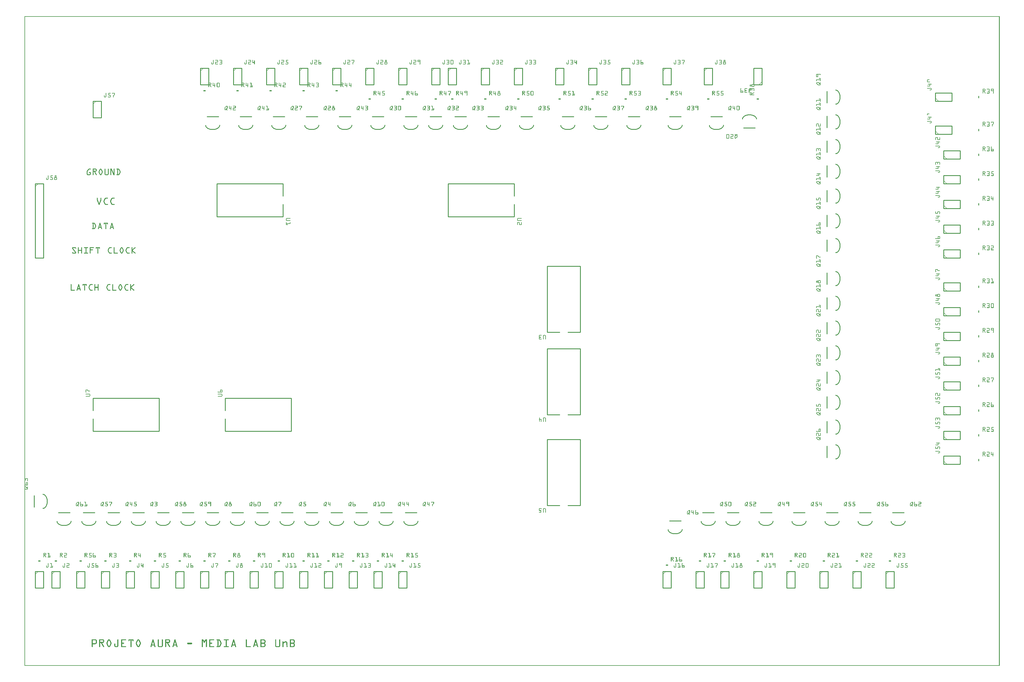
<source format=gto>
G04 MADE WITH FRITZING*
G04 WWW.FRITZING.ORG*
G04 DOUBLE SIDED*
G04 HOLES PLATED*
G04 CONTOUR ON CENTER OF CONTOUR VECTOR*
%ASAXBY*%
%FSLAX23Y23*%
%MOIN*%
%OFA0B0*%
%SFA1.0B1.0*%
%ADD10C,0.010000*%
%ADD11R,0.001000X0.001000*%
%LNSILK1*%
G90*
G70*
G54D10*
X632Y1144D02*
X632Y944D01*
D02*
X632Y944D02*
X732Y944D01*
D02*
X732Y944D02*
X732Y1144D01*
D02*
X732Y1144D02*
X632Y1144D01*
D02*
X10432Y1144D02*
X10432Y944D01*
D02*
X10432Y944D02*
X10532Y944D01*
D02*
X10532Y944D02*
X10532Y1144D01*
D02*
X10532Y1144D02*
X10432Y1144D01*
D02*
X11132Y2444D02*
X11332Y2444D01*
D02*
X11332Y2444D02*
X11332Y2544D01*
D02*
X11332Y2544D02*
X11132Y2544D01*
D02*
X11132Y2544D02*
X11132Y2444D01*
D02*
X11132Y2744D02*
X11332Y2744D01*
D02*
X11332Y2744D02*
X11332Y2844D01*
D02*
X11332Y2844D02*
X11132Y2844D01*
D02*
X11132Y2844D02*
X11132Y2744D01*
D02*
X11132Y3044D02*
X11332Y3044D01*
D02*
X11332Y3044D02*
X11332Y3144D01*
D02*
X11332Y3144D02*
X11132Y3144D01*
D02*
X11132Y3144D02*
X11132Y3044D01*
D02*
X11132Y3344D02*
X11332Y3344D01*
D02*
X11332Y3344D02*
X11332Y3444D01*
D02*
X11332Y3444D02*
X11132Y3444D01*
D02*
X11132Y3444D02*
X11132Y3344D01*
D02*
X11132Y3944D02*
X11332Y3944D01*
D02*
X11332Y3944D02*
X11332Y4044D01*
D02*
X11332Y4044D02*
X11132Y4044D01*
D02*
X11132Y4044D02*
X11132Y3944D01*
D02*
X11132Y3644D02*
X11332Y3644D01*
D02*
X11332Y3644D02*
X11332Y3744D01*
D02*
X11332Y3744D02*
X11132Y3744D01*
D02*
X11132Y3744D02*
X11132Y3644D01*
D02*
X11132Y4244D02*
X11332Y4244D01*
D02*
X11332Y4244D02*
X11332Y4344D01*
D02*
X11332Y4344D02*
X11132Y4344D01*
D02*
X11132Y4344D02*
X11132Y4244D01*
D02*
X11132Y4544D02*
X11332Y4544D01*
D02*
X11332Y4544D02*
X11332Y4644D01*
D02*
X11332Y4644D02*
X11132Y4644D01*
D02*
X11132Y4644D02*
X11132Y4544D01*
D02*
X11132Y4944D02*
X11332Y4944D01*
D02*
X11332Y4944D02*
X11332Y5044D01*
D02*
X11332Y5044D02*
X11132Y5044D01*
D02*
X11132Y5044D02*
X11132Y4944D01*
D02*
X11132Y5244D02*
X11332Y5244D01*
D02*
X11332Y5244D02*
X11332Y5344D01*
D02*
X11332Y5344D02*
X11132Y5344D01*
D02*
X11132Y5344D02*
X11132Y5244D01*
D02*
X11132Y5544D02*
X11332Y5544D01*
D02*
X11332Y5544D02*
X11332Y5644D01*
D02*
X11332Y5644D02*
X11132Y5644D01*
D02*
X11132Y5644D02*
X11132Y5544D01*
D02*
X11132Y5844D02*
X11332Y5844D01*
D02*
X11332Y5844D02*
X11332Y5944D01*
D02*
X11332Y5944D02*
X11132Y5944D01*
D02*
X11132Y5944D02*
X11132Y5844D01*
D02*
X11132Y6144D02*
X11332Y6144D01*
D02*
X11332Y6144D02*
X11332Y6244D01*
D02*
X11332Y6244D02*
X11132Y6244D01*
D02*
X11132Y6244D02*
X11132Y6144D01*
D02*
X11032Y6444D02*
X11232Y6444D01*
D02*
X11232Y6444D02*
X11232Y6544D01*
D02*
X11232Y6544D02*
X11032Y6544D01*
D02*
X11032Y6544D02*
X11032Y6444D01*
D02*
X11032Y6844D02*
X11232Y6844D01*
D02*
X11232Y6844D02*
X11232Y6944D01*
D02*
X11232Y6944D02*
X11032Y6944D01*
D02*
X11032Y6944D02*
X11032Y6844D01*
D02*
X8932Y7044D02*
X8932Y7244D01*
D02*
X8932Y7244D02*
X8832Y7244D01*
D02*
X8832Y7244D02*
X8832Y7044D01*
D02*
X8832Y7044D02*
X8932Y7044D01*
D02*
X8232Y7244D02*
X8232Y7044D01*
D02*
X8232Y7044D02*
X8332Y7044D01*
D02*
X8332Y7044D02*
X8332Y7244D01*
D02*
X8332Y7244D02*
X8232Y7244D01*
D02*
X7732Y7244D02*
X7732Y7044D01*
D02*
X7732Y7044D02*
X7832Y7044D01*
D02*
X7832Y7044D02*
X7832Y7244D01*
D02*
X7832Y7244D02*
X7732Y7244D01*
D02*
X7232Y7244D02*
X7232Y7044D01*
D02*
X7232Y7044D02*
X7332Y7044D01*
D02*
X7332Y7044D02*
X7332Y7244D01*
D02*
X7332Y7244D02*
X7232Y7244D01*
D02*
X6832Y7244D02*
X6832Y7044D01*
D02*
X6832Y7044D02*
X6932Y7044D01*
D02*
X6932Y7044D02*
X6932Y7244D01*
D02*
X6932Y7244D02*
X6832Y7244D01*
D02*
X6432Y7244D02*
X6432Y7044D01*
D02*
X6432Y7044D02*
X6532Y7044D01*
D02*
X6532Y7044D02*
X6532Y7244D01*
D02*
X6532Y7244D02*
X6432Y7244D01*
D02*
X5932Y7244D02*
X5932Y7044D01*
D02*
X5932Y7044D02*
X6032Y7044D01*
D02*
X6032Y7044D02*
X6032Y7244D01*
D02*
X6032Y7244D02*
X5932Y7244D01*
D02*
X5532Y7244D02*
X5532Y7044D01*
D02*
X5532Y7044D02*
X5632Y7044D01*
D02*
X5632Y7044D02*
X5632Y7244D01*
D02*
X5632Y7244D02*
X5532Y7244D01*
D02*
X5132Y7244D02*
X5132Y7044D01*
D02*
X5132Y7044D02*
X5232Y7044D01*
D02*
X5232Y7044D02*
X5232Y7244D01*
D02*
X5232Y7244D02*
X5132Y7244D01*
D02*
X4932Y7244D02*
X4932Y7044D01*
D02*
X4932Y7044D02*
X5032Y7044D01*
D02*
X5032Y7044D02*
X5032Y7244D01*
D02*
X5032Y7244D02*
X4932Y7244D01*
D02*
X4532Y7244D02*
X4532Y7044D01*
D02*
X4532Y7044D02*
X4632Y7044D01*
D02*
X4632Y7044D02*
X4632Y7244D01*
D02*
X4632Y7244D02*
X4532Y7244D01*
D02*
X832Y6844D02*
X832Y6644D01*
D02*
X832Y6644D02*
X932Y6644D01*
D02*
X932Y6644D02*
X932Y6844D01*
D02*
X932Y6844D02*
X832Y6844D01*
D02*
X4132Y7244D02*
X4132Y7044D01*
D02*
X4132Y7044D02*
X4232Y7044D01*
D02*
X4232Y7044D02*
X4232Y7244D01*
D02*
X4232Y7244D02*
X4132Y7244D01*
D02*
X3732Y7244D02*
X3732Y7044D01*
D02*
X3732Y7044D02*
X3832Y7044D01*
D02*
X3832Y7044D02*
X3832Y7244D01*
D02*
X3832Y7244D02*
X3732Y7244D01*
D02*
X3332Y7244D02*
X3332Y7044D01*
D02*
X3332Y7044D02*
X3432Y7044D01*
D02*
X3432Y7044D02*
X3432Y7244D01*
D02*
X3432Y7244D02*
X3332Y7244D01*
D02*
X2932Y7244D02*
X2932Y7044D01*
D02*
X2932Y7044D02*
X3032Y7044D01*
D02*
X3032Y7044D02*
X3032Y7244D01*
D02*
X3032Y7244D02*
X2932Y7244D01*
D02*
X2532Y7244D02*
X2532Y7044D01*
D02*
X2532Y7044D02*
X2632Y7044D01*
D02*
X2632Y7044D02*
X2632Y7244D01*
D02*
X2632Y7244D02*
X2532Y7244D01*
D02*
X2132Y7244D02*
X2132Y7044D01*
D02*
X2132Y7044D02*
X2232Y7044D01*
D02*
X2232Y7044D02*
X2232Y7244D01*
D02*
X2232Y7244D02*
X2132Y7244D01*
D02*
X10032Y1144D02*
X10032Y944D01*
D02*
X10032Y944D02*
X10132Y944D01*
D02*
X10132Y944D02*
X10132Y1144D01*
D02*
X10132Y1144D02*
X10032Y1144D01*
D02*
X9632Y1144D02*
X9632Y944D01*
D02*
X9632Y944D02*
X9732Y944D01*
D02*
X9732Y944D02*
X9732Y1144D01*
D02*
X9732Y1144D02*
X9632Y1144D01*
D02*
X9232Y1144D02*
X9232Y944D01*
D02*
X9232Y944D02*
X9332Y944D01*
D02*
X9332Y944D02*
X9332Y1144D01*
D02*
X9332Y1144D02*
X9232Y1144D01*
D02*
X8832Y1144D02*
X8832Y944D01*
D02*
X8832Y944D02*
X8932Y944D01*
D02*
X8932Y944D02*
X8932Y1144D01*
D02*
X8932Y1144D02*
X8832Y1144D01*
D02*
X8432Y1144D02*
X8432Y944D01*
D02*
X8432Y944D02*
X8532Y944D01*
D02*
X8532Y944D02*
X8532Y1144D01*
D02*
X8532Y1144D02*
X8432Y1144D01*
D02*
X8132Y1144D02*
X8132Y944D01*
D02*
X8132Y944D02*
X8232Y944D01*
D02*
X8232Y944D02*
X8232Y1144D01*
D02*
X8232Y1144D02*
X8132Y1144D01*
D02*
X7732Y1144D02*
X7732Y944D01*
D02*
X7732Y944D02*
X7832Y944D01*
D02*
X7832Y944D02*
X7832Y1144D01*
D02*
X7832Y1144D02*
X7732Y1144D01*
D02*
X4532Y1144D02*
X4532Y944D01*
D02*
X4532Y944D02*
X4632Y944D01*
D02*
X4632Y944D02*
X4632Y1144D01*
D02*
X4632Y1144D02*
X4532Y1144D01*
D02*
X4232Y1144D02*
X4232Y944D01*
D02*
X4232Y944D02*
X4332Y944D01*
D02*
X4332Y944D02*
X4332Y1144D01*
D02*
X4332Y1144D02*
X4232Y1144D01*
D02*
X3932Y1144D02*
X3932Y944D01*
D02*
X3932Y944D02*
X4032Y944D01*
D02*
X4032Y944D02*
X4032Y1144D01*
D02*
X4032Y1144D02*
X3932Y1144D01*
D02*
X3332Y1144D02*
X3332Y944D01*
D02*
X3332Y944D02*
X3432Y944D01*
D02*
X3432Y944D02*
X3432Y1144D01*
D02*
X3432Y1144D02*
X3332Y1144D01*
D02*
X3032Y1144D02*
X3032Y944D01*
D02*
X3032Y944D02*
X3132Y944D01*
D02*
X3132Y944D02*
X3132Y1144D01*
D02*
X3132Y1144D02*
X3032Y1144D01*
D02*
X2732Y1144D02*
X2732Y944D01*
D02*
X2732Y944D02*
X2832Y944D01*
D02*
X2832Y944D02*
X2832Y1144D01*
D02*
X2832Y1144D02*
X2732Y1144D01*
D02*
X3632Y1144D02*
X3632Y944D01*
D02*
X3632Y944D02*
X3732Y944D01*
D02*
X3732Y944D02*
X3732Y1144D01*
D02*
X3732Y1144D02*
X3632Y1144D01*
D02*
X2432Y1144D02*
X2432Y944D01*
D02*
X2432Y944D02*
X2532Y944D01*
D02*
X2532Y944D02*
X2532Y1144D01*
D02*
X2532Y1144D02*
X2432Y1144D01*
D02*
X2132Y1144D02*
X2132Y944D01*
D02*
X2132Y944D02*
X2232Y944D01*
D02*
X2232Y944D02*
X2232Y1144D01*
D02*
X2232Y1144D02*
X2132Y1144D01*
D02*
X1832Y1144D02*
X1832Y944D01*
D02*
X1832Y944D02*
X1932Y944D01*
D02*
X1932Y944D02*
X1932Y1144D01*
D02*
X1932Y1144D02*
X1832Y1144D01*
D02*
X1532Y1144D02*
X1532Y944D01*
D02*
X1532Y944D02*
X1632Y944D01*
D02*
X1632Y944D02*
X1632Y1144D01*
D02*
X1632Y1144D02*
X1532Y1144D01*
D02*
X1232Y1144D02*
X1232Y944D01*
D02*
X1232Y944D02*
X1332Y944D01*
D02*
X1332Y944D02*
X1332Y1144D01*
D02*
X1332Y1144D02*
X1232Y1144D01*
D02*
X932Y1144D02*
X932Y944D01*
D02*
X932Y944D02*
X1032Y944D01*
D02*
X1032Y944D02*
X1032Y1144D01*
D02*
X1032Y1144D02*
X932Y1144D01*
D02*
X332Y1144D02*
X332Y944D01*
D02*
X332Y944D02*
X432Y944D01*
D02*
X432Y944D02*
X432Y1144D01*
D02*
X432Y1144D02*
X332Y1144D01*
D02*
X132Y1144D02*
X132Y944D01*
D02*
X132Y944D02*
X232Y944D01*
D02*
X232Y944D02*
X232Y1144D01*
D02*
X232Y1144D02*
X132Y1144D01*
D02*
X2432Y2844D02*
X3232Y2844D01*
D02*
X3232Y2844D02*
X3232Y3244D01*
D02*
X3232Y3244D02*
X2432Y3244D01*
D02*
X2432Y2844D02*
X2432Y2994D01*
D02*
X2432Y3094D02*
X2432Y3244D01*
D02*
X6732Y1944D02*
X6732Y2744D01*
D02*
X6732Y2744D02*
X6332Y2744D01*
D02*
X6332Y2744D02*
X6332Y1944D01*
D02*
X6732Y1944D02*
X6582Y1944D01*
D02*
X6482Y1944D02*
X6332Y1944D01*
D02*
X6732Y3044D02*
X6732Y3844D01*
D02*
X6732Y3844D02*
X6332Y3844D01*
D02*
X6332Y3844D02*
X6332Y3044D01*
D02*
X6732Y3044D02*
X6582Y3044D01*
D02*
X6482Y3044D02*
X6332Y3044D01*
D02*
X6732Y4044D02*
X6732Y4844D01*
D02*
X6732Y4844D02*
X6332Y4844D01*
D02*
X6332Y4844D02*
X6332Y4044D01*
D02*
X6732Y4044D02*
X6582Y4044D01*
D02*
X6482Y4044D02*
X6332Y4044D01*
D02*
X5932Y5844D02*
X5132Y5844D01*
D02*
X5132Y5844D02*
X5132Y5444D01*
D02*
X5132Y5444D02*
X5932Y5444D01*
D02*
X5932Y5844D02*
X5932Y5694D01*
D02*
X5932Y5594D02*
X5932Y5444D01*
D02*
X3132Y5844D02*
X2332Y5844D01*
D02*
X2332Y5844D02*
X2332Y5444D01*
D02*
X2332Y5444D02*
X3132Y5444D01*
D02*
X3132Y5844D02*
X3132Y5694D01*
D02*
X3132Y5594D02*
X3132Y5444D01*
D02*
X832Y2844D02*
X1632Y2844D01*
D02*
X1632Y2844D02*
X1632Y3244D01*
D02*
X1632Y3244D02*
X832Y3244D01*
D02*
X832Y2844D02*
X832Y2994D01*
D02*
X832Y3094D02*
X832Y3244D01*
D02*
X2512Y1858D02*
X2652Y1858D01*
D02*
X1912Y1858D02*
X2052Y1858D01*
D02*
X1612Y1858D02*
X1752Y1858D01*
D02*
X1312Y1858D02*
X1452Y1858D01*
D02*
X118Y1924D02*
X118Y2064D01*
D02*
X2212Y1858D02*
X2352Y1858D01*
D02*
X4012Y1858D02*
X4152Y1858D01*
D02*
X2812Y1858D02*
X2952Y1858D01*
D02*
X3112Y1858D02*
X3252Y1858D01*
D02*
X3712Y1858D02*
X3852Y1858D01*
D02*
X3412Y1858D02*
X3552Y1858D01*
D02*
X9718Y6524D02*
X9718Y6664D01*
D02*
X9718Y6224D02*
X9718Y6364D01*
D02*
X9718Y5924D02*
X9718Y6064D01*
D02*
X9718Y5624D02*
X9718Y5764D01*
D02*
X9718Y5324D02*
X9718Y5464D01*
D02*
X9718Y5024D02*
X9718Y5164D01*
D02*
X9718Y4624D02*
X9718Y4764D01*
D02*
X9718Y4324D02*
X9718Y4464D01*
D02*
X9718Y6824D02*
X9718Y6964D01*
D02*
X8848Y6519D02*
X8708Y6519D01*
D02*
X9718Y4024D02*
X9718Y4164D01*
D02*
X9718Y3724D02*
X9718Y3864D01*
D02*
X9718Y3424D02*
X9718Y3564D01*
D02*
X9718Y3124D02*
X9718Y3264D01*
D02*
X9718Y2824D02*
X9718Y2964D01*
D02*
X9718Y2524D02*
X9718Y2664D01*
D02*
X3012Y6658D02*
X3152Y6658D01*
D02*
X3412Y6658D02*
X3552Y6658D01*
D02*
X4212Y6658D02*
X4352Y6658D01*
D02*
X4612Y6658D02*
X4752Y6658D01*
D02*
X4912Y6658D02*
X5052Y6658D01*
D02*
X5212Y6658D02*
X5352Y6658D01*
D02*
X5612Y6658D02*
X5752Y6658D01*
D02*
X6012Y6658D02*
X6152Y6658D01*
D02*
X6512Y6658D02*
X6652Y6658D01*
D02*
X6912Y6658D02*
X7052Y6658D01*
D02*
X7312Y6658D02*
X7452Y6658D01*
D02*
X7812Y6658D02*
X7952Y6658D01*
D02*
X8312Y6658D02*
X8452Y6658D01*
D02*
X2612Y6658D02*
X2752Y6658D01*
D02*
X2212Y6658D02*
X2352Y6658D01*
D02*
X3812Y6658D02*
X3952Y6658D01*
D02*
X4312Y1858D02*
X4452Y1858D01*
D02*
X1012Y1858D02*
X1152Y1858D01*
D02*
X10512Y1858D02*
X10652Y1858D01*
D02*
X10112Y1858D02*
X10252Y1858D01*
D02*
X7812Y1758D02*
X7952Y1758D01*
D02*
X4612Y1858D02*
X4752Y1858D01*
D02*
X8912Y1858D02*
X9052Y1858D01*
D02*
X8212Y1858D02*
X8352Y1858D01*
D02*
X8512Y1858D02*
X8652Y1858D01*
D02*
X9312Y1858D02*
X9452Y1858D01*
D02*
X9712Y1858D02*
X9852Y1858D01*
D02*
X412Y1858D02*
X552Y1858D01*
D02*
X712Y1858D02*
X852Y1858D01*
D02*
X132Y5844D02*
X132Y4944D01*
D02*
X132Y4944D02*
X232Y4944D01*
D02*
X232Y4944D02*
X232Y5844D01*
D02*
X232Y5844D02*
X132Y5844D01*
G54D11*
X0Y7874D02*
X11810Y7874D01*
X0Y7873D02*
X11810Y7873D01*
X0Y7872D02*
X11810Y7872D01*
X0Y7871D02*
X11810Y7871D01*
X0Y7870D02*
X11810Y7870D01*
X0Y7869D02*
X11810Y7869D01*
X0Y7868D02*
X11810Y7868D01*
X0Y7867D02*
X11810Y7867D01*
X0Y7866D02*
X7Y7866D01*
X11803Y7866D02*
X11810Y7866D01*
X0Y7865D02*
X7Y7865D01*
X11803Y7865D02*
X11810Y7865D01*
X0Y7864D02*
X7Y7864D01*
X11803Y7864D02*
X11810Y7864D01*
X0Y7863D02*
X7Y7863D01*
X11803Y7863D02*
X11810Y7863D01*
X0Y7862D02*
X7Y7862D01*
X11803Y7862D02*
X11810Y7862D01*
X0Y7861D02*
X7Y7861D01*
X11803Y7861D02*
X11810Y7861D01*
X0Y7860D02*
X7Y7860D01*
X11803Y7860D02*
X11810Y7860D01*
X0Y7859D02*
X7Y7859D01*
X11803Y7859D02*
X11810Y7859D01*
X0Y7858D02*
X7Y7858D01*
X11803Y7858D02*
X11810Y7858D01*
X0Y7857D02*
X7Y7857D01*
X11803Y7857D02*
X11810Y7857D01*
X0Y7856D02*
X7Y7856D01*
X11803Y7856D02*
X11810Y7856D01*
X0Y7855D02*
X7Y7855D01*
X11803Y7855D02*
X11810Y7855D01*
X0Y7854D02*
X7Y7854D01*
X11803Y7854D02*
X11810Y7854D01*
X0Y7853D02*
X7Y7853D01*
X11803Y7853D02*
X11810Y7853D01*
X0Y7852D02*
X7Y7852D01*
X11803Y7852D02*
X11810Y7852D01*
X0Y7851D02*
X7Y7851D01*
X11803Y7851D02*
X11810Y7851D01*
X0Y7850D02*
X7Y7850D01*
X11803Y7850D02*
X11810Y7850D01*
X0Y7849D02*
X7Y7849D01*
X11803Y7849D02*
X11810Y7849D01*
X0Y7848D02*
X7Y7848D01*
X11803Y7848D02*
X11810Y7848D01*
X0Y7847D02*
X7Y7847D01*
X11803Y7847D02*
X11810Y7847D01*
X0Y7846D02*
X7Y7846D01*
X11803Y7846D02*
X11810Y7846D01*
X0Y7845D02*
X7Y7845D01*
X11803Y7845D02*
X11810Y7845D01*
X0Y7844D02*
X7Y7844D01*
X11803Y7844D02*
X11810Y7844D01*
X0Y7843D02*
X7Y7843D01*
X11803Y7843D02*
X11810Y7843D01*
X0Y7842D02*
X7Y7842D01*
X11803Y7842D02*
X11810Y7842D01*
X0Y7841D02*
X7Y7841D01*
X11803Y7841D02*
X11810Y7841D01*
X0Y7840D02*
X7Y7840D01*
X11803Y7840D02*
X11810Y7840D01*
X0Y7839D02*
X7Y7839D01*
X11803Y7839D02*
X11810Y7839D01*
X0Y7838D02*
X7Y7838D01*
X11803Y7838D02*
X11810Y7838D01*
X0Y7837D02*
X7Y7837D01*
X11803Y7837D02*
X11810Y7837D01*
X0Y7836D02*
X7Y7836D01*
X11803Y7836D02*
X11810Y7836D01*
X0Y7835D02*
X7Y7835D01*
X11803Y7835D02*
X11810Y7835D01*
X0Y7834D02*
X7Y7834D01*
X11803Y7834D02*
X11810Y7834D01*
X0Y7833D02*
X7Y7833D01*
X11803Y7833D02*
X11810Y7833D01*
X0Y7832D02*
X7Y7832D01*
X11803Y7832D02*
X11810Y7832D01*
X0Y7831D02*
X7Y7831D01*
X11803Y7831D02*
X11810Y7831D01*
X0Y7830D02*
X7Y7830D01*
X11803Y7830D02*
X11810Y7830D01*
X0Y7829D02*
X7Y7829D01*
X11803Y7829D02*
X11810Y7829D01*
X0Y7828D02*
X7Y7828D01*
X11803Y7828D02*
X11810Y7828D01*
X0Y7827D02*
X7Y7827D01*
X11803Y7827D02*
X11810Y7827D01*
X0Y7826D02*
X7Y7826D01*
X11803Y7826D02*
X11810Y7826D01*
X0Y7825D02*
X7Y7825D01*
X11803Y7825D02*
X11810Y7825D01*
X0Y7824D02*
X7Y7824D01*
X11803Y7824D02*
X11810Y7824D01*
X0Y7823D02*
X7Y7823D01*
X11803Y7823D02*
X11810Y7823D01*
X0Y7822D02*
X7Y7822D01*
X11803Y7822D02*
X11810Y7822D01*
X0Y7821D02*
X7Y7821D01*
X11803Y7821D02*
X11810Y7821D01*
X0Y7820D02*
X7Y7820D01*
X11803Y7820D02*
X11810Y7820D01*
X0Y7819D02*
X7Y7819D01*
X11803Y7819D02*
X11810Y7819D01*
X0Y7818D02*
X7Y7818D01*
X11803Y7818D02*
X11810Y7818D01*
X0Y7817D02*
X7Y7817D01*
X11803Y7817D02*
X11810Y7817D01*
X0Y7816D02*
X7Y7816D01*
X11803Y7816D02*
X11810Y7816D01*
X0Y7815D02*
X7Y7815D01*
X11803Y7815D02*
X11810Y7815D01*
X0Y7814D02*
X7Y7814D01*
X11803Y7814D02*
X11810Y7814D01*
X0Y7813D02*
X7Y7813D01*
X11803Y7813D02*
X11810Y7813D01*
X0Y7812D02*
X7Y7812D01*
X11803Y7812D02*
X11810Y7812D01*
X0Y7811D02*
X7Y7811D01*
X11803Y7811D02*
X11810Y7811D01*
X0Y7810D02*
X7Y7810D01*
X11803Y7810D02*
X11810Y7810D01*
X0Y7809D02*
X7Y7809D01*
X11803Y7809D02*
X11810Y7809D01*
X0Y7808D02*
X7Y7808D01*
X11803Y7808D02*
X11810Y7808D01*
X0Y7807D02*
X7Y7807D01*
X11803Y7807D02*
X11810Y7807D01*
X0Y7806D02*
X7Y7806D01*
X11803Y7806D02*
X11810Y7806D01*
X0Y7805D02*
X7Y7805D01*
X11803Y7805D02*
X11810Y7805D01*
X0Y7804D02*
X7Y7804D01*
X11803Y7804D02*
X11810Y7804D01*
X0Y7803D02*
X7Y7803D01*
X11803Y7803D02*
X11810Y7803D01*
X0Y7802D02*
X7Y7802D01*
X11803Y7802D02*
X11810Y7802D01*
X0Y7801D02*
X7Y7801D01*
X11803Y7801D02*
X11810Y7801D01*
X0Y7800D02*
X7Y7800D01*
X11803Y7800D02*
X11810Y7800D01*
X0Y7799D02*
X7Y7799D01*
X11803Y7799D02*
X11810Y7799D01*
X0Y7798D02*
X7Y7798D01*
X11803Y7798D02*
X11810Y7798D01*
X0Y7797D02*
X7Y7797D01*
X11803Y7797D02*
X11810Y7797D01*
X0Y7796D02*
X7Y7796D01*
X11803Y7796D02*
X11810Y7796D01*
X0Y7795D02*
X7Y7795D01*
X11803Y7795D02*
X11810Y7795D01*
X0Y7794D02*
X7Y7794D01*
X11803Y7794D02*
X11810Y7794D01*
X0Y7793D02*
X7Y7793D01*
X11803Y7793D02*
X11810Y7793D01*
X0Y7792D02*
X7Y7792D01*
X11803Y7792D02*
X11810Y7792D01*
X0Y7791D02*
X7Y7791D01*
X11803Y7791D02*
X11810Y7791D01*
X0Y7790D02*
X7Y7790D01*
X11803Y7790D02*
X11810Y7790D01*
X0Y7789D02*
X7Y7789D01*
X11803Y7789D02*
X11810Y7789D01*
X0Y7788D02*
X7Y7788D01*
X11803Y7788D02*
X11810Y7788D01*
X0Y7787D02*
X7Y7787D01*
X11803Y7787D02*
X11810Y7787D01*
X0Y7786D02*
X7Y7786D01*
X11803Y7786D02*
X11810Y7786D01*
X0Y7785D02*
X7Y7785D01*
X11803Y7785D02*
X11810Y7785D01*
X0Y7784D02*
X7Y7784D01*
X11803Y7784D02*
X11810Y7784D01*
X0Y7783D02*
X7Y7783D01*
X11803Y7783D02*
X11810Y7783D01*
X0Y7782D02*
X7Y7782D01*
X11803Y7782D02*
X11810Y7782D01*
X0Y7781D02*
X7Y7781D01*
X11803Y7781D02*
X11810Y7781D01*
X0Y7780D02*
X7Y7780D01*
X11803Y7780D02*
X11810Y7780D01*
X0Y7779D02*
X7Y7779D01*
X11803Y7779D02*
X11810Y7779D01*
X0Y7778D02*
X7Y7778D01*
X11803Y7778D02*
X11810Y7778D01*
X0Y7777D02*
X7Y7777D01*
X11803Y7777D02*
X11810Y7777D01*
X0Y7776D02*
X7Y7776D01*
X11803Y7776D02*
X11810Y7776D01*
X0Y7775D02*
X7Y7775D01*
X11803Y7775D02*
X11810Y7775D01*
X0Y7774D02*
X7Y7774D01*
X11803Y7774D02*
X11810Y7774D01*
X0Y7773D02*
X7Y7773D01*
X11803Y7773D02*
X11810Y7773D01*
X0Y7772D02*
X7Y7772D01*
X11803Y7772D02*
X11810Y7772D01*
X0Y7771D02*
X7Y7771D01*
X11803Y7771D02*
X11810Y7771D01*
X0Y7770D02*
X7Y7770D01*
X11803Y7770D02*
X11810Y7770D01*
X0Y7769D02*
X7Y7769D01*
X11803Y7769D02*
X11810Y7769D01*
X0Y7768D02*
X7Y7768D01*
X11803Y7768D02*
X11810Y7768D01*
X0Y7767D02*
X7Y7767D01*
X11803Y7767D02*
X11810Y7767D01*
X0Y7766D02*
X7Y7766D01*
X11803Y7766D02*
X11810Y7766D01*
X0Y7765D02*
X7Y7765D01*
X11803Y7765D02*
X11810Y7765D01*
X0Y7764D02*
X7Y7764D01*
X11803Y7764D02*
X11810Y7764D01*
X0Y7763D02*
X7Y7763D01*
X11803Y7763D02*
X11810Y7763D01*
X0Y7762D02*
X7Y7762D01*
X11803Y7762D02*
X11810Y7762D01*
X0Y7761D02*
X7Y7761D01*
X11803Y7761D02*
X11810Y7761D01*
X0Y7760D02*
X7Y7760D01*
X11803Y7760D02*
X11810Y7760D01*
X0Y7759D02*
X7Y7759D01*
X11803Y7759D02*
X11810Y7759D01*
X0Y7758D02*
X7Y7758D01*
X11803Y7758D02*
X11810Y7758D01*
X0Y7757D02*
X7Y7757D01*
X11803Y7757D02*
X11810Y7757D01*
X0Y7756D02*
X7Y7756D01*
X11803Y7756D02*
X11810Y7756D01*
X0Y7755D02*
X7Y7755D01*
X11803Y7755D02*
X11810Y7755D01*
X0Y7754D02*
X7Y7754D01*
X11803Y7754D02*
X11810Y7754D01*
X0Y7753D02*
X7Y7753D01*
X11803Y7753D02*
X11810Y7753D01*
X0Y7752D02*
X7Y7752D01*
X11803Y7752D02*
X11810Y7752D01*
X0Y7751D02*
X7Y7751D01*
X11803Y7751D02*
X11810Y7751D01*
X0Y7750D02*
X7Y7750D01*
X11803Y7750D02*
X11810Y7750D01*
X0Y7749D02*
X7Y7749D01*
X11803Y7749D02*
X11810Y7749D01*
X0Y7748D02*
X7Y7748D01*
X11803Y7748D02*
X11810Y7748D01*
X0Y7747D02*
X7Y7747D01*
X11803Y7747D02*
X11810Y7747D01*
X0Y7746D02*
X7Y7746D01*
X11803Y7746D02*
X11810Y7746D01*
X0Y7745D02*
X7Y7745D01*
X11803Y7745D02*
X11810Y7745D01*
X0Y7744D02*
X7Y7744D01*
X11803Y7744D02*
X11810Y7744D01*
X0Y7743D02*
X7Y7743D01*
X11803Y7743D02*
X11810Y7743D01*
X0Y7742D02*
X7Y7742D01*
X11803Y7742D02*
X11810Y7742D01*
X0Y7741D02*
X7Y7741D01*
X11803Y7741D02*
X11810Y7741D01*
X0Y7740D02*
X7Y7740D01*
X11803Y7740D02*
X11810Y7740D01*
X0Y7739D02*
X7Y7739D01*
X11803Y7739D02*
X11810Y7739D01*
X0Y7738D02*
X7Y7738D01*
X11803Y7738D02*
X11810Y7738D01*
X0Y7737D02*
X7Y7737D01*
X11803Y7737D02*
X11810Y7737D01*
X0Y7736D02*
X7Y7736D01*
X11803Y7736D02*
X11810Y7736D01*
X0Y7735D02*
X7Y7735D01*
X11803Y7735D02*
X11810Y7735D01*
X0Y7734D02*
X7Y7734D01*
X11803Y7734D02*
X11810Y7734D01*
X0Y7733D02*
X7Y7733D01*
X11803Y7733D02*
X11810Y7733D01*
X0Y7732D02*
X7Y7732D01*
X11803Y7732D02*
X11810Y7732D01*
X0Y7731D02*
X7Y7731D01*
X11803Y7731D02*
X11810Y7731D01*
X0Y7730D02*
X7Y7730D01*
X11803Y7730D02*
X11810Y7730D01*
X0Y7729D02*
X7Y7729D01*
X11803Y7729D02*
X11810Y7729D01*
X0Y7728D02*
X7Y7728D01*
X11803Y7728D02*
X11810Y7728D01*
X0Y7727D02*
X7Y7727D01*
X11803Y7727D02*
X11810Y7727D01*
X0Y7726D02*
X7Y7726D01*
X11803Y7726D02*
X11810Y7726D01*
X0Y7725D02*
X7Y7725D01*
X11803Y7725D02*
X11810Y7725D01*
X0Y7724D02*
X7Y7724D01*
X11803Y7724D02*
X11810Y7724D01*
X0Y7723D02*
X7Y7723D01*
X11803Y7723D02*
X11810Y7723D01*
X0Y7722D02*
X7Y7722D01*
X11803Y7722D02*
X11810Y7722D01*
X0Y7721D02*
X7Y7721D01*
X11803Y7721D02*
X11810Y7721D01*
X0Y7720D02*
X7Y7720D01*
X11803Y7720D02*
X11810Y7720D01*
X0Y7719D02*
X7Y7719D01*
X11803Y7719D02*
X11810Y7719D01*
X0Y7718D02*
X7Y7718D01*
X11803Y7718D02*
X11810Y7718D01*
X0Y7717D02*
X7Y7717D01*
X11803Y7717D02*
X11810Y7717D01*
X0Y7716D02*
X7Y7716D01*
X11803Y7716D02*
X11810Y7716D01*
X0Y7715D02*
X7Y7715D01*
X11803Y7715D02*
X11810Y7715D01*
X0Y7714D02*
X7Y7714D01*
X11803Y7714D02*
X11810Y7714D01*
X0Y7713D02*
X7Y7713D01*
X11803Y7713D02*
X11810Y7713D01*
X0Y7712D02*
X7Y7712D01*
X11803Y7712D02*
X11810Y7712D01*
X0Y7711D02*
X7Y7711D01*
X11803Y7711D02*
X11810Y7711D01*
X0Y7710D02*
X7Y7710D01*
X11803Y7710D02*
X11810Y7710D01*
X0Y7709D02*
X7Y7709D01*
X11803Y7709D02*
X11810Y7709D01*
X0Y7708D02*
X7Y7708D01*
X11803Y7708D02*
X11810Y7708D01*
X0Y7707D02*
X7Y7707D01*
X11803Y7707D02*
X11810Y7707D01*
X0Y7706D02*
X7Y7706D01*
X11803Y7706D02*
X11810Y7706D01*
X0Y7705D02*
X7Y7705D01*
X11803Y7705D02*
X11810Y7705D01*
X0Y7704D02*
X7Y7704D01*
X11803Y7704D02*
X11810Y7704D01*
X0Y7703D02*
X7Y7703D01*
X11803Y7703D02*
X11810Y7703D01*
X0Y7702D02*
X7Y7702D01*
X11803Y7702D02*
X11810Y7702D01*
X0Y7701D02*
X7Y7701D01*
X11803Y7701D02*
X11810Y7701D01*
X0Y7700D02*
X7Y7700D01*
X11803Y7700D02*
X11810Y7700D01*
X0Y7699D02*
X7Y7699D01*
X11803Y7699D02*
X11810Y7699D01*
X0Y7698D02*
X7Y7698D01*
X11803Y7698D02*
X11810Y7698D01*
X0Y7697D02*
X7Y7697D01*
X11803Y7697D02*
X11810Y7697D01*
X0Y7696D02*
X7Y7696D01*
X11803Y7696D02*
X11810Y7696D01*
X0Y7695D02*
X7Y7695D01*
X11803Y7695D02*
X11810Y7695D01*
X0Y7694D02*
X7Y7694D01*
X11803Y7694D02*
X11810Y7694D01*
X0Y7693D02*
X7Y7693D01*
X11803Y7693D02*
X11810Y7693D01*
X0Y7692D02*
X7Y7692D01*
X11803Y7692D02*
X11810Y7692D01*
X0Y7691D02*
X7Y7691D01*
X11803Y7691D02*
X11810Y7691D01*
X0Y7690D02*
X7Y7690D01*
X11803Y7690D02*
X11810Y7690D01*
X0Y7689D02*
X7Y7689D01*
X11803Y7689D02*
X11810Y7689D01*
X0Y7688D02*
X7Y7688D01*
X11803Y7688D02*
X11810Y7688D01*
X0Y7687D02*
X7Y7687D01*
X11803Y7687D02*
X11810Y7687D01*
X0Y7686D02*
X7Y7686D01*
X11803Y7686D02*
X11810Y7686D01*
X0Y7685D02*
X7Y7685D01*
X11803Y7685D02*
X11810Y7685D01*
X0Y7684D02*
X7Y7684D01*
X11803Y7684D02*
X11810Y7684D01*
X0Y7683D02*
X7Y7683D01*
X11803Y7683D02*
X11810Y7683D01*
X0Y7682D02*
X7Y7682D01*
X11803Y7682D02*
X11810Y7682D01*
X0Y7681D02*
X7Y7681D01*
X11803Y7681D02*
X11810Y7681D01*
X0Y7680D02*
X7Y7680D01*
X11803Y7680D02*
X11810Y7680D01*
X0Y7679D02*
X7Y7679D01*
X11803Y7679D02*
X11810Y7679D01*
X0Y7678D02*
X7Y7678D01*
X11803Y7678D02*
X11810Y7678D01*
X0Y7677D02*
X7Y7677D01*
X11803Y7677D02*
X11810Y7677D01*
X0Y7676D02*
X7Y7676D01*
X11803Y7676D02*
X11810Y7676D01*
X0Y7675D02*
X7Y7675D01*
X11803Y7675D02*
X11810Y7675D01*
X0Y7674D02*
X7Y7674D01*
X11803Y7674D02*
X11810Y7674D01*
X0Y7673D02*
X7Y7673D01*
X11803Y7673D02*
X11810Y7673D01*
X0Y7672D02*
X7Y7672D01*
X11803Y7672D02*
X11810Y7672D01*
X0Y7671D02*
X7Y7671D01*
X11803Y7671D02*
X11810Y7671D01*
X0Y7670D02*
X7Y7670D01*
X11803Y7670D02*
X11810Y7670D01*
X0Y7669D02*
X7Y7669D01*
X11803Y7669D02*
X11810Y7669D01*
X0Y7668D02*
X7Y7668D01*
X11803Y7668D02*
X11810Y7668D01*
X0Y7667D02*
X7Y7667D01*
X11803Y7667D02*
X11810Y7667D01*
X0Y7666D02*
X7Y7666D01*
X11803Y7666D02*
X11810Y7666D01*
X0Y7665D02*
X7Y7665D01*
X11803Y7665D02*
X11810Y7665D01*
X0Y7664D02*
X7Y7664D01*
X11803Y7664D02*
X11810Y7664D01*
X0Y7663D02*
X7Y7663D01*
X11803Y7663D02*
X11810Y7663D01*
X0Y7662D02*
X7Y7662D01*
X11803Y7662D02*
X11810Y7662D01*
X0Y7661D02*
X7Y7661D01*
X11803Y7661D02*
X11810Y7661D01*
X0Y7660D02*
X7Y7660D01*
X11803Y7660D02*
X11810Y7660D01*
X0Y7659D02*
X7Y7659D01*
X11803Y7659D02*
X11810Y7659D01*
X0Y7658D02*
X7Y7658D01*
X11803Y7658D02*
X11810Y7658D01*
X0Y7657D02*
X7Y7657D01*
X11803Y7657D02*
X11810Y7657D01*
X0Y7656D02*
X7Y7656D01*
X11803Y7656D02*
X11810Y7656D01*
X0Y7655D02*
X7Y7655D01*
X11803Y7655D02*
X11810Y7655D01*
X0Y7654D02*
X7Y7654D01*
X11803Y7654D02*
X11810Y7654D01*
X0Y7653D02*
X7Y7653D01*
X11803Y7653D02*
X11810Y7653D01*
X0Y7652D02*
X7Y7652D01*
X11803Y7652D02*
X11810Y7652D01*
X0Y7651D02*
X7Y7651D01*
X11803Y7651D02*
X11810Y7651D01*
X0Y7650D02*
X7Y7650D01*
X11803Y7650D02*
X11810Y7650D01*
X0Y7649D02*
X7Y7649D01*
X11803Y7649D02*
X11810Y7649D01*
X0Y7648D02*
X7Y7648D01*
X11803Y7648D02*
X11810Y7648D01*
X0Y7647D02*
X7Y7647D01*
X11803Y7647D02*
X11810Y7647D01*
X0Y7646D02*
X7Y7646D01*
X11803Y7646D02*
X11810Y7646D01*
X0Y7645D02*
X7Y7645D01*
X11803Y7645D02*
X11810Y7645D01*
X0Y7644D02*
X7Y7644D01*
X11803Y7644D02*
X11810Y7644D01*
X0Y7643D02*
X7Y7643D01*
X11803Y7643D02*
X11810Y7643D01*
X0Y7642D02*
X7Y7642D01*
X11803Y7642D02*
X11810Y7642D01*
X0Y7641D02*
X7Y7641D01*
X11803Y7641D02*
X11810Y7641D01*
X0Y7640D02*
X7Y7640D01*
X11803Y7640D02*
X11810Y7640D01*
X0Y7639D02*
X7Y7639D01*
X11803Y7639D02*
X11810Y7639D01*
X0Y7638D02*
X7Y7638D01*
X11803Y7638D02*
X11810Y7638D01*
X0Y7637D02*
X7Y7637D01*
X11803Y7637D02*
X11810Y7637D01*
X0Y7636D02*
X7Y7636D01*
X11803Y7636D02*
X11810Y7636D01*
X0Y7635D02*
X7Y7635D01*
X11803Y7635D02*
X11810Y7635D01*
X0Y7634D02*
X7Y7634D01*
X11803Y7634D02*
X11810Y7634D01*
X0Y7633D02*
X7Y7633D01*
X11803Y7633D02*
X11810Y7633D01*
X0Y7632D02*
X7Y7632D01*
X11803Y7632D02*
X11810Y7632D01*
X0Y7631D02*
X7Y7631D01*
X11803Y7631D02*
X11810Y7631D01*
X0Y7630D02*
X7Y7630D01*
X11803Y7630D02*
X11810Y7630D01*
X0Y7629D02*
X7Y7629D01*
X11803Y7629D02*
X11810Y7629D01*
X0Y7628D02*
X7Y7628D01*
X11803Y7628D02*
X11810Y7628D01*
X0Y7627D02*
X7Y7627D01*
X11803Y7627D02*
X11810Y7627D01*
X0Y7626D02*
X7Y7626D01*
X11803Y7626D02*
X11810Y7626D01*
X0Y7625D02*
X7Y7625D01*
X11803Y7625D02*
X11810Y7625D01*
X0Y7624D02*
X7Y7624D01*
X11803Y7624D02*
X11810Y7624D01*
X0Y7623D02*
X7Y7623D01*
X11803Y7623D02*
X11810Y7623D01*
X0Y7622D02*
X7Y7622D01*
X11803Y7622D02*
X11810Y7622D01*
X0Y7621D02*
X7Y7621D01*
X11803Y7621D02*
X11810Y7621D01*
X0Y7620D02*
X7Y7620D01*
X11803Y7620D02*
X11810Y7620D01*
X0Y7619D02*
X7Y7619D01*
X11803Y7619D02*
X11810Y7619D01*
X0Y7618D02*
X7Y7618D01*
X11803Y7618D02*
X11810Y7618D01*
X0Y7617D02*
X7Y7617D01*
X11803Y7617D02*
X11810Y7617D01*
X0Y7616D02*
X7Y7616D01*
X11803Y7616D02*
X11810Y7616D01*
X0Y7615D02*
X7Y7615D01*
X11803Y7615D02*
X11810Y7615D01*
X0Y7614D02*
X7Y7614D01*
X11803Y7614D02*
X11810Y7614D01*
X0Y7613D02*
X7Y7613D01*
X11803Y7613D02*
X11810Y7613D01*
X0Y7612D02*
X7Y7612D01*
X11803Y7612D02*
X11810Y7612D01*
X0Y7611D02*
X7Y7611D01*
X11803Y7611D02*
X11810Y7611D01*
X0Y7610D02*
X7Y7610D01*
X11803Y7610D02*
X11810Y7610D01*
X0Y7609D02*
X7Y7609D01*
X11803Y7609D02*
X11810Y7609D01*
X0Y7608D02*
X7Y7608D01*
X11803Y7608D02*
X11810Y7608D01*
X0Y7607D02*
X7Y7607D01*
X11803Y7607D02*
X11810Y7607D01*
X0Y7606D02*
X7Y7606D01*
X11803Y7606D02*
X11810Y7606D01*
X0Y7605D02*
X7Y7605D01*
X11803Y7605D02*
X11810Y7605D01*
X0Y7604D02*
X7Y7604D01*
X11803Y7604D02*
X11810Y7604D01*
X0Y7603D02*
X7Y7603D01*
X11803Y7603D02*
X11810Y7603D01*
X0Y7602D02*
X7Y7602D01*
X11803Y7602D02*
X11810Y7602D01*
X0Y7601D02*
X7Y7601D01*
X11803Y7601D02*
X11810Y7601D01*
X0Y7600D02*
X7Y7600D01*
X11803Y7600D02*
X11810Y7600D01*
X0Y7599D02*
X7Y7599D01*
X11803Y7599D02*
X11810Y7599D01*
X0Y7598D02*
X7Y7598D01*
X11803Y7598D02*
X11810Y7598D01*
X0Y7597D02*
X7Y7597D01*
X11803Y7597D02*
X11810Y7597D01*
X0Y7596D02*
X7Y7596D01*
X11803Y7596D02*
X11810Y7596D01*
X0Y7595D02*
X7Y7595D01*
X11803Y7595D02*
X11810Y7595D01*
X0Y7594D02*
X7Y7594D01*
X11803Y7594D02*
X11810Y7594D01*
X0Y7593D02*
X7Y7593D01*
X11803Y7593D02*
X11810Y7593D01*
X0Y7592D02*
X7Y7592D01*
X11803Y7592D02*
X11810Y7592D01*
X0Y7591D02*
X7Y7591D01*
X11803Y7591D02*
X11810Y7591D01*
X0Y7590D02*
X7Y7590D01*
X11803Y7590D02*
X11810Y7590D01*
X0Y7589D02*
X7Y7589D01*
X11803Y7589D02*
X11810Y7589D01*
X0Y7588D02*
X7Y7588D01*
X11803Y7588D02*
X11810Y7588D01*
X0Y7587D02*
X7Y7587D01*
X11803Y7587D02*
X11810Y7587D01*
X0Y7586D02*
X7Y7586D01*
X11803Y7586D02*
X11810Y7586D01*
X0Y7585D02*
X7Y7585D01*
X11803Y7585D02*
X11810Y7585D01*
X0Y7584D02*
X7Y7584D01*
X11803Y7584D02*
X11810Y7584D01*
X0Y7583D02*
X7Y7583D01*
X11803Y7583D02*
X11810Y7583D01*
X0Y7582D02*
X7Y7582D01*
X11803Y7582D02*
X11810Y7582D01*
X0Y7581D02*
X7Y7581D01*
X11803Y7581D02*
X11810Y7581D01*
X0Y7580D02*
X7Y7580D01*
X11803Y7580D02*
X11810Y7580D01*
X0Y7579D02*
X7Y7579D01*
X11803Y7579D02*
X11810Y7579D01*
X0Y7578D02*
X7Y7578D01*
X11803Y7578D02*
X11810Y7578D01*
X0Y7577D02*
X7Y7577D01*
X11803Y7577D02*
X11810Y7577D01*
X0Y7576D02*
X7Y7576D01*
X11803Y7576D02*
X11810Y7576D01*
X0Y7575D02*
X7Y7575D01*
X11803Y7575D02*
X11810Y7575D01*
X0Y7574D02*
X7Y7574D01*
X11803Y7574D02*
X11810Y7574D01*
X0Y7573D02*
X7Y7573D01*
X11803Y7573D02*
X11810Y7573D01*
X0Y7572D02*
X7Y7572D01*
X11803Y7572D02*
X11810Y7572D01*
X0Y7571D02*
X7Y7571D01*
X11803Y7571D02*
X11810Y7571D01*
X0Y7570D02*
X7Y7570D01*
X11803Y7570D02*
X11810Y7570D01*
X0Y7569D02*
X7Y7569D01*
X11803Y7569D02*
X11810Y7569D01*
X0Y7568D02*
X7Y7568D01*
X11803Y7568D02*
X11810Y7568D01*
X0Y7567D02*
X7Y7567D01*
X11803Y7567D02*
X11810Y7567D01*
X0Y7566D02*
X7Y7566D01*
X11803Y7566D02*
X11810Y7566D01*
X0Y7565D02*
X7Y7565D01*
X11803Y7565D02*
X11810Y7565D01*
X0Y7564D02*
X7Y7564D01*
X11803Y7564D02*
X11810Y7564D01*
X0Y7563D02*
X7Y7563D01*
X11803Y7563D02*
X11810Y7563D01*
X0Y7562D02*
X7Y7562D01*
X11803Y7562D02*
X11810Y7562D01*
X0Y7561D02*
X7Y7561D01*
X11803Y7561D02*
X11810Y7561D01*
X0Y7560D02*
X7Y7560D01*
X11803Y7560D02*
X11810Y7560D01*
X0Y7559D02*
X7Y7559D01*
X11803Y7559D02*
X11810Y7559D01*
X0Y7558D02*
X7Y7558D01*
X11803Y7558D02*
X11810Y7558D01*
X0Y7557D02*
X7Y7557D01*
X11803Y7557D02*
X11810Y7557D01*
X0Y7556D02*
X7Y7556D01*
X11803Y7556D02*
X11810Y7556D01*
X0Y7555D02*
X7Y7555D01*
X11803Y7555D02*
X11810Y7555D01*
X0Y7554D02*
X7Y7554D01*
X11803Y7554D02*
X11810Y7554D01*
X0Y7553D02*
X7Y7553D01*
X11803Y7553D02*
X11810Y7553D01*
X0Y7552D02*
X7Y7552D01*
X11803Y7552D02*
X11810Y7552D01*
X0Y7551D02*
X7Y7551D01*
X11803Y7551D02*
X11810Y7551D01*
X0Y7550D02*
X7Y7550D01*
X11803Y7550D02*
X11810Y7550D01*
X0Y7549D02*
X7Y7549D01*
X11803Y7549D02*
X11810Y7549D01*
X0Y7548D02*
X7Y7548D01*
X11803Y7548D02*
X11810Y7548D01*
X0Y7547D02*
X7Y7547D01*
X11803Y7547D02*
X11810Y7547D01*
X0Y7546D02*
X7Y7546D01*
X11803Y7546D02*
X11810Y7546D01*
X0Y7545D02*
X7Y7545D01*
X11803Y7545D02*
X11810Y7545D01*
X0Y7544D02*
X7Y7544D01*
X11803Y7544D02*
X11810Y7544D01*
X0Y7543D02*
X7Y7543D01*
X11803Y7543D02*
X11810Y7543D01*
X0Y7542D02*
X7Y7542D01*
X11803Y7542D02*
X11810Y7542D01*
X0Y7541D02*
X7Y7541D01*
X11803Y7541D02*
X11810Y7541D01*
X0Y7540D02*
X7Y7540D01*
X11803Y7540D02*
X11810Y7540D01*
X0Y7539D02*
X7Y7539D01*
X11803Y7539D02*
X11810Y7539D01*
X0Y7538D02*
X7Y7538D01*
X11803Y7538D02*
X11810Y7538D01*
X0Y7537D02*
X7Y7537D01*
X11803Y7537D02*
X11810Y7537D01*
X0Y7536D02*
X7Y7536D01*
X11803Y7536D02*
X11810Y7536D01*
X0Y7535D02*
X7Y7535D01*
X11803Y7535D02*
X11810Y7535D01*
X0Y7534D02*
X7Y7534D01*
X11803Y7534D02*
X11810Y7534D01*
X0Y7533D02*
X7Y7533D01*
X11803Y7533D02*
X11810Y7533D01*
X0Y7532D02*
X7Y7532D01*
X11803Y7532D02*
X11810Y7532D01*
X0Y7531D02*
X7Y7531D01*
X11803Y7531D02*
X11810Y7531D01*
X0Y7530D02*
X7Y7530D01*
X11803Y7530D02*
X11810Y7530D01*
X0Y7529D02*
X7Y7529D01*
X11803Y7529D02*
X11810Y7529D01*
X0Y7528D02*
X7Y7528D01*
X11803Y7528D02*
X11810Y7528D01*
X0Y7527D02*
X7Y7527D01*
X11803Y7527D02*
X11810Y7527D01*
X0Y7526D02*
X7Y7526D01*
X11803Y7526D02*
X11810Y7526D01*
X0Y7525D02*
X7Y7525D01*
X11803Y7525D02*
X11810Y7525D01*
X0Y7524D02*
X7Y7524D01*
X11803Y7524D02*
X11810Y7524D01*
X0Y7523D02*
X7Y7523D01*
X11803Y7523D02*
X11810Y7523D01*
X0Y7522D02*
X7Y7522D01*
X11803Y7522D02*
X11810Y7522D01*
X0Y7521D02*
X7Y7521D01*
X11803Y7521D02*
X11810Y7521D01*
X0Y7520D02*
X7Y7520D01*
X11803Y7520D02*
X11810Y7520D01*
X0Y7519D02*
X7Y7519D01*
X11803Y7519D02*
X11810Y7519D01*
X0Y7518D02*
X7Y7518D01*
X11803Y7518D02*
X11810Y7518D01*
X0Y7517D02*
X7Y7517D01*
X11803Y7517D02*
X11810Y7517D01*
X0Y7516D02*
X7Y7516D01*
X11803Y7516D02*
X11810Y7516D01*
X0Y7515D02*
X7Y7515D01*
X11803Y7515D02*
X11810Y7515D01*
X0Y7514D02*
X7Y7514D01*
X11803Y7514D02*
X11810Y7514D01*
X0Y7513D02*
X7Y7513D01*
X11803Y7513D02*
X11810Y7513D01*
X0Y7512D02*
X7Y7512D01*
X11803Y7512D02*
X11810Y7512D01*
X0Y7511D02*
X7Y7511D01*
X11803Y7511D02*
X11810Y7511D01*
X0Y7510D02*
X7Y7510D01*
X11803Y7510D02*
X11810Y7510D01*
X0Y7509D02*
X7Y7509D01*
X11803Y7509D02*
X11810Y7509D01*
X0Y7508D02*
X7Y7508D01*
X11803Y7508D02*
X11810Y7508D01*
X0Y7507D02*
X7Y7507D01*
X11803Y7507D02*
X11810Y7507D01*
X0Y7506D02*
X7Y7506D01*
X11803Y7506D02*
X11810Y7506D01*
X0Y7505D02*
X7Y7505D01*
X11803Y7505D02*
X11810Y7505D01*
X0Y7504D02*
X7Y7504D01*
X11803Y7504D02*
X11810Y7504D01*
X0Y7503D02*
X7Y7503D01*
X11803Y7503D02*
X11810Y7503D01*
X0Y7502D02*
X7Y7502D01*
X11803Y7502D02*
X11810Y7502D01*
X0Y7501D02*
X7Y7501D01*
X11803Y7501D02*
X11810Y7501D01*
X0Y7500D02*
X7Y7500D01*
X11803Y7500D02*
X11810Y7500D01*
X0Y7499D02*
X7Y7499D01*
X11803Y7499D02*
X11810Y7499D01*
X0Y7498D02*
X7Y7498D01*
X11803Y7498D02*
X11810Y7498D01*
X0Y7497D02*
X7Y7497D01*
X11803Y7497D02*
X11810Y7497D01*
X0Y7496D02*
X7Y7496D01*
X11803Y7496D02*
X11810Y7496D01*
X0Y7495D02*
X7Y7495D01*
X11803Y7495D02*
X11810Y7495D01*
X0Y7494D02*
X7Y7494D01*
X11803Y7494D02*
X11810Y7494D01*
X0Y7493D02*
X7Y7493D01*
X11803Y7493D02*
X11810Y7493D01*
X0Y7492D02*
X7Y7492D01*
X11803Y7492D02*
X11810Y7492D01*
X0Y7491D02*
X7Y7491D01*
X11803Y7491D02*
X11810Y7491D01*
X0Y7490D02*
X7Y7490D01*
X11803Y7490D02*
X11810Y7490D01*
X0Y7489D02*
X7Y7489D01*
X11803Y7489D02*
X11810Y7489D01*
X0Y7488D02*
X7Y7488D01*
X11803Y7488D02*
X11810Y7488D01*
X0Y7487D02*
X7Y7487D01*
X11803Y7487D02*
X11810Y7487D01*
X0Y7486D02*
X7Y7486D01*
X11803Y7486D02*
X11810Y7486D01*
X0Y7485D02*
X7Y7485D01*
X11803Y7485D02*
X11810Y7485D01*
X0Y7484D02*
X7Y7484D01*
X11803Y7484D02*
X11810Y7484D01*
X0Y7483D02*
X7Y7483D01*
X11803Y7483D02*
X11810Y7483D01*
X0Y7482D02*
X7Y7482D01*
X11803Y7482D02*
X11810Y7482D01*
X0Y7481D02*
X7Y7481D01*
X11803Y7481D02*
X11810Y7481D01*
X0Y7480D02*
X7Y7480D01*
X11803Y7480D02*
X11810Y7480D01*
X0Y7479D02*
X7Y7479D01*
X11803Y7479D02*
X11810Y7479D01*
X0Y7478D02*
X7Y7478D01*
X11803Y7478D02*
X11810Y7478D01*
X0Y7477D02*
X7Y7477D01*
X11803Y7477D02*
X11810Y7477D01*
X0Y7476D02*
X7Y7476D01*
X11803Y7476D02*
X11810Y7476D01*
X0Y7475D02*
X7Y7475D01*
X11803Y7475D02*
X11810Y7475D01*
X0Y7474D02*
X7Y7474D01*
X11803Y7474D02*
X11810Y7474D01*
X0Y7473D02*
X7Y7473D01*
X11803Y7473D02*
X11810Y7473D01*
X0Y7472D02*
X7Y7472D01*
X11803Y7472D02*
X11810Y7472D01*
X0Y7471D02*
X7Y7471D01*
X11803Y7471D02*
X11810Y7471D01*
X0Y7470D02*
X7Y7470D01*
X11803Y7470D02*
X11810Y7470D01*
X0Y7469D02*
X7Y7469D01*
X11803Y7469D02*
X11810Y7469D01*
X0Y7468D02*
X7Y7468D01*
X11803Y7468D02*
X11810Y7468D01*
X0Y7467D02*
X7Y7467D01*
X11803Y7467D02*
X11810Y7467D01*
X0Y7466D02*
X7Y7466D01*
X11803Y7466D02*
X11810Y7466D01*
X0Y7465D02*
X7Y7465D01*
X11803Y7465D02*
X11810Y7465D01*
X0Y7464D02*
X7Y7464D01*
X11803Y7464D02*
X11810Y7464D01*
X0Y7463D02*
X7Y7463D01*
X11803Y7463D02*
X11810Y7463D01*
X0Y7462D02*
X7Y7462D01*
X11803Y7462D02*
X11810Y7462D01*
X0Y7461D02*
X7Y7461D01*
X11803Y7461D02*
X11810Y7461D01*
X0Y7460D02*
X7Y7460D01*
X11803Y7460D02*
X11810Y7460D01*
X0Y7459D02*
X7Y7459D01*
X11803Y7459D02*
X11810Y7459D01*
X0Y7458D02*
X7Y7458D01*
X11803Y7458D02*
X11810Y7458D01*
X0Y7457D02*
X7Y7457D01*
X11803Y7457D02*
X11810Y7457D01*
X0Y7456D02*
X7Y7456D01*
X11803Y7456D02*
X11810Y7456D01*
X0Y7455D02*
X7Y7455D01*
X11803Y7455D02*
X11810Y7455D01*
X0Y7454D02*
X7Y7454D01*
X11803Y7454D02*
X11810Y7454D01*
X0Y7453D02*
X7Y7453D01*
X11803Y7453D02*
X11810Y7453D01*
X0Y7452D02*
X7Y7452D01*
X11803Y7452D02*
X11810Y7452D01*
X0Y7451D02*
X7Y7451D01*
X11803Y7451D02*
X11810Y7451D01*
X0Y7450D02*
X7Y7450D01*
X11803Y7450D02*
X11810Y7450D01*
X0Y7449D02*
X7Y7449D01*
X11803Y7449D02*
X11810Y7449D01*
X0Y7448D02*
X7Y7448D01*
X11803Y7448D02*
X11810Y7448D01*
X0Y7447D02*
X7Y7447D01*
X11803Y7447D02*
X11810Y7447D01*
X0Y7446D02*
X7Y7446D01*
X11803Y7446D02*
X11810Y7446D01*
X0Y7445D02*
X7Y7445D01*
X11803Y7445D02*
X11810Y7445D01*
X0Y7444D02*
X7Y7444D01*
X11803Y7444D02*
X11810Y7444D01*
X0Y7443D02*
X7Y7443D01*
X11803Y7443D02*
X11810Y7443D01*
X0Y7442D02*
X7Y7442D01*
X11803Y7442D02*
X11810Y7442D01*
X0Y7441D02*
X7Y7441D01*
X11803Y7441D02*
X11810Y7441D01*
X0Y7440D02*
X7Y7440D01*
X11803Y7440D02*
X11810Y7440D01*
X0Y7439D02*
X7Y7439D01*
X11803Y7439D02*
X11810Y7439D01*
X0Y7438D02*
X7Y7438D01*
X11803Y7438D02*
X11810Y7438D01*
X0Y7437D02*
X7Y7437D01*
X11803Y7437D02*
X11810Y7437D01*
X0Y7436D02*
X7Y7436D01*
X11803Y7436D02*
X11810Y7436D01*
X0Y7435D02*
X7Y7435D01*
X11803Y7435D02*
X11810Y7435D01*
X0Y7434D02*
X7Y7434D01*
X11803Y7434D02*
X11810Y7434D01*
X0Y7433D02*
X7Y7433D01*
X11803Y7433D02*
X11810Y7433D01*
X0Y7432D02*
X7Y7432D01*
X11803Y7432D02*
X11810Y7432D01*
X0Y7431D02*
X7Y7431D01*
X11803Y7431D02*
X11810Y7431D01*
X0Y7430D02*
X7Y7430D01*
X11803Y7430D02*
X11810Y7430D01*
X0Y7429D02*
X7Y7429D01*
X11803Y7429D02*
X11810Y7429D01*
X0Y7428D02*
X7Y7428D01*
X11803Y7428D02*
X11810Y7428D01*
X0Y7427D02*
X7Y7427D01*
X11803Y7427D02*
X11810Y7427D01*
X0Y7426D02*
X7Y7426D01*
X11803Y7426D02*
X11810Y7426D01*
X0Y7425D02*
X7Y7425D01*
X11803Y7425D02*
X11810Y7425D01*
X0Y7424D02*
X7Y7424D01*
X11803Y7424D02*
X11810Y7424D01*
X0Y7423D02*
X7Y7423D01*
X11803Y7423D02*
X11810Y7423D01*
X0Y7422D02*
X7Y7422D01*
X11803Y7422D02*
X11810Y7422D01*
X0Y7421D02*
X7Y7421D01*
X11803Y7421D02*
X11810Y7421D01*
X0Y7420D02*
X7Y7420D01*
X11803Y7420D02*
X11810Y7420D01*
X0Y7419D02*
X7Y7419D01*
X11803Y7419D02*
X11810Y7419D01*
X0Y7418D02*
X7Y7418D01*
X11803Y7418D02*
X11810Y7418D01*
X0Y7417D02*
X7Y7417D01*
X11803Y7417D02*
X11810Y7417D01*
X0Y7416D02*
X7Y7416D01*
X11803Y7416D02*
X11810Y7416D01*
X0Y7415D02*
X7Y7415D01*
X11803Y7415D02*
X11810Y7415D01*
X0Y7414D02*
X7Y7414D01*
X11803Y7414D02*
X11810Y7414D01*
X0Y7413D02*
X7Y7413D01*
X11803Y7413D02*
X11810Y7413D01*
X0Y7412D02*
X7Y7412D01*
X11803Y7412D02*
X11810Y7412D01*
X0Y7411D02*
X7Y7411D01*
X11803Y7411D02*
X11810Y7411D01*
X0Y7410D02*
X7Y7410D01*
X11803Y7410D02*
X11810Y7410D01*
X0Y7409D02*
X7Y7409D01*
X11803Y7409D02*
X11810Y7409D01*
X0Y7408D02*
X7Y7408D01*
X11803Y7408D02*
X11810Y7408D01*
X0Y7407D02*
X7Y7407D01*
X11803Y7407D02*
X11810Y7407D01*
X0Y7406D02*
X7Y7406D01*
X11803Y7406D02*
X11810Y7406D01*
X0Y7405D02*
X7Y7405D01*
X11803Y7405D02*
X11810Y7405D01*
X0Y7404D02*
X7Y7404D01*
X11803Y7404D02*
X11810Y7404D01*
X0Y7403D02*
X7Y7403D01*
X11803Y7403D02*
X11810Y7403D01*
X0Y7402D02*
X7Y7402D01*
X11803Y7402D02*
X11810Y7402D01*
X0Y7401D02*
X7Y7401D01*
X11803Y7401D02*
X11810Y7401D01*
X0Y7400D02*
X7Y7400D01*
X11803Y7400D02*
X11810Y7400D01*
X0Y7399D02*
X7Y7399D01*
X11803Y7399D02*
X11810Y7399D01*
X0Y7398D02*
X7Y7398D01*
X11803Y7398D02*
X11810Y7398D01*
X0Y7397D02*
X7Y7397D01*
X11803Y7397D02*
X11810Y7397D01*
X0Y7396D02*
X7Y7396D01*
X11803Y7396D02*
X11810Y7396D01*
X0Y7395D02*
X7Y7395D01*
X11803Y7395D02*
X11810Y7395D01*
X0Y7394D02*
X7Y7394D01*
X11803Y7394D02*
X11810Y7394D01*
X0Y7393D02*
X7Y7393D01*
X11803Y7393D02*
X11810Y7393D01*
X0Y7392D02*
X7Y7392D01*
X11803Y7392D02*
X11810Y7392D01*
X0Y7391D02*
X7Y7391D01*
X11803Y7391D02*
X11810Y7391D01*
X0Y7390D02*
X7Y7390D01*
X11803Y7390D02*
X11810Y7390D01*
X0Y7389D02*
X7Y7389D01*
X11803Y7389D02*
X11810Y7389D01*
X0Y7388D02*
X7Y7388D01*
X11803Y7388D02*
X11810Y7388D01*
X0Y7387D02*
X7Y7387D01*
X11803Y7387D02*
X11810Y7387D01*
X0Y7386D02*
X7Y7386D01*
X11803Y7386D02*
X11810Y7386D01*
X0Y7385D02*
X7Y7385D01*
X11803Y7385D02*
X11810Y7385D01*
X0Y7384D02*
X7Y7384D01*
X11803Y7384D02*
X11810Y7384D01*
X0Y7383D02*
X7Y7383D01*
X11803Y7383D02*
X11810Y7383D01*
X0Y7382D02*
X7Y7382D01*
X11803Y7382D02*
X11810Y7382D01*
X0Y7381D02*
X7Y7381D01*
X11803Y7381D02*
X11810Y7381D01*
X0Y7380D02*
X7Y7380D01*
X11803Y7380D02*
X11810Y7380D01*
X0Y7379D02*
X7Y7379D01*
X11803Y7379D02*
X11810Y7379D01*
X0Y7378D02*
X7Y7378D01*
X11803Y7378D02*
X11810Y7378D01*
X0Y7377D02*
X7Y7377D01*
X11803Y7377D02*
X11810Y7377D01*
X0Y7376D02*
X7Y7376D01*
X11803Y7376D02*
X11810Y7376D01*
X0Y7375D02*
X7Y7375D01*
X11803Y7375D02*
X11810Y7375D01*
X0Y7374D02*
X7Y7374D01*
X11803Y7374D02*
X11810Y7374D01*
X0Y7373D02*
X7Y7373D01*
X11803Y7373D02*
X11810Y7373D01*
X0Y7372D02*
X7Y7372D01*
X11803Y7372D02*
X11810Y7372D01*
X0Y7371D02*
X7Y7371D01*
X11803Y7371D02*
X11810Y7371D01*
X0Y7370D02*
X7Y7370D01*
X11803Y7370D02*
X11810Y7370D01*
X0Y7369D02*
X7Y7369D01*
X11803Y7369D02*
X11810Y7369D01*
X0Y7368D02*
X7Y7368D01*
X11803Y7368D02*
X11810Y7368D01*
X0Y7367D02*
X7Y7367D01*
X11803Y7367D02*
X11810Y7367D01*
X0Y7366D02*
X7Y7366D01*
X11803Y7366D02*
X11810Y7366D01*
X0Y7365D02*
X7Y7365D01*
X11803Y7365D02*
X11810Y7365D01*
X0Y7364D02*
X7Y7364D01*
X11803Y7364D02*
X11810Y7364D01*
X0Y7363D02*
X7Y7363D01*
X11803Y7363D02*
X11810Y7363D01*
X0Y7362D02*
X7Y7362D01*
X11803Y7362D02*
X11810Y7362D01*
X0Y7361D02*
X7Y7361D01*
X11803Y7361D02*
X11810Y7361D01*
X0Y7360D02*
X7Y7360D01*
X11803Y7360D02*
X11810Y7360D01*
X0Y7359D02*
X7Y7359D01*
X11803Y7359D02*
X11810Y7359D01*
X0Y7358D02*
X7Y7358D01*
X11803Y7358D02*
X11810Y7358D01*
X0Y7357D02*
X7Y7357D01*
X11803Y7357D02*
X11810Y7357D01*
X0Y7356D02*
X7Y7356D01*
X11803Y7356D02*
X11810Y7356D01*
X0Y7355D02*
X7Y7355D01*
X11803Y7355D02*
X11810Y7355D01*
X0Y7354D02*
X7Y7354D01*
X11803Y7354D02*
X11810Y7354D01*
X0Y7353D02*
X7Y7353D01*
X11803Y7353D02*
X11810Y7353D01*
X0Y7352D02*
X7Y7352D01*
X11803Y7352D02*
X11810Y7352D01*
X0Y7351D02*
X7Y7351D01*
X11803Y7351D02*
X11810Y7351D01*
X0Y7350D02*
X7Y7350D01*
X11803Y7350D02*
X11810Y7350D01*
X0Y7349D02*
X7Y7349D01*
X11803Y7349D02*
X11810Y7349D01*
X0Y7348D02*
X7Y7348D01*
X11803Y7348D02*
X11810Y7348D01*
X0Y7347D02*
X7Y7347D01*
X11803Y7347D02*
X11810Y7347D01*
X0Y7346D02*
X7Y7346D01*
X11803Y7346D02*
X11810Y7346D01*
X0Y7345D02*
X7Y7345D01*
X11803Y7345D02*
X11810Y7345D01*
X0Y7344D02*
X7Y7344D01*
X2286Y7344D02*
X2289Y7344D01*
X2312Y7344D02*
X2340Y7344D01*
X2362Y7344D02*
X2390Y7344D01*
X2686Y7344D02*
X2689Y7344D01*
X2712Y7344D02*
X2740Y7344D01*
X2763Y7344D02*
X2766Y7344D01*
X3086Y7344D02*
X3089Y7344D01*
X3112Y7344D02*
X3140Y7344D01*
X3167Y7344D02*
X3192Y7344D01*
X3486Y7344D02*
X3489Y7344D01*
X3512Y7344D02*
X3540Y7344D01*
X3562Y7344D02*
X3568Y7344D01*
X3886Y7344D02*
X3889Y7344D01*
X3912Y7344D02*
X3940Y7344D01*
X3962Y7344D02*
X3994Y7344D01*
X4286Y7344D02*
X4289Y7344D01*
X4312Y7344D02*
X4340Y7344D01*
X4368Y7344D02*
X4385Y7344D01*
X4686Y7344D02*
X4689Y7344D01*
X4712Y7344D02*
X4740Y7344D01*
X4762Y7344D02*
X4792Y7344D01*
X5086Y7344D02*
X5089Y7344D01*
X5112Y7344D02*
X5140Y7344D01*
X5164Y7344D02*
X5190Y7344D01*
X5286Y7344D02*
X5289Y7344D01*
X5312Y7344D02*
X5340Y7344D01*
X5362Y7344D02*
X5380Y7344D01*
X5686Y7344D02*
X5689Y7344D01*
X5712Y7344D02*
X5740Y7344D01*
X5762Y7344D02*
X5790Y7344D01*
X6086Y7344D02*
X6089Y7344D01*
X6112Y7344D02*
X6140Y7344D01*
X6162Y7344D02*
X6190Y7344D01*
X6586Y7344D02*
X6589Y7344D01*
X6612Y7344D02*
X6640Y7344D01*
X6663Y7344D02*
X6666Y7344D01*
X6986Y7344D02*
X6989Y7344D01*
X7012Y7344D02*
X7040Y7344D01*
X7067Y7344D02*
X7092Y7344D01*
X7386Y7344D02*
X7389Y7344D01*
X7412Y7344D02*
X7440Y7344D01*
X7462Y7344D02*
X7468Y7344D01*
X7886Y7344D02*
X7889Y7344D01*
X7912Y7344D02*
X7940Y7344D01*
X7962Y7344D02*
X7994Y7344D01*
X8386Y7344D02*
X8389Y7344D01*
X8412Y7344D02*
X8440Y7344D01*
X8468Y7344D02*
X8485Y7344D01*
X11803Y7344D02*
X11810Y7344D01*
X0Y7343D02*
X7Y7343D01*
X2285Y7343D02*
X2290Y7343D01*
X2311Y7343D02*
X2341Y7343D01*
X2361Y7343D02*
X2391Y7343D01*
X2685Y7343D02*
X2690Y7343D01*
X2711Y7343D02*
X2741Y7343D01*
X2762Y7343D02*
X2767Y7343D01*
X3085Y7343D02*
X3090Y7343D01*
X3111Y7343D02*
X3141Y7343D01*
X3167Y7343D02*
X3193Y7343D01*
X3485Y7343D02*
X3490Y7343D01*
X3511Y7343D02*
X3541Y7343D01*
X3561Y7343D02*
X3569Y7343D01*
X3885Y7343D02*
X3890Y7343D01*
X3911Y7343D02*
X3941Y7343D01*
X3961Y7343D02*
X3994Y7343D01*
X4285Y7343D02*
X4290Y7343D01*
X4311Y7343D02*
X4341Y7343D01*
X4368Y7343D02*
X4386Y7343D01*
X4685Y7343D02*
X4690Y7343D01*
X4711Y7343D02*
X4741Y7343D01*
X4761Y7343D02*
X4793Y7343D01*
X5085Y7343D02*
X5090Y7343D01*
X5111Y7343D02*
X5141Y7343D01*
X5163Y7343D02*
X5191Y7343D01*
X5285Y7343D02*
X5290Y7343D01*
X5311Y7343D02*
X5341Y7343D01*
X5361Y7343D02*
X5380Y7343D01*
X5685Y7343D02*
X5690Y7343D01*
X5711Y7343D02*
X5741Y7343D01*
X5761Y7343D02*
X5791Y7343D01*
X6085Y7343D02*
X6090Y7343D01*
X6111Y7343D02*
X6141Y7343D01*
X6161Y7343D02*
X6191Y7343D01*
X6585Y7343D02*
X6590Y7343D01*
X6611Y7343D02*
X6641Y7343D01*
X6662Y7343D02*
X6667Y7343D01*
X6985Y7343D02*
X6990Y7343D01*
X7011Y7343D02*
X7041Y7343D01*
X7067Y7343D02*
X7093Y7343D01*
X7385Y7343D02*
X7390Y7343D01*
X7411Y7343D02*
X7441Y7343D01*
X7461Y7343D02*
X7469Y7343D01*
X7885Y7343D02*
X7890Y7343D01*
X7911Y7343D02*
X7941Y7343D01*
X7961Y7343D02*
X7994Y7343D01*
X8385Y7343D02*
X8390Y7343D01*
X8411Y7343D02*
X8441Y7343D01*
X8468Y7343D02*
X8486Y7343D01*
X11803Y7343D02*
X11810Y7343D01*
X0Y7342D02*
X7Y7342D01*
X2284Y7342D02*
X2290Y7342D01*
X2310Y7342D02*
X2342Y7342D01*
X2360Y7342D02*
X2392Y7342D01*
X2684Y7342D02*
X2690Y7342D01*
X2710Y7342D02*
X2742Y7342D01*
X2762Y7342D02*
X2768Y7342D01*
X3084Y7342D02*
X3090Y7342D01*
X3110Y7342D02*
X3142Y7342D01*
X3167Y7342D02*
X3194Y7342D01*
X3484Y7342D02*
X3490Y7342D01*
X3510Y7342D02*
X3542Y7342D01*
X3560Y7342D02*
X3569Y7342D01*
X3884Y7342D02*
X3890Y7342D01*
X3910Y7342D02*
X3942Y7342D01*
X3960Y7342D02*
X3994Y7342D01*
X4284Y7342D02*
X4290Y7342D01*
X4310Y7342D02*
X4342Y7342D01*
X4367Y7342D02*
X4387Y7342D01*
X4684Y7342D02*
X4690Y7342D01*
X4710Y7342D02*
X4742Y7342D01*
X4760Y7342D02*
X4794Y7342D01*
X5084Y7342D02*
X5090Y7342D01*
X5110Y7342D02*
X5142Y7342D01*
X5162Y7342D02*
X5192Y7342D01*
X5284Y7342D02*
X5290Y7342D01*
X5310Y7342D02*
X5342Y7342D01*
X5360Y7342D02*
X5380Y7342D01*
X5684Y7342D02*
X5690Y7342D01*
X5710Y7342D02*
X5742Y7342D01*
X5760Y7342D02*
X5792Y7342D01*
X6084Y7342D02*
X6090Y7342D01*
X6110Y7342D02*
X6142Y7342D01*
X6160Y7342D02*
X6192Y7342D01*
X6584Y7342D02*
X6590Y7342D01*
X6610Y7342D02*
X6642Y7342D01*
X6662Y7342D02*
X6668Y7342D01*
X6984Y7342D02*
X6990Y7342D01*
X7010Y7342D02*
X7042Y7342D01*
X7067Y7342D02*
X7094Y7342D01*
X7384Y7342D02*
X7390Y7342D01*
X7410Y7342D02*
X7442Y7342D01*
X7460Y7342D02*
X7469Y7342D01*
X7884Y7342D02*
X7890Y7342D01*
X7910Y7342D02*
X7942Y7342D01*
X7960Y7342D02*
X7994Y7342D01*
X8384Y7342D02*
X8390Y7342D01*
X8410Y7342D02*
X8442Y7342D01*
X8467Y7342D02*
X8487Y7342D01*
X11803Y7342D02*
X11810Y7342D01*
X0Y7341D02*
X7Y7341D01*
X2284Y7341D02*
X2290Y7341D01*
X2310Y7341D02*
X2343Y7341D01*
X2360Y7341D02*
X2393Y7341D01*
X2684Y7341D02*
X2690Y7341D01*
X2710Y7341D02*
X2743Y7341D01*
X2762Y7341D02*
X2768Y7341D01*
X3084Y7341D02*
X3090Y7341D01*
X3110Y7341D02*
X3143Y7341D01*
X3167Y7341D02*
X3194Y7341D01*
X3484Y7341D02*
X3490Y7341D01*
X3510Y7341D02*
X3543Y7341D01*
X3560Y7341D02*
X3569Y7341D01*
X3884Y7341D02*
X3890Y7341D01*
X3910Y7341D02*
X3943Y7341D01*
X3960Y7341D02*
X3994Y7341D01*
X4284Y7341D02*
X4290Y7341D01*
X4310Y7341D02*
X4343Y7341D01*
X4367Y7341D02*
X4387Y7341D01*
X4684Y7341D02*
X4690Y7341D01*
X4710Y7341D02*
X4743Y7341D01*
X4760Y7341D02*
X4794Y7341D01*
X5084Y7341D02*
X5090Y7341D01*
X5110Y7341D02*
X5143Y7341D01*
X5161Y7341D02*
X5193Y7341D01*
X5284Y7341D02*
X5290Y7341D01*
X5310Y7341D02*
X5343Y7341D01*
X5360Y7341D02*
X5380Y7341D01*
X5684Y7341D02*
X5690Y7341D01*
X5710Y7341D02*
X5743Y7341D01*
X5760Y7341D02*
X5793Y7341D01*
X6084Y7341D02*
X6090Y7341D01*
X6110Y7341D02*
X6143Y7341D01*
X6160Y7341D02*
X6193Y7341D01*
X6584Y7341D02*
X6590Y7341D01*
X6610Y7341D02*
X6643Y7341D01*
X6662Y7341D02*
X6668Y7341D01*
X6984Y7341D02*
X6990Y7341D01*
X7010Y7341D02*
X7043Y7341D01*
X7067Y7341D02*
X7094Y7341D01*
X7384Y7341D02*
X7390Y7341D01*
X7410Y7341D02*
X7443Y7341D01*
X7460Y7341D02*
X7469Y7341D01*
X7884Y7341D02*
X7890Y7341D01*
X7910Y7341D02*
X7943Y7341D01*
X7960Y7341D02*
X7994Y7341D01*
X8384Y7341D02*
X8390Y7341D01*
X8410Y7341D02*
X8443Y7341D01*
X8467Y7341D02*
X8487Y7341D01*
X11803Y7341D02*
X11810Y7341D01*
X0Y7340D02*
X7Y7340D01*
X2284Y7340D02*
X2290Y7340D01*
X2310Y7340D02*
X2343Y7340D01*
X2360Y7340D02*
X2393Y7340D01*
X2684Y7340D02*
X2690Y7340D01*
X2710Y7340D02*
X2743Y7340D01*
X2762Y7340D02*
X2768Y7340D01*
X3084Y7340D02*
X3090Y7340D01*
X3110Y7340D02*
X3143Y7340D01*
X3167Y7340D02*
X3193Y7340D01*
X3484Y7340D02*
X3490Y7340D01*
X3510Y7340D02*
X3543Y7340D01*
X3560Y7340D02*
X3569Y7340D01*
X3884Y7340D02*
X3890Y7340D01*
X3910Y7340D02*
X3943Y7340D01*
X3960Y7340D02*
X3994Y7340D01*
X4284Y7340D02*
X4290Y7340D01*
X4310Y7340D02*
X4343Y7340D01*
X4367Y7340D02*
X4387Y7340D01*
X4684Y7340D02*
X4690Y7340D01*
X4710Y7340D02*
X4743Y7340D01*
X4760Y7340D02*
X4794Y7340D01*
X5084Y7340D02*
X5090Y7340D01*
X5110Y7340D02*
X5143Y7340D01*
X5161Y7340D02*
X5193Y7340D01*
X5284Y7340D02*
X5290Y7340D01*
X5310Y7340D02*
X5343Y7340D01*
X5360Y7340D02*
X5380Y7340D01*
X5684Y7340D02*
X5690Y7340D01*
X5710Y7340D02*
X5743Y7340D01*
X5760Y7340D02*
X5793Y7340D01*
X6084Y7340D02*
X6090Y7340D01*
X6110Y7340D02*
X6143Y7340D01*
X6160Y7340D02*
X6193Y7340D01*
X6584Y7340D02*
X6590Y7340D01*
X6610Y7340D02*
X6643Y7340D01*
X6662Y7340D02*
X6668Y7340D01*
X6984Y7340D02*
X6990Y7340D01*
X7010Y7340D02*
X7043Y7340D01*
X7067Y7340D02*
X7093Y7340D01*
X7384Y7340D02*
X7390Y7340D01*
X7410Y7340D02*
X7443Y7340D01*
X7460Y7340D02*
X7469Y7340D01*
X7884Y7340D02*
X7890Y7340D01*
X7910Y7340D02*
X7943Y7340D01*
X7960Y7340D02*
X7994Y7340D01*
X8384Y7340D02*
X8390Y7340D01*
X8410Y7340D02*
X8443Y7340D01*
X8467Y7340D02*
X8487Y7340D01*
X11803Y7340D02*
X11810Y7340D01*
X0Y7339D02*
X7Y7339D01*
X2284Y7339D02*
X2290Y7339D01*
X2311Y7339D02*
X2344Y7339D01*
X2361Y7339D02*
X2394Y7339D01*
X2684Y7339D02*
X2690Y7339D01*
X2711Y7339D02*
X2744Y7339D01*
X2762Y7339D02*
X2768Y7339D01*
X3084Y7339D02*
X3090Y7339D01*
X3111Y7339D02*
X3144Y7339D01*
X3167Y7339D02*
X3193Y7339D01*
X3484Y7339D02*
X3490Y7339D01*
X3511Y7339D02*
X3544Y7339D01*
X3560Y7339D02*
X3569Y7339D01*
X3884Y7339D02*
X3890Y7339D01*
X3911Y7339D02*
X3944Y7339D01*
X3960Y7339D02*
X3994Y7339D01*
X4284Y7339D02*
X4290Y7339D01*
X4311Y7339D02*
X4344Y7339D01*
X4367Y7339D02*
X4387Y7339D01*
X4684Y7339D02*
X4690Y7339D01*
X4711Y7339D02*
X4744Y7339D01*
X4760Y7339D02*
X4794Y7339D01*
X5084Y7339D02*
X5090Y7339D01*
X5111Y7339D02*
X5144Y7339D01*
X5160Y7339D02*
X5194Y7339D01*
X5284Y7339D02*
X5290Y7339D01*
X5311Y7339D02*
X5344Y7339D01*
X5361Y7339D02*
X5380Y7339D01*
X5684Y7339D02*
X5690Y7339D01*
X5711Y7339D02*
X5744Y7339D01*
X5761Y7339D02*
X5794Y7339D01*
X6084Y7339D02*
X6090Y7339D01*
X6111Y7339D02*
X6144Y7339D01*
X6161Y7339D02*
X6194Y7339D01*
X6584Y7339D02*
X6590Y7339D01*
X6611Y7339D02*
X6644Y7339D01*
X6662Y7339D02*
X6668Y7339D01*
X6984Y7339D02*
X6990Y7339D01*
X7011Y7339D02*
X7044Y7339D01*
X7067Y7339D02*
X7093Y7339D01*
X7384Y7339D02*
X7390Y7339D01*
X7411Y7339D02*
X7444Y7339D01*
X7460Y7339D02*
X7469Y7339D01*
X7884Y7339D02*
X7890Y7339D01*
X7911Y7339D02*
X7944Y7339D01*
X7960Y7339D02*
X7994Y7339D01*
X8384Y7339D02*
X8390Y7339D01*
X8411Y7339D02*
X8444Y7339D01*
X8467Y7339D02*
X8487Y7339D01*
X11803Y7339D02*
X11810Y7339D01*
X0Y7338D02*
X7Y7338D01*
X2284Y7338D02*
X2290Y7338D01*
X2312Y7338D02*
X2344Y7338D01*
X2362Y7338D02*
X2394Y7338D01*
X2684Y7338D02*
X2690Y7338D01*
X2712Y7338D02*
X2744Y7338D01*
X2762Y7338D02*
X2768Y7338D01*
X2784Y7338D02*
X2787Y7338D01*
X3084Y7338D02*
X3090Y7338D01*
X3112Y7338D02*
X3144Y7338D01*
X3167Y7338D02*
X3191Y7338D01*
X3484Y7338D02*
X3490Y7338D01*
X3512Y7338D02*
X3544Y7338D01*
X3560Y7338D02*
X3567Y7338D01*
X3884Y7338D02*
X3890Y7338D01*
X3912Y7338D02*
X3944Y7338D01*
X3960Y7338D02*
X3994Y7338D01*
X4284Y7338D02*
X4290Y7338D01*
X4312Y7338D02*
X4344Y7338D01*
X4367Y7338D02*
X4387Y7338D01*
X4684Y7338D02*
X4690Y7338D01*
X4712Y7338D02*
X4744Y7338D01*
X4760Y7338D02*
X4794Y7338D01*
X5084Y7338D02*
X5090Y7338D01*
X5112Y7338D02*
X5144Y7338D01*
X5160Y7338D02*
X5194Y7338D01*
X5284Y7338D02*
X5290Y7338D01*
X5312Y7338D02*
X5344Y7338D01*
X5362Y7338D02*
X5380Y7338D01*
X5684Y7338D02*
X5690Y7338D01*
X5712Y7338D02*
X5744Y7338D01*
X5762Y7338D02*
X5794Y7338D01*
X6084Y7338D02*
X6090Y7338D01*
X6112Y7338D02*
X6144Y7338D01*
X6162Y7338D02*
X6194Y7338D01*
X6584Y7338D02*
X6590Y7338D01*
X6612Y7338D02*
X6644Y7338D01*
X6662Y7338D02*
X6668Y7338D01*
X6684Y7338D02*
X6687Y7338D01*
X6984Y7338D02*
X6990Y7338D01*
X7012Y7338D02*
X7044Y7338D01*
X7067Y7338D02*
X7091Y7338D01*
X7384Y7338D02*
X7390Y7338D01*
X7412Y7338D02*
X7444Y7338D01*
X7460Y7338D02*
X7467Y7338D01*
X7884Y7338D02*
X7890Y7338D01*
X7912Y7338D02*
X7944Y7338D01*
X7960Y7338D02*
X7994Y7338D01*
X8384Y7338D02*
X8390Y7338D01*
X8412Y7338D02*
X8444Y7338D01*
X8467Y7338D02*
X8487Y7338D01*
X11803Y7338D02*
X11810Y7338D01*
X0Y7337D02*
X7Y7337D01*
X2284Y7337D02*
X2290Y7337D01*
X2338Y7337D02*
X2344Y7337D01*
X2388Y7337D02*
X2394Y7337D01*
X2684Y7337D02*
X2690Y7337D01*
X2738Y7337D02*
X2744Y7337D01*
X2762Y7337D02*
X2768Y7337D01*
X2783Y7337D02*
X2788Y7337D01*
X3084Y7337D02*
X3090Y7337D01*
X3138Y7337D02*
X3144Y7337D01*
X3167Y7337D02*
X3173Y7337D01*
X3484Y7337D02*
X3490Y7337D01*
X3538Y7337D02*
X3544Y7337D01*
X3560Y7337D02*
X3566Y7337D01*
X3884Y7337D02*
X3890Y7337D01*
X3938Y7337D02*
X3944Y7337D01*
X3960Y7337D02*
X3966Y7337D01*
X3988Y7337D02*
X3994Y7337D01*
X4284Y7337D02*
X4290Y7337D01*
X4338Y7337D02*
X4344Y7337D01*
X4367Y7337D02*
X4373Y7337D01*
X4381Y7337D02*
X4387Y7337D01*
X4684Y7337D02*
X4690Y7337D01*
X4738Y7337D02*
X4744Y7337D01*
X4760Y7337D02*
X4766Y7337D01*
X4788Y7337D02*
X4794Y7337D01*
X5084Y7337D02*
X5090Y7337D01*
X5138Y7337D02*
X5144Y7337D01*
X5160Y7337D02*
X5166Y7337D01*
X5188Y7337D02*
X5194Y7337D01*
X5284Y7337D02*
X5290Y7337D01*
X5338Y7337D02*
X5344Y7337D01*
X5374Y7337D02*
X5380Y7337D01*
X5684Y7337D02*
X5690Y7337D01*
X5738Y7337D02*
X5744Y7337D01*
X5788Y7337D02*
X5794Y7337D01*
X6084Y7337D02*
X6090Y7337D01*
X6138Y7337D02*
X6144Y7337D01*
X6188Y7337D02*
X6194Y7337D01*
X6584Y7337D02*
X6590Y7337D01*
X6638Y7337D02*
X6644Y7337D01*
X6662Y7337D02*
X6668Y7337D01*
X6683Y7337D02*
X6688Y7337D01*
X6984Y7337D02*
X6990Y7337D01*
X7038Y7337D02*
X7044Y7337D01*
X7067Y7337D02*
X7073Y7337D01*
X7384Y7337D02*
X7390Y7337D01*
X7438Y7337D02*
X7444Y7337D01*
X7460Y7337D02*
X7466Y7337D01*
X7884Y7337D02*
X7890Y7337D01*
X7938Y7337D02*
X7944Y7337D01*
X7960Y7337D02*
X7966Y7337D01*
X7988Y7337D02*
X7994Y7337D01*
X8384Y7337D02*
X8390Y7337D01*
X8438Y7337D02*
X8444Y7337D01*
X8467Y7337D02*
X8473Y7337D01*
X8481Y7337D02*
X8487Y7337D01*
X11803Y7337D02*
X11810Y7337D01*
X0Y7336D02*
X7Y7336D01*
X2284Y7336D02*
X2290Y7336D01*
X2338Y7336D02*
X2344Y7336D01*
X2388Y7336D02*
X2394Y7336D01*
X2684Y7336D02*
X2690Y7336D01*
X2738Y7336D02*
X2744Y7336D01*
X2762Y7336D02*
X2768Y7336D01*
X2783Y7336D02*
X2788Y7336D01*
X3084Y7336D02*
X3090Y7336D01*
X3138Y7336D02*
X3144Y7336D01*
X3167Y7336D02*
X3173Y7336D01*
X3484Y7336D02*
X3490Y7336D01*
X3538Y7336D02*
X3544Y7336D01*
X3560Y7336D02*
X3566Y7336D01*
X3884Y7336D02*
X3890Y7336D01*
X3938Y7336D02*
X3944Y7336D01*
X3961Y7336D02*
X3965Y7336D01*
X3988Y7336D02*
X3994Y7336D01*
X4284Y7336D02*
X4290Y7336D01*
X4338Y7336D02*
X4344Y7336D01*
X4367Y7336D02*
X4373Y7336D01*
X4381Y7336D02*
X4387Y7336D01*
X4684Y7336D02*
X4690Y7336D01*
X4738Y7336D02*
X4744Y7336D01*
X4760Y7336D02*
X4766Y7336D01*
X4788Y7336D02*
X4794Y7336D01*
X5084Y7336D02*
X5090Y7336D01*
X5138Y7336D02*
X5144Y7336D01*
X5160Y7336D02*
X5166Y7336D01*
X5188Y7336D02*
X5194Y7336D01*
X5284Y7336D02*
X5290Y7336D01*
X5338Y7336D02*
X5344Y7336D01*
X5374Y7336D02*
X5380Y7336D01*
X5684Y7336D02*
X5690Y7336D01*
X5738Y7336D02*
X5744Y7336D01*
X5788Y7336D02*
X5794Y7336D01*
X6084Y7336D02*
X6090Y7336D01*
X6138Y7336D02*
X6144Y7336D01*
X6188Y7336D02*
X6194Y7336D01*
X6584Y7336D02*
X6590Y7336D01*
X6638Y7336D02*
X6644Y7336D01*
X6662Y7336D02*
X6668Y7336D01*
X6683Y7336D02*
X6688Y7336D01*
X6984Y7336D02*
X6990Y7336D01*
X7038Y7336D02*
X7044Y7336D01*
X7067Y7336D02*
X7073Y7336D01*
X7384Y7336D02*
X7390Y7336D01*
X7438Y7336D02*
X7444Y7336D01*
X7460Y7336D02*
X7466Y7336D01*
X7884Y7336D02*
X7890Y7336D01*
X7938Y7336D02*
X7944Y7336D01*
X7961Y7336D02*
X7965Y7336D01*
X7988Y7336D02*
X7994Y7336D01*
X8384Y7336D02*
X8390Y7336D01*
X8438Y7336D02*
X8444Y7336D01*
X8467Y7336D02*
X8473Y7336D01*
X8481Y7336D02*
X8487Y7336D01*
X11803Y7336D02*
X11810Y7336D01*
X0Y7335D02*
X7Y7335D01*
X2284Y7335D02*
X2290Y7335D01*
X2338Y7335D02*
X2344Y7335D01*
X2388Y7335D02*
X2394Y7335D01*
X2684Y7335D02*
X2690Y7335D01*
X2738Y7335D02*
X2744Y7335D01*
X2762Y7335D02*
X2768Y7335D01*
X2782Y7335D02*
X2789Y7335D01*
X3084Y7335D02*
X3090Y7335D01*
X3138Y7335D02*
X3144Y7335D01*
X3167Y7335D02*
X3173Y7335D01*
X3484Y7335D02*
X3490Y7335D01*
X3538Y7335D02*
X3544Y7335D01*
X3560Y7335D02*
X3566Y7335D01*
X3884Y7335D02*
X3890Y7335D01*
X3938Y7335D02*
X3944Y7335D01*
X3963Y7335D02*
X3964Y7335D01*
X3988Y7335D02*
X3994Y7335D01*
X4284Y7335D02*
X4290Y7335D01*
X4338Y7335D02*
X4344Y7335D01*
X4367Y7335D02*
X4373Y7335D01*
X4381Y7335D02*
X4387Y7335D01*
X4684Y7335D02*
X4690Y7335D01*
X4738Y7335D02*
X4744Y7335D01*
X4760Y7335D02*
X4766Y7335D01*
X4788Y7335D02*
X4794Y7335D01*
X5084Y7335D02*
X5090Y7335D01*
X5138Y7335D02*
X5144Y7335D01*
X5160Y7335D02*
X5166Y7335D01*
X5188Y7335D02*
X5194Y7335D01*
X5284Y7335D02*
X5290Y7335D01*
X5338Y7335D02*
X5344Y7335D01*
X5374Y7335D02*
X5380Y7335D01*
X5684Y7335D02*
X5690Y7335D01*
X5738Y7335D02*
X5744Y7335D01*
X5788Y7335D02*
X5794Y7335D01*
X6084Y7335D02*
X6090Y7335D01*
X6138Y7335D02*
X6144Y7335D01*
X6188Y7335D02*
X6194Y7335D01*
X6584Y7335D02*
X6590Y7335D01*
X6638Y7335D02*
X6644Y7335D01*
X6662Y7335D02*
X6668Y7335D01*
X6682Y7335D02*
X6689Y7335D01*
X6984Y7335D02*
X6990Y7335D01*
X7038Y7335D02*
X7044Y7335D01*
X7067Y7335D02*
X7073Y7335D01*
X7384Y7335D02*
X7390Y7335D01*
X7438Y7335D02*
X7444Y7335D01*
X7460Y7335D02*
X7466Y7335D01*
X7884Y7335D02*
X7890Y7335D01*
X7938Y7335D02*
X7944Y7335D01*
X7963Y7335D02*
X7964Y7335D01*
X7988Y7335D02*
X7994Y7335D01*
X8384Y7335D02*
X8390Y7335D01*
X8438Y7335D02*
X8444Y7335D01*
X8467Y7335D02*
X8473Y7335D01*
X8481Y7335D02*
X8487Y7335D01*
X11803Y7335D02*
X11810Y7335D01*
X0Y7334D02*
X7Y7334D01*
X2284Y7334D02*
X2290Y7334D01*
X2338Y7334D02*
X2344Y7334D01*
X2388Y7334D02*
X2394Y7334D01*
X2684Y7334D02*
X2690Y7334D01*
X2738Y7334D02*
X2744Y7334D01*
X2762Y7334D02*
X2768Y7334D01*
X2782Y7334D02*
X2789Y7334D01*
X3084Y7334D02*
X3090Y7334D01*
X3138Y7334D02*
X3144Y7334D01*
X3167Y7334D02*
X3173Y7334D01*
X3484Y7334D02*
X3490Y7334D01*
X3538Y7334D02*
X3544Y7334D01*
X3560Y7334D02*
X3566Y7334D01*
X3884Y7334D02*
X3890Y7334D01*
X3938Y7334D02*
X3944Y7334D01*
X3988Y7334D02*
X3994Y7334D01*
X4284Y7334D02*
X4290Y7334D01*
X4338Y7334D02*
X4344Y7334D01*
X4367Y7334D02*
X4373Y7334D01*
X4381Y7334D02*
X4387Y7334D01*
X4684Y7334D02*
X4690Y7334D01*
X4738Y7334D02*
X4744Y7334D01*
X4760Y7334D02*
X4766Y7334D01*
X4788Y7334D02*
X4794Y7334D01*
X5084Y7334D02*
X5090Y7334D01*
X5138Y7334D02*
X5144Y7334D01*
X5160Y7334D02*
X5166Y7334D01*
X5188Y7334D02*
X5194Y7334D01*
X5284Y7334D02*
X5290Y7334D01*
X5338Y7334D02*
X5344Y7334D01*
X5374Y7334D02*
X5380Y7334D01*
X5684Y7334D02*
X5690Y7334D01*
X5738Y7334D02*
X5744Y7334D01*
X5788Y7334D02*
X5794Y7334D01*
X6084Y7334D02*
X6090Y7334D01*
X6138Y7334D02*
X6144Y7334D01*
X6188Y7334D02*
X6194Y7334D01*
X6584Y7334D02*
X6590Y7334D01*
X6638Y7334D02*
X6644Y7334D01*
X6662Y7334D02*
X6668Y7334D01*
X6682Y7334D02*
X6689Y7334D01*
X6984Y7334D02*
X6990Y7334D01*
X7038Y7334D02*
X7044Y7334D01*
X7067Y7334D02*
X7073Y7334D01*
X7384Y7334D02*
X7390Y7334D01*
X7438Y7334D02*
X7444Y7334D01*
X7460Y7334D02*
X7466Y7334D01*
X7884Y7334D02*
X7890Y7334D01*
X7938Y7334D02*
X7944Y7334D01*
X7988Y7334D02*
X7994Y7334D01*
X8384Y7334D02*
X8390Y7334D01*
X8438Y7334D02*
X8444Y7334D01*
X8467Y7334D02*
X8473Y7334D01*
X8481Y7334D02*
X8487Y7334D01*
X11803Y7334D02*
X11810Y7334D01*
X0Y7333D02*
X7Y7333D01*
X2284Y7333D02*
X2290Y7333D01*
X2338Y7333D02*
X2344Y7333D01*
X2388Y7333D02*
X2394Y7333D01*
X2684Y7333D02*
X2690Y7333D01*
X2738Y7333D02*
X2744Y7333D01*
X2762Y7333D02*
X2768Y7333D01*
X2782Y7333D02*
X2789Y7333D01*
X3084Y7333D02*
X3090Y7333D01*
X3138Y7333D02*
X3144Y7333D01*
X3167Y7333D02*
X3173Y7333D01*
X3484Y7333D02*
X3490Y7333D01*
X3538Y7333D02*
X3544Y7333D01*
X3560Y7333D02*
X3566Y7333D01*
X3884Y7333D02*
X3890Y7333D01*
X3938Y7333D02*
X3944Y7333D01*
X3988Y7333D02*
X3994Y7333D01*
X4284Y7333D02*
X4290Y7333D01*
X4338Y7333D02*
X4344Y7333D01*
X4367Y7333D02*
X4373Y7333D01*
X4381Y7333D02*
X4387Y7333D01*
X4684Y7333D02*
X4690Y7333D01*
X4738Y7333D02*
X4744Y7333D01*
X4760Y7333D02*
X4766Y7333D01*
X4788Y7333D02*
X4794Y7333D01*
X5084Y7333D02*
X5090Y7333D01*
X5138Y7333D02*
X5144Y7333D01*
X5160Y7333D02*
X5166Y7333D01*
X5188Y7333D02*
X5194Y7333D01*
X5284Y7333D02*
X5290Y7333D01*
X5338Y7333D02*
X5344Y7333D01*
X5374Y7333D02*
X5380Y7333D01*
X5684Y7333D02*
X5690Y7333D01*
X5738Y7333D02*
X5744Y7333D01*
X5788Y7333D02*
X5794Y7333D01*
X6084Y7333D02*
X6090Y7333D01*
X6138Y7333D02*
X6144Y7333D01*
X6188Y7333D02*
X6194Y7333D01*
X6584Y7333D02*
X6590Y7333D01*
X6638Y7333D02*
X6644Y7333D01*
X6662Y7333D02*
X6668Y7333D01*
X6682Y7333D02*
X6689Y7333D01*
X6984Y7333D02*
X6990Y7333D01*
X7038Y7333D02*
X7044Y7333D01*
X7067Y7333D02*
X7073Y7333D01*
X7384Y7333D02*
X7390Y7333D01*
X7438Y7333D02*
X7444Y7333D01*
X7460Y7333D02*
X7466Y7333D01*
X7884Y7333D02*
X7890Y7333D01*
X7938Y7333D02*
X7944Y7333D01*
X7988Y7333D02*
X7994Y7333D01*
X8384Y7333D02*
X8390Y7333D01*
X8438Y7333D02*
X8444Y7333D01*
X8467Y7333D02*
X8473Y7333D01*
X8481Y7333D02*
X8487Y7333D01*
X11803Y7333D02*
X11810Y7333D01*
X0Y7332D02*
X7Y7332D01*
X2284Y7332D02*
X2290Y7332D01*
X2338Y7332D02*
X2344Y7332D01*
X2388Y7332D02*
X2394Y7332D01*
X2684Y7332D02*
X2690Y7332D01*
X2738Y7332D02*
X2744Y7332D01*
X2762Y7332D02*
X2768Y7332D01*
X2782Y7332D02*
X2789Y7332D01*
X3084Y7332D02*
X3090Y7332D01*
X3138Y7332D02*
X3144Y7332D01*
X3167Y7332D02*
X3173Y7332D01*
X3484Y7332D02*
X3490Y7332D01*
X3538Y7332D02*
X3544Y7332D01*
X3560Y7332D02*
X3566Y7332D01*
X3884Y7332D02*
X3890Y7332D01*
X3938Y7332D02*
X3944Y7332D01*
X3988Y7332D02*
X3994Y7332D01*
X4284Y7332D02*
X4290Y7332D01*
X4338Y7332D02*
X4344Y7332D01*
X4367Y7332D02*
X4373Y7332D01*
X4381Y7332D02*
X4387Y7332D01*
X4684Y7332D02*
X4690Y7332D01*
X4738Y7332D02*
X4744Y7332D01*
X4760Y7332D02*
X4766Y7332D01*
X4788Y7332D02*
X4794Y7332D01*
X5084Y7332D02*
X5090Y7332D01*
X5138Y7332D02*
X5144Y7332D01*
X5160Y7332D02*
X5166Y7332D01*
X5188Y7332D02*
X5194Y7332D01*
X5284Y7332D02*
X5290Y7332D01*
X5338Y7332D02*
X5344Y7332D01*
X5374Y7332D02*
X5380Y7332D01*
X5684Y7332D02*
X5690Y7332D01*
X5738Y7332D02*
X5744Y7332D01*
X5788Y7332D02*
X5794Y7332D01*
X6084Y7332D02*
X6090Y7332D01*
X6138Y7332D02*
X6144Y7332D01*
X6188Y7332D02*
X6194Y7332D01*
X6584Y7332D02*
X6590Y7332D01*
X6638Y7332D02*
X6644Y7332D01*
X6662Y7332D02*
X6668Y7332D01*
X6682Y7332D02*
X6689Y7332D01*
X6984Y7332D02*
X6990Y7332D01*
X7038Y7332D02*
X7044Y7332D01*
X7067Y7332D02*
X7073Y7332D01*
X7384Y7332D02*
X7390Y7332D01*
X7438Y7332D02*
X7444Y7332D01*
X7460Y7332D02*
X7466Y7332D01*
X7884Y7332D02*
X7890Y7332D01*
X7938Y7332D02*
X7944Y7332D01*
X7988Y7332D02*
X7994Y7332D01*
X8384Y7332D02*
X8390Y7332D01*
X8438Y7332D02*
X8444Y7332D01*
X8467Y7332D02*
X8473Y7332D01*
X8481Y7332D02*
X8487Y7332D01*
X11803Y7332D02*
X11810Y7332D01*
X0Y7331D02*
X7Y7331D01*
X2284Y7331D02*
X2290Y7331D01*
X2338Y7331D02*
X2344Y7331D01*
X2388Y7331D02*
X2394Y7331D01*
X2684Y7331D02*
X2690Y7331D01*
X2738Y7331D02*
X2744Y7331D01*
X2762Y7331D02*
X2768Y7331D01*
X2782Y7331D02*
X2789Y7331D01*
X3084Y7331D02*
X3090Y7331D01*
X3138Y7331D02*
X3144Y7331D01*
X3167Y7331D02*
X3173Y7331D01*
X3484Y7331D02*
X3490Y7331D01*
X3538Y7331D02*
X3544Y7331D01*
X3560Y7331D02*
X3566Y7331D01*
X3884Y7331D02*
X3890Y7331D01*
X3938Y7331D02*
X3944Y7331D01*
X3988Y7331D02*
X3994Y7331D01*
X4284Y7331D02*
X4290Y7331D01*
X4338Y7331D02*
X4344Y7331D01*
X4367Y7331D02*
X4373Y7331D01*
X4381Y7331D02*
X4387Y7331D01*
X4684Y7331D02*
X4690Y7331D01*
X4738Y7331D02*
X4744Y7331D01*
X4760Y7331D02*
X4766Y7331D01*
X4788Y7331D02*
X4794Y7331D01*
X5084Y7331D02*
X5090Y7331D01*
X5138Y7331D02*
X5144Y7331D01*
X5160Y7331D02*
X5166Y7331D01*
X5188Y7331D02*
X5194Y7331D01*
X5284Y7331D02*
X5290Y7331D01*
X5338Y7331D02*
X5344Y7331D01*
X5374Y7331D02*
X5380Y7331D01*
X5684Y7331D02*
X5690Y7331D01*
X5738Y7331D02*
X5744Y7331D01*
X5788Y7331D02*
X5794Y7331D01*
X6084Y7331D02*
X6090Y7331D01*
X6138Y7331D02*
X6144Y7331D01*
X6188Y7331D02*
X6194Y7331D01*
X6584Y7331D02*
X6590Y7331D01*
X6638Y7331D02*
X6644Y7331D01*
X6662Y7331D02*
X6668Y7331D01*
X6682Y7331D02*
X6689Y7331D01*
X6984Y7331D02*
X6990Y7331D01*
X7038Y7331D02*
X7044Y7331D01*
X7067Y7331D02*
X7073Y7331D01*
X7384Y7331D02*
X7390Y7331D01*
X7438Y7331D02*
X7444Y7331D01*
X7460Y7331D02*
X7466Y7331D01*
X7884Y7331D02*
X7890Y7331D01*
X7938Y7331D02*
X7944Y7331D01*
X7988Y7331D02*
X7994Y7331D01*
X8384Y7331D02*
X8390Y7331D01*
X8438Y7331D02*
X8444Y7331D01*
X8467Y7331D02*
X8473Y7331D01*
X8481Y7331D02*
X8487Y7331D01*
X11803Y7331D02*
X11810Y7331D01*
X0Y7330D02*
X7Y7330D01*
X2284Y7330D02*
X2290Y7330D01*
X2338Y7330D02*
X2344Y7330D01*
X2388Y7330D02*
X2394Y7330D01*
X2684Y7330D02*
X2690Y7330D01*
X2738Y7330D02*
X2744Y7330D01*
X2762Y7330D02*
X2768Y7330D01*
X2782Y7330D02*
X2789Y7330D01*
X3084Y7330D02*
X3090Y7330D01*
X3138Y7330D02*
X3144Y7330D01*
X3167Y7330D02*
X3173Y7330D01*
X3484Y7330D02*
X3490Y7330D01*
X3538Y7330D02*
X3544Y7330D01*
X3560Y7330D02*
X3566Y7330D01*
X3884Y7330D02*
X3890Y7330D01*
X3938Y7330D02*
X3944Y7330D01*
X3988Y7330D02*
X3994Y7330D01*
X4284Y7330D02*
X4290Y7330D01*
X4338Y7330D02*
X4344Y7330D01*
X4367Y7330D02*
X4373Y7330D01*
X4381Y7330D02*
X4387Y7330D01*
X4684Y7330D02*
X4690Y7330D01*
X4738Y7330D02*
X4744Y7330D01*
X4760Y7330D02*
X4766Y7330D01*
X4788Y7330D02*
X4794Y7330D01*
X5084Y7330D02*
X5090Y7330D01*
X5138Y7330D02*
X5144Y7330D01*
X5160Y7330D02*
X5166Y7330D01*
X5188Y7330D02*
X5194Y7330D01*
X5284Y7330D02*
X5290Y7330D01*
X5338Y7330D02*
X5344Y7330D01*
X5374Y7330D02*
X5380Y7330D01*
X5684Y7330D02*
X5690Y7330D01*
X5738Y7330D02*
X5744Y7330D01*
X5788Y7330D02*
X5794Y7330D01*
X6084Y7330D02*
X6090Y7330D01*
X6138Y7330D02*
X6144Y7330D01*
X6188Y7330D02*
X6194Y7330D01*
X6584Y7330D02*
X6590Y7330D01*
X6638Y7330D02*
X6644Y7330D01*
X6662Y7330D02*
X6668Y7330D01*
X6682Y7330D02*
X6689Y7330D01*
X6984Y7330D02*
X6990Y7330D01*
X7038Y7330D02*
X7044Y7330D01*
X7067Y7330D02*
X7073Y7330D01*
X7384Y7330D02*
X7390Y7330D01*
X7438Y7330D02*
X7444Y7330D01*
X7460Y7330D02*
X7466Y7330D01*
X7884Y7330D02*
X7890Y7330D01*
X7938Y7330D02*
X7944Y7330D01*
X7988Y7330D02*
X7994Y7330D01*
X8384Y7330D02*
X8390Y7330D01*
X8438Y7330D02*
X8444Y7330D01*
X8467Y7330D02*
X8473Y7330D01*
X8481Y7330D02*
X8487Y7330D01*
X11803Y7330D02*
X11810Y7330D01*
X0Y7329D02*
X7Y7329D01*
X2284Y7329D02*
X2290Y7329D01*
X2338Y7329D02*
X2344Y7329D01*
X2388Y7329D02*
X2394Y7329D01*
X2684Y7329D02*
X2690Y7329D01*
X2738Y7329D02*
X2744Y7329D01*
X2762Y7329D02*
X2768Y7329D01*
X2782Y7329D02*
X2789Y7329D01*
X3084Y7329D02*
X3090Y7329D01*
X3138Y7329D02*
X3144Y7329D01*
X3167Y7329D02*
X3173Y7329D01*
X3484Y7329D02*
X3490Y7329D01*
X3538Y7329D02*
X3544Y7329D01*
X3560Y7329D02*
X3566Y7329D01*
X3884Y7329D02*
X3890Y7329D01*
X3938Y7329D02*
X3944Y7329D01*
X3988Y7329D02*
X3994Y7329D01*
X4284Y7329D02*
X4290Y7329D01*
X4338Y7329D02*
X4344Y7329D01*
X4367Y7329D02*
X4373Y7329D01*
X4381Y7329D02*
X4387Y7329D01*
X4684Y7329D02*
X4690Y7329D01*
X4738Y7329D02*
X4744Y7329D01*
X4760Y7329D02*
X4766Y7329D01*
X4788Y7329D02*
X4794Y7329D01*
X5084Y7329D02*
X5090Y7329D01*
X5138Y7329D02*
X5144Y7329D01*
X5160Y7329D02*
X5166Y7329D01*
X5188Y7329D02*
X5194Y7329D01*
X5284Y7329D02*
X5290Y7329D01*
X5338Y7329D02*
X5344Y7329D01*
X5374Y7329D02*
X5380Y7329D01*
X5684Y7329D02*
X5690Y7329D01*
X5738Y7329D02*
X5744Y7329D01*
X5788Y7329D02*
X5794Y7329D01*
X6084Y7329D02*
X6090Y7329D01*
X6138Y7329D02*
X6144Y7329D01*
X6188Y7329D02*
X6194Y7329D01*
X6584Y7329D02*
X6590Y7329D01*
X6638Y7329D02*
X6644Y7329D01*
X6662Y7329D02*
X6668Y7329D01*
X6682Y7329D02*
X6689Y7329D01*
X6984Y7329D02*
X6990Y7329D01*
X7038Y7329D02*
X7044Y7329D01*
X7067Y7329D02*
X7073Y7329D01*
X7384Y7329D02*
X7390Y7329D01*
X7438Y7329D02*
X7444Y7329D01*
X7460Y7329D02*
X7466Y7329D01*
X7884Y7329D02*
X7890Y7329D01*
X7938Y7329D02*
X7944Y7329D01*
X7988Y7329D02*
X7994Y7329D01*
X8384Y7329D02*
X8390Y7329D01*
X8438Y7329D02*
X8444Y7329D01*
X8467Y7329D02*
X8473Y7329D01*
X8481Y7329D02*
X8487Y7329D01*
X11803Y7329D02*
X11810Y7329D01*
X0Y7328D02*
X7Y7328D01*
X2284Y7328D02*
X2290Y7328D01*
X2338Y7328D02*
X2344Y7328D01*
X2388Y7328D02*
X2394Y7328D01*
X2684Y7328D02*
X2690Y7328D01*
X2738Y7328D02*
X2744Y7328D01*
X2762Y7328D02*
X2768Y7328D01*
X2782Y7328D02*
X2789Y7328D01*
X3084Y7328D02*
X3090Y7328D01*
X3138Y7328D02*
X3144Y7328D01*
X3167Y7328D02*
X3173Y7328D01*
X3484Y7328D02*
X3490Y7328D01*
X3538Y7328D02*
X3544Y7328D01*
X3560Y7328D02*
X3566Y7328D01*
X3884Y7328D02*
X3890Y7328D01*
X3938Y7328D02*
X3944Y7328D01*
X3988Y7328D02*
X3994Y7328D01*
X4284Y7328D02*
X4290Y7328D01*
X4338Y7328D02*
X4344Y7328D01*
X4367Y7328D02*
X4373Y7328D01*
X4381Y7328D02*
X4387Y7328D01*
X4684Y7328D02*
X4690Y7328D01*
X4738Y7328D02*
X4744Y7328D01*
X4760Y7328D02*
X4766Y7328D01*
X4788Y7328D02*
X4794Y7328D01*
X5084Y7328D02*
X5090Y7328D01*
X5138Y7328D02*
X5144Y7328D01*
X5160Y7328D02*
X5166Y7328D01*
X5188Y7328D02*
X5194Y7328D01*
X5284Y7328D02*
X5290Y7328D01*
X5338Y7328D02*
X5344Y7328D01*
X5374Y7328D02*
X5380Y7328D01*
X5684Y7328D02*
X5690Y7328D01*
X5738Y7328D02*
X5744Y7328D01*
X5788Y7328D02*
X5794Y7328D01*
X6084Y7328D02*
X6090Y7328D01*
X6138Y7328D02*
X6144Y7328D01*
X6188Y7328D02*
X6194Y7328D01*
X6584Y7328D02*
X6590Y7328D01*
X6638Y7328D02*
X6644Y7328D01*
X6662Y7328D02*
X6668Y7328D01*
X6682Y7328D02*
X6689Y7328D01*
X6984Y7328D02*
X6990Y7328D01*
X7038Y7328D02*
X7044Y7328D01*
X7067Y7328D02*
X7073Y7328D01*
X7384Y7328D02*
X7390Y7328D01*
X7438Y7328D02*
X7444Y7328D01*
X7460Y7328D02*
X7466Y7328D01*
X7884Y7328D02*
X7890Y7328D01*
X7938Y7328D02*
X7944Y7328D01*
X7988Y7328D02*
X7994Y7328D01*
X8384Y7328D02*
X8390Y7328D01*
X8438Y7328D02*
X8444Y7328D01*
X8467Y7328D02*
X8473Y7328D01*
X8481Y7328D02*
X8487Y7328D01*
X11803Y7328D02*
X11810Y7328D01*
X0Y7327D02*
X7Y7327D01*
X2284Y7327D02*
X2290Y7327D01*
X2338Y7327D02*
X2344Y7327D01*
X2388Y7327D02*
X2394Y7327D01*
X2684Y7327D02*
X2690Y7327D01*
X2738Y7327D02*
X2744Y7327D01*
X2762Y7327D02*
X2768Y7327D01*
X2782Y7327D02*
X2789Y7327D01*
X3084Y7327D02*
X3090Y7327D01*
X3138Y7327D02*
X3144Y7327D01*
X3167Y7327D02*
X3173Y7327D01*
X3484Y7327D02*
X3490Y7327D01*
X3538Y7327D02*
X3544Y7327D01*
X3560Y7327D02*
X3566Y7327D01*
X3884Y7327D02*
X3890Y7327D01*
X3938Y7327D02*
X3944Y7327D01*
X3988Y7327D02*
X3994Y7327D01*
X4284Y7327D02*
X4290Y7327D01*
X4338Y7327D02*
X4344Y7327D01*
X4367Y7327D02*
X4373Y7327D01*
X4381Y7327D02*
X4387Y7327D01*
X4684Y7327D02*
X4690Y7327D01*
X4738Y7327D02*
X4744Y7327D01*
X4760Y7327D02*
X4794Y7327D01*
X5084Y7327D02*
X5090Y7327D01*
X5138Y7327D02*
X5144Y7327D01*
X5160Y7327D02*
X5166Y7327D01*
X5188Y7327D02*
X5194Y7327D01*
X5284Y7327D02*
X5290Y7327D01*
X5338Y7327D02*
X5344Y7327D01*
X5374Y7327D02*
X5380Y7327D01*
X5684Y7327D02*
X5690Y7327D01*
X5738Y7327D02*
X5744Y7327D01*
X5788Y7327D02*
X5794Y7327D01*
X6084Y7327D02*
X6090Y7327D01*
X6138Y7327D02*
X6144Y7327D01*
X6188Y7327D02*
X6194Y7327D01*
X6584Y7327D02*
X6590Y7327D01*
X6638Y7327D02*
X6644Y7327D01*
X6662Y7327D02*
X6668Y7327D01*
X6682Y7327D02*
X6689Y7327D01*
X6984Y7327D02*
X6990Y7327D01*
X7038Y7327D02*
X7044Y7327D01*
X7067Y7327D02*
X7073Y7327D01*
X7384Y7327D02*
X7390Y7327D01*
X7438Y7327D02*
X7444Y7327D01*
X7460Y7327D02*
X7466Y7327D01*
X7884Y7327D02*
X7890Y7327D01*
X7938Y7327D02*
X7944Y7327D01*
X7988Y7327D02*
X7994Y7327D01*
X8384Y7327D02*
X8390Y7327D01*
X8438Y7327D02*
X8444Y7327D01*
X8467Y7327D02*
X8473Y7327D01*
X8481Y7327D02*
X8487Y7327D01*
X11803Y7327D02*
X11810Y7327D01*
X0Y7326D02*
X7Y7326D01*
X2284Y7326D02*
X2290Y7326D01*
X2338Y7326D02*
X2344Y7326D01*
X2388Y7326D02*
X2394Y7326D01*
X2684Y7326D02*
X2690Y7326D01*
X2738Y7326D02*
X2744Y7326D01*
X2762Y7326D02*
X2768Y7326D01*
X2782Y7326D02*
X2789Y7326D01*
X3084Y7326D02*
X3090Y7326D01*
X3138Y7326D02*
X3144Y7326D01*
X3167Y7326D02*
X3173Y7326D01*
X3484Y7326D02*
X3490Y7326D01*
X3538Y7326D02*
X3544Y7326D01*
X3560Y7326D02*
X3566Y7326D01*
X3884Y7326D02*
X3890Y7326D01*
X3938Y7326D02*
X3944Y7326D01*
X3988Y7326D02*
X3994Y7326D01*
X4284Y7326D02*
X4290Y7326D01*
X4338Y7326D02*
X4344Y7326D01*
X4367Y7326D02*
X4373Y7326D01*
X4381Y7326D02*
X4387Y7326D01*
X4684Y7326D02*
X4690Y7326D01*
X4738Y7326D02*
X4744Y7326D01*
X4760Y7326D02*
X4794Y7326D01*
X5084Y7326D02*
X5090Y7326D01*
X5138Y7326D02*
X5144Y7326D01*
X5160Y7326D02*
X5166Y7326D01*
X5188Y7326D02*
X5194Y7326D01*
X5284Y7326D02*
X5290Y7326D01*
X5338Y7326D02*
X5344Y7326D01*
X5374Y7326D02*
X5380Y7326D01*
X5684Y7326D02*
X5690Y7326D01*
X5738Y7326D02*
X5744Y7326D01*
X5788Y7326D02*
X5794Y7326D01*
X6084Y7326D02*
X6090Y7326D01*
X6138Y7326D02*
X6144Y7326D01*
X6188Y7326D02*
X6194Y7326D01*
X6584Y7326D02*
X6590Y7326D01*
X6638Y7326D02*
X6644Y7326D01*
X6662Y7326D02*
X6668Y7326D01*
X6682Y7326D02*
X6689Y7326D01*
X6984Y7326D02*
X6990Y7326D01*
X7038Y7326D02*
X7044Y7326D01*
X7067Y7326D02*
X7073Y7326D01*
X7384Y7326D02*
X7390Y7326D01*
X7438Y7326D02*
X7444Y7326D01*
X7460Y7326D02*
X7466Y7326D01*
X7884Y7326D02*
X7890Y7326D01*
X7938Y7326D02*
X7944Y7326D01*
X7988Y7326D02*
X7994Y7326D01*
X8384Y7326D02*
X8390Y7326D01*
X8438Y7326D02*
X8444Y7326D01*
X8467Y7326D02*
X8473Y7326D01*
X8481Y7326D02*
X8487Y7326D01*
X11803Y7326D02*
X11810Y7326D01*
X0Y7325D02*
X7Y7325D01*
X2284Y7325D02*
X2290Y7325D01*
X2338Y7325D02*
X2344Y7325D01*
X2388Y7325D02*
X2394Y7325D01*
X2684Y7325D02*
X2690Y7325D01*
X2738Y7325D02*
X2744Y7325D01*
X2762Y7325D02*
X2768Y7325D01*
X2782Y7325D02*
X2789Y7325D01*
X3084Y7325D02*
X3090Y7325D01*
X3138Y7325D02*
X3144Y7325D01*
X3167Y7325D02*
X3173Y7325D01*
X3484Y7325D02*
X3490Y7325D01*
X3538Y7325D02*
X3544Y7325D01*
X3560Y7325D02*
X3566Y7325D01*
X3884Y7325D02*
X3890Y7325D01*
X3938Y7325D02*
X3944Y7325D01*
X3987Y7325D02*
X3994Y7325D01*
X4284Y7325D02*
X4290Y7325D01*
X4338Y7325D02*
X4344Y7325D01*
X4367Y7325D02*
X4373Y7325D01*
X4381Y7325D02*
X4387Y7325D01*
X4684Y7325D02*
X4690Y7325D01*
X4738Y7325D02*
X4744Y7325D01*
X4760Y7325D02*
X4794Y7325D01*
X5084Y7325D02*
X5090Y7325D01*
X5138Y7325D02*
X5144Y7325D01*
X5160Y7325D02*
X5166Y7325D01*
X5188Y7325D02*
X5194Y7325D01*
X5284Y7325D02*
X5290Y7325D01*
X5338Y7325D02*
X5344Y7325D01*
X5374Y7325D02*
X5380Y7325D01*
X5684Y7325D02*
X5690Y7325D01*
X5738Y7325D02*
X5744Y7325D01*
X5788Y7325D02*
X5794Y7325D01*
X6084Y7325D02*
X6090Y7325D01*
X6138Y7325D02*
X6144Y7325D01*
X6188Y7325D02*
X6194Y7325D01*
X6584Y7325D02*
X6590Y7325D01*
X6638Y7325D02*
X6644Y7325D01*
X6662Y7325D02*
X6668Y7325D01*
X6682Y7325D02*
X6689Y7325D01*
X6984Y7325D02*
X6990Y7325D01*
X7038Y7325D02*
X7044Y7325D01*
X7067Y7325D02*
X7073Y7325D01*
X7384Y7325D02*
X7390Y7325D01*
X7438Y7325D02*
X7444Y7325D01*
X7460Y7325D02*
X7466Y7325D01*
X7884Y7325D02*
X7890Y7325D01*
X7938Y7325D02*
X7944Y7325D01*
X7987Y7325D02*
X7994Y7325D01*
X8384Y7325D02*
X8390Y7325D01*
X8438Y7325D02*
X8444Y7325D01*
X8467Y7325D02*
X8473Y7325D01*
X8481Y7325D02*
X8487Y7325D01*
X11803Y7325D02*
X11810Y7325D01*
X0Y7324D02*
X7Y7324D01*
X2284Y7324D02*
X2290Y7324D01*
X2338Y7324D02*
X2344Y7324D01*
X2388Y7324D02*
X2394Y7324D01*
X2684Y7324D02*
X2690Y7324D01*
X2738Y7324D02*
X2744Y7324D01*
X2762Y7324D02*
X2768Y7324D01*
X2782Y7324D02*
X2789Y7324D01*
X3084Y7324D02*
X3090Y7324D01*
X3138Y7324D02*
X3144Y7324D01*
X3167Y7324D02*
X3173Y7324D01*
X3484Y7324D02*
X3490Y7324D01*
X3538Y7324D02*
X3544Y7324D01*
X3560Y7324D02*
X3566Y7324D01*
X3884Y7324D02*
X3890Y7324D01*
X3938Y7324D02*
X3944Y7324D01*
X3986Y7324D02*
X3994Y7324D01*
X4284Y7324D02*
X4290Y7324D01*
X4338Y7324D02*
X4344Y7324D01*
X4367Y7324D02*
X4373Y7324D01*
X4381Y7324D02*
X4387Y7324D01*
X4684Y7324D02*
X4690Y7324D01*
X4738Y7324D02*
X4744Y7324D01*
X4760Y7324D02*
X4794Y7324D01*
X5084Y7324D02*
X5090Y7324D01*
X5138Y7324D02*
X5144Y7324D01*
X5160Y7324D02*
X5166Y7324D01*
X5188Y7324D02*
X5194Y7324D01*
X5284Y7324D02*
X5290Y7324D01*
X5338Y7324D02*
X5344Y7324D01*
X5374Y7324D02*
X5380Y7324D01*
X5684Y7324D02*
X5690Y7324D01*
X5738Y7324D02*
X5744Y7324D01*
X5788Y7324D02*
X5794Y7324D01*
X6084Y7324D02*
X6090Y7324D01*
X6138Y7324D02*
X6144Y7324D01*
X6188Y7324D02*
X6194Y7324D01*
X6584Y7324D02*
X6590Y7324D01*
X6638Y7324D02*
X6644Y7324D01*
X6662Y7324D02*
X6668Y7324D01*
X6682Y7324D02*
X6689Y7324D01*
X6984Y7324D02*
X6990Y7324D01*
X7038Y7324D02*
X7044Y7324D01*
X7067Y7324D02*
X7073Y7324D01*
X7384Y7324D02*
X7390Y7324D01*
X7438Y7324D02*
X7444Y7324D01*
X7460Y7324D02*
X7466Y7324D01*
X7884Y7324D02*
X7890Y7324D01*
X7938Y7324D02*
X7944Y7324D01*
X7986Y7324D02*
X7994Y7324D01*
X8384Y7324D02*
X8390Y7324D01*
X8438Y7324D02*
X8444Y7324D01*
X8467Y7324D02*
X8473Y7324D01*
X8481Y7324D02*
X8487Y7324D01*
X11803Y7324D02*
X11810Y7324D01*
X0Y7323D02*
X7Y7323D01*
X2284Y7323D02*
X2290Y7323D01*
X2338Y7323D02*
X2344Y7323D01*
X2387Y7323D02*
X2394Y7323D01*
X2684Y7323D02*
X2690Y7323D01*
X2738Y7323D02*
X2744Y7323D01*
X2762Y7323D02*
X2768Y7323D01*
X2782Y7323D02*
X2789Y7323D01*
X3084Y7323D02*
X3090Y7323D01*
X3138Y7323D02*
X3144Y7323D01*
X3167Y7323D02*
X3173Y7323D01*
X3484Y7323D02*
X3490Y7323D01*
X3538Y7323D02*
X3544Y7323D01*
X3560Y7323D02*
X3566Y7323D01*
X3884Y7323D02*
X3890Y7323D01*
X3938Y7323D02*
X3944Y7323D01*
X3985Y7323D02*
X3994Y7323D01*
X4284Y7323D02*
X4290Y7323D01*
X4338Y7323D02*
X4344Y7323D01*
X4367Y7323D02*
X4373Y7323D01*
X4381Y7323D02*
X4387Y7323D01*
X4684Y7323D02*
X4690Y7323D01*
X4738Y7323D02*
X4744Y7323D01*
X4760Y7323D02*
X4794Y7323D01*
X5084Y7323D02*
X5090Y7323D01*
X5137Y7323D02*
X5144Y7323D01*
X5160Y7323D02*
X5166Y7323D01*
X5188Y7323D02*
X5194Y7323D01*
X5284Y7323D02*
X5290Y7323D01*
X5337Y7323D02*
X5344Y7323D01*
X5374Y7323D02*
X5380Y7323D01*
X5684Y7323D02*
X5690Y7323D01*
X5737Y7323D02*
X5744Y7323D01*
X5788Y7323D02*
X5794Y7323D01*
X6084Y7323D02*
X6090Y7323D01*
X6137Y7323D02*
X6144Y7323D01*
X6187Y7323D02*
X6194Y7323D01*
X6584Y7323D02*
X6590Y7323D01*
X6637Y7323D02*
X6644Y7323D01*
X6662Y7323D02*
X6668Y7323D01*
X6682Y7323D02*
X6689Y7323D01*
X6984Y7323D02*
X6990Y7323D01*
X7037Y7323D02*
X7044Y7323D01*
X7067Y7323D02*
X7073Y7323D01*
X7384Y7323D02*
X7390Y7323D01*
X7437Y7323D02*
X7444Y7323D01*
X7460Y7323D02*
X7466Y7323D01*
X7884Y7323D02*
X7890Y7323D01*
X7937Y7323D02*
X7944Y7323D01*
X7985Y7323D02*
X7994Y7323D01*
X8384Y7323D02*
X8390Y7323D01*
X8437Y7323D02*
X8444Y7323D01*
X8467Y7323D02*
X8473Y7323D01*
X8481Y7323D02*
X8487Y7323D01*
X11803Y7323D02*
X11810Y7323D01*
X0Y7322D02*
X7Y7322D01*
X2284Y7322D02*
X2290Y7322D01*
X2338Y7322D02*
X2344Y7322D01*
X2386Y7322D02*
X2393Y7322D01*
X2684Y7322D02*
X2690Y7322D01*
X2738Y7322D02*
X2744Y7322D01*
X2762Y7322D02*
X2768Y7322D01*
X2782Y7322D02*
X2789Y7322D01*
X3084Y7322D02*
X3090Y7322D01*
X3138Y7322D02*
X3144Y7322D01*
X3167Y7322D02*
X3173Y7322D01*
X3484Y7322D02*
X3490Y7322D01*
X3538Y7322D02*
X3544Y7322D01*
X3560Y7322D02*
X3566Y7322D01*
X3884Y7322D02*
X3890Y7322D01*
X3938Y7322D02*
X3944Y7322D01*
X3984Y7322D02*
X3993Y7322D01*
X4284Y7322D02*
X4290Y7322D01*
X4338Y7322D02*
X4344Y7322D01*
X4367Y7322D02*
X4373Y7322D01*
X4381Y7322D02*
X4387Y7322D01*
X4684Y7322D02*
X4690Y7322D01*
X4738Y7322D02*
X4744Y7322D01*
X4761Y7322D02*
X4794Y7322D01*
X5084Y7322D02*
X5090Y7322D01*
X5136Y7322D02*
X5143Y7322D01*
X5160Y7322D02*
X5166Y7322D01*
X5188Y7322D02*
X5194Y7322D01*
X5284Y7322D02*
X5290Y7322D01*
X5336Y7322D02*
X5343Y7322D01*
X5374Y7322D02*
X5380Y7322D01*
X5684Y7322D02*
X5690Y7322D01*
X5736Y7322D02*
X5743Y7322D01*
X5788Y7322D02*
X5794Y7322D01*
X6084Y7322D02*
X6090Y7322D01*
X6136Y7322D02*
X6143Y7322D01*
X6186Y7322D02*
X6193Y7322D01*
X6584Y7322D02*
X6590Y7322D01*
X6636Y7322D02*
X6643Y7322D01*
X6662Y7322D02*
X6668Y7322D01*
X6682Y7322D02*
X6689Y7322D01*
X6984Y7322D02*
X6990Y7322D01*
X7036Y7322D02*
X7043Y7322D01*
X7067Y7322D02*
X7073Y7322D01*
X7384Y7322D02*
X7390Y7322D01*
X7436Y7322D02*
X7443Y7322D01*
X7460Y7322D02*
X7466Y7322D01*
X7884Y7322D02*
X7890Y7322D01*
X7936Y7322D02*
X7943Y7322D01*
X7984Y7322D02*
X7993Y7322D01*
X8384Y7322D02*
X8390Y7322D01*
X8436Y7322D02*
X8443Y7322D01*
X8467Y7322D02*
X8473Y7322D01*
X8481Y7322D02*
X8487Y7322D01*
X11803Y7322D02*
X11810Y7322D01*
X0Y7321D02*
X7Y7321D01*
X2284Y7321D02*
X2290Y7321D01*
X2316Y7321D02*
X2344Y7321D01*
X2369Y7321D02*
X2393Y7321D01*
X2684Y7321D02*
X2690Y7321D01*
X2716Y7321D02*
X2744Y7321D01*
X2762Y7321D02*
X2768Y7321D01*
X2782Y7321D02*
X2789Y7321D01*
X3084Y7321D02*
X3090Y7321D01*
X3116Y7321D02*
X3144Y7321D01*
X3167Y7321D02*
X3188Y7321D01*
X3484Y7321D02*
X3490Y7321D01*
X3516Y7321D02*
X3544Y7321D01*
X3560Y7321D02*
X3566Y7321D01*
X3884Y7321D02*
X3890Y7321D01*
X3916Y7321D02*
X3944Y7321D01*
X3983Y7321D02*
X3993Y7321D01*
X4284Y7321D02*
X4290Y7321D01*
X4316Y7321D02*
X4344Y7321D01*
X4366Y7321D02*
X4388Y7321D01*
X4684Y7321D02*
X4690Y7321D01*
X4716Y7321D02*
X4744Y7321D01*
X4761Y7321D02*
X4794Y7321D01*
X5084Y7321D02*
X5090Y7321D01*
X5119Y7321D02*
X5143Y7321D01*
X5160Y7321D02*
X5166Y7321D01*
X5188Y7321D02*
X5194Y7321D01*
X5284Y7321D02*
X5290Y7321D01*
X5319Y7321D02*
X5343Y7321D01*
X5374Y7321D02*
X5380Y7321D01*
X5684Y7321D02*
X5690Y7321D01*
X5719Y7321D02*
X5743Y7321D01*
X5766Y7321D02*
X5794Y7321D01*
X6084Y7321D02*
X6090Y7321D01*
X6119Y7321D02*
X6143Y7321D01*
X6169Y7321D02*
X6193Y7321D01*
X6584Y7321D02*
X6590Y7321D01*
X6619Y7321D02*
X6643Y7321D01*
X6662Y7321D02*
X6668Y7321D01*
X6682Y7321D02*
X6689Y7321D01*
X6984Y7321D02*
X6990Y7321D01*
X7019Y7321D02*
X7043Y7321D01*
X7067Y7321D02*
X7088Y7321D01*
X7384Y7321D02*
X7390Y7321D01*
X7419Y7321D02*
X7443Y7321D01*
X7460Y7321D02*
X7466Y7321D01*
X7884Y7321D02*
X7890Y7321D01*
X7919Y7321D02*
X7943Y7321D01*
X7983Y7321D02*
X7993Y7321D01*
X8384Y7321D02*
X8390Y7321D01*
X8419Y7321D02*
X8443Y7321D01*
X8466Y7321D02*
X8488Y7321D01*
X11803Y7321D02*
X11810Y7321D01*
X0Y7320D02*
X7Y7320D01*
X2284Y7320D02*
X2290Y7320D01*
X2313Y7320D02*
X2344Y7320D01*
X2368Y7320D02*
X2393Y7320D01*
X2684Y7320D02*
X2690Y7320D01*
X2713Y7320D02*
X2744Y7320D01*
X2762Y7320D02*
X2768Y7320D01*
X2782Y7320D02*
X2789Y7320D01*
X3084Y7320D02*
X3090Y7320D01*
X3113Y7320D02*
X3144Y7320D01*
X3167Y7320D02*
X3190Y7320D01*
X3484Y7320D02*
X3490Y7320D01*
X3513Y7320D02*
X3544Y7320D01*
X3560Y7320D02*
X3566Y7320D01*
X3884Y7320D02*
X3890Y7320D01*
X3913Y7320D02*
X3944Y7320D01*
X3982Y7320D02*
X3991Y7320D01*
X4284Y7320D02*
X4290Y7320D01*
X4313Y7320D02*
X4344Y7320D01*
X4363Y7320D02*
X4390Y7320D01*
X4684Y7320D02*
X4690Y7320D01*
X4713Y7320D02*
X4744Y7320D01*
X4787Y7320D02*
X4794Y7320D01*
X5084Y7320D02*
X5090Y7320D01*
X5118Y7320D02*
X5143Y7320D01*
X5160Y7320D02*
X5166Y7320D01*
X5188Y7320D02*
X5194Y7320D01*
X5284Y7320D02*
X5290Y7320D01*
X5318Y7320D02*
X5343Y7320D01*
X5374Y7320D02*
X5380Y7320D01*
X5684Y7320D02*
X5690Y7320D01*
X5718Y7320D02*
X5743Y7320D01*
X5763Y7320D02*
X5794Y7320D01*
X6084Y7320D02*
X6090Y7320D01*
X6118Y7320D02*
X6143Y7320D01*
X6168Y7320D02*
X6193Y7320D01*
X6584Y7320D02*
X6590Y7320D01*
X6618Y7320D02*
X6643Y7320D01*
X6662Y7320D02*
X6668Y7320D01*
X6682Y7320D02*
X6689Y7320D01*
X6984Y7320D02*
X6990Y7320D01*
X7018Y7320D02*
X7043Y7320D01*
X7067Y7320D02*
X7090Y7320D01*
X7384Y7320D02*
X7390Y7320D01*
X7418Y7320D02*
X7443Y7320D01*
X7460Y7320D02*
X7466Y7320D01*
X7884Y7320D02*
X7890Y7320D01*
X7918Y7320D02*
X7943Y7320D01*
X7982Y7320D02*
X7991Y7320D01*
X8384Y7320D02*
X8390Y7320D01*
X8418Y7320D02*
X8443Y7320D01*
X8463Y7320D02*
X8490Y7320D01*
X11803Y7320D02*
X11810Y7320D01*
X0Y7319D02*
X7Y7319D01*
X2284Y7319D02*
X2290Y7319D01*
X2312Y7319D02*
X2343Y7319D01*
X2367Y7319D02*
X2392Y7319D01*
X2684Y7319D02*
X2690Y7319D01*
X2712Y7319D02*
X2743Y7319D01*
X2762Y7319D02*
X2768Y7319D01*
X2782Y7319D02*
X2789Y7319D01*
X3084Y7319D02*
X3090Y7319D01*
X3112Y7319D02*
X3143Y7319D01*
X3167Y7319D02*
X3192Y7319D01*
X3484Y7319D02*
X3490Y7319D01*
X3512Y7319D02*
X3543Y7319D01*
X3560Y7319D02*
X3566Y7319D01*
X3884Y7319D02*
X3890Y7319D01*
X3912Y7319D02*
X3943Y7319D01*
X3980Y7319D02*
X3990Y7319D01*
X4284Y7319D02*
X4290Y7319D01*
X4312Y7319D02*
X4343Y7319D01*
X4362Y7319D02*
X4392Y7319D01*
X4684Y7319D02*
X4690Y7319D01*
X4712Y7319D02*
X4743Y7319D01*
X4788Y7319D02*
X4794Y7319D01*
X5084Y7319D02*
X5090Y7319D01*
X5117Y7319D02*
X5142Y7319D01*
X5160Y7319D02*
X5166Y7319D01*
X5188Y7319D02*
X5194Y7319D01*
X5284Y7319D02*
X5290Y7319D01*
X5317Y7319D02*
X5342Y7319D01*
X5374Y7319D02*
X5380Y7319D01*
X5684Y7319D02*
X5690Y7319D01*
X5717Y7319D02*
X5742Y7319D01*
X5762Y7319D02*
X5793Y7319D01*
X6084Y7319D02*
X6090Y7319D01*
X6117Y7319D02*
X6142Y7319D01*
X6167Y7319D02*
X6192Y7319D01*
X6584Y7319D02*
X6590Y7319D01*
X6617Y7319D02*
X6642Y7319D01*
X6662Y7319D02*
X6668Y7319D01*
X6682Y7319D02*
X6689Y7319D01*
X6984Y7319D02*
X6990Y7319D01*
X7017Y7319D02*
X7042Y7319D01*
X7067Y7319D02*
X7092Y7319D01*
X7384Y7319D02*
X7390Y7319D01*
X7417Y7319D02*
X7442Y7319D01*
X7460Y7319D02*
X7466Y7319D01*
X7884Y7319D02*
X7890Y7319D01*
X7917Y7319D02*
X7942Y7319D01*
X7980Y7319D02*
X7990Y7319D01*
X8384Y7319D02*
X8390Y7319D01*
X8417Y7319D02*
X8442Y7319D01*
X8462Y7319D02*
X8492Y7319D01*
X11803Y7319D02*
X11810Y7319D01*
X0Y7318D02*
X7Y7318D01*
X2284Y7318D02*
X2290Y7318D01*
X2311Y7318D02*
X2343Y7318D01*
X2367Y7318D02*
X2391Y7318D01*
X2684Y7318D02*
X2690Y7318D01*
X2711Y7318D02*
X2743Y7318D01*
X2762Y7318D02*
X2768Y7318D01*
X2782Y7318D02*
X2789Y7318D01*
X3084Y7318D02*
X3090Y7318D01*
X3111Y7318D02*
X3143Y7318D01*
X3167Y7318D02*
X3192Y7318D01*
X3484Y7318D02*
X3490Y7318D01*
X3511Y7318D02*
X3543Y7318D01*
X3560Y7318D02*
X3566Y7318D01*
X3884Y7318D02*
X3890Y7318D01*
X3911Y7318D02*
X3943Y7318D01*
X3979Y7318D02*
X3989Y7318D01*
X4284Y7318D02*
X4290Y7318D01*
X4311Y7318D02*
X4343Y7318D01*
X4361Y7318D02*
X4392Y7318D01*
X4684Y7318D02*
X4690Y7318D01*
X4711Y7318D02*
X4743Y7318D01*
X4788Y7318D02*
X4794Y7318D01*
X5084Y7318D02*
X5090Y7318D01*
X5117Y7318D02*
X5141Y7318D01*
X5160Y7318D02*
X5166Y7318D01*
X5188Y7318D02*
X5194Y7318D01*
X5284Y7318D02*
X5290Y7318D01*
X5317Y7318D02*
X5341Y7318D01*
X5374Y7318D02*
X5380Y7318D01*
X5684Y7318D02*
X5690Y7318D01*
X5717Y7318D02*
X5741Y7318D01*
X5761Y7318D02*
X5793Y7318D01*
X6084Y7318D02*
X6090Y7318D01*
X6117Y7318D02*
X6141Y7318D01*
X6167Y7318D02*
X6191Y7318D01*
X6584Y7318D02*
X6590Y7318D01*
X6617Y7318D02*
X6641Y7318D01*
X6662Y7318D02*
X6668Y7318D01*
X6682Y7318D02*
X6689Y7318D01*
X6984Y7318D02*
X6990Y7318D01*
X7017Y7318D02*
X7041Y7318D01*
X7067Y7318D02*
X7092Y7318D01*
X7384Y7318D02*
X7390Y7318D01*
X7417Y7318D02*
X7441Y7318D01*
X7460Y7318D02*
X7466Y7318D01*
X7884Y7318D02*
X7890Y7318D01*
X7917Y7318D02*
X7941Y7318D01*
X7979Y7318D02*
X7989Y7318D01*
X8384Y7318D02*
X8390Y7318D01*
X8417Y7318D02*
X8441Y7318D01*
X8461Y7318D02*
X8492Y7318D01*
X11803Y7318D02*
X11810Y7318D01*
X0Y7317D02*
X7Y7317D01*
X2284Y7317D02*
X2290Y7317D01*
X2311Y7317D02*
X2342Y7317D01*
X2367Y7317D02*
X2391Y7317D01*
X2684Y7317D02*
X2690Y7317D01*
X2711Y7317D02*
X2742Y7317D01*
X2762Y7317D02*
X2768Y7317D01*
X2782Y7317D02*
X2789Y7317D01*
X3084Y7317D02*
X3090Y7317D01*
X3111Y7317D02*
X3142Y7317D01*
X3167Y7317D02*
X3193Y7317D01*
X3484Y7317D02*
X3490Y7317D01*
X3511Y7317D02*
X3542Y7317D01*
X3560Y7317D02*
X3566Y7317D01*
X3884Y7317D02*
X3890Y7317D01*
X3911Y7317D02*
X3942Y7317D01*
X3978Y7317D02*
X3988Y7317D01*
X4284Y7317D02*
X4290Y7317D01*
X4311Y7317D02*
X4342Y7317D01*
X4361Y7317D02*
X4393Y7317D01*
X4684Y7317D02*
X4690Y7317D01*
X4711Y7317D02*
X4742Y7317D01*
X4788Y7317D02*
X4794Y7317D01*
X5084Y7317D02*
X5090Y7317D01*
X5117Y7317D02*
X5141Y7317D01*
X5160Y7317D02*
X5166Y7317D01*
X5188Y7317D02*
X5194Y7317D01*
X5284Y7317D02*
X5290Y7317D01*
X5317Y7317D02*
X5341Y7317D01*
X5374Y7317D02*
X5380Y7317D01*
X5684Y7317D02*
X5690Y7317D01*
X5717Y7317D02*
X5741Y7317D01*
X5761Y7317D02*
X5792Y7317D01*
X6084Y7317D02*
X6090Y7317D01*
X6117Y7317D02*
X6141Y7317D01*
X6167Y7317D02*
X6191Y7317D01*
X6584Y7317D02*
X6590Y7317D01*
X6617Y7317D02*
X6641Y7317D01*
X6662Y7317D02*
X6668Y7317D01*
X6682Y7317D02*
X6689Y7317D01*
X6984Y7317D02*
X6990Y7317D01*
X7017Y7317D02*
X7041Y7317D01*
X7067Y7317D02*
X7093Y7317D01*
X7384Y7317D02*
X7390Y7317D01*
X7417Y7317D02*
X7441Y7317D01*
X7460Y7317D02*
X7466Y7317D01*
X7884Y7317D02*
X7890Y7317D01*
X7917Y7317D02*
X7941Y7317D01*
X7978Y7317D02*
X7988Y7317D01*
X8384Y7317D02*
X8390Y7317D01*
X8417Y7317D02*
X8441Y7317D01*
X8461Y7317D02*
X8493Y7317D01*
X11803Y7317D02*
X11810Y7317D01*
X0Y7316D02*
X7Y7316D01*
X2284Y7316D02*
X2290Y7316D01*
X2310Y7316D02*
X2341Y7316D01*
X2367Y7316D02*
X2392Y7316D01*
X2684Y7316D02*
X2690Y7316D01*
X2710Y7316D02*
X2741Y7316D01*
X2762Y7316D02*
X2768Y7316D01*
X2782Y7316D02*
X2789Y7316D01*
X3084Y7316D02*
X3090Y7316D01*
X3110Y7316D02*
X3141Y7316D01*
X3167Y7316D02*
X3193Y7316D01*
X3484Y7316D02*
X3490Y7316D01*
X3510Y7316D02*
X3541Y7316D01*
X3560Y7316D02*
X3566Y7316D01*
X3884Y7316D02*
X3890Y7316D01*
X3910Y7316D02*
X3941Y7316D01*
X3977Y7316D02*
X3987Y7316D01*
X4284Y7316D02*
X4290Y7316D01*
X4310Y7316D02*
X4341Y7316D01*
X4360Y7316D02*
X4393Y7316D01*
X4684Y7316D02*
X4690Y7316D01*
X4710Y7316D02*
X4741Y7316D01*
X4788Y7316D02*
X4794Y7316D01*
X5084Y7316D02*
X5090Y7316D01*
X5117Y7316D02*
X5142Y7316D01*
X5160Y7316D02*
X5166Y7316D01*
X5188Y7316D02*
X5194Y7316D01*
X5284Y7316D02*
X5290Y7316D01*
X5317Y7316D02*
X5342Y7316D01*
X5374Y7316D02*
X5380Y7316D01*
X5684Y7316D02*
X5690Y7316D01*
X5717Y7316D02*
X5742Y7316D01*
X5760Y7316D02*
X5791Y7316D01*
X6084Y7316D02*
X6090Y7316D01*
X6117Y7316D02*
X6142Y7316D01*
X6167Y7316D02*
X6192Y7316D01*
X6584Y7316D02*
X6590Y7316D01*
X6617Y7316D02*
X6642Y7316D01*
X6662Y7316D02*
X6668Y7316D01*
X6682Y7316D02*
X6689Y7316D01*
X6984Y7316D02*
X6990Y7316D01*
X7017Y7316D02*
X7042Y7316D01*
X7067Y7316D02*
X7093Y7316D01*
X7384Y7316D02*
X7390Y7316D01*
X7417Y7316D02*
X7442Y7316D01*
X7460Y7316D02*
X7466Y7316D01*
X7884Y7316D02*
X7890Y7316D01*
X7917Y7316D02*
X7942Y7316D01*
X7977Y7316D02*
X7987Y7316D01*
X8384Y7316D02*
X8390Y7316D01*
X8417Y7316D02*
X8442Y7316D01*
X8460Y7316D02*
X8493Y7316D01*
X11803Y7316D02*
X11810Y7316D01*
X0Y7315D02*
X7Y7315D01*
X2266Y7315D02*
X2267Y7315D01*
X2284Y7315D02*
X2290Y7315D01*
X2310Y7315D02*
X2340Y7315D01*
X2368Y7315D02*
X2393Y7315D01*
X2666Y7315D02*
X2667Y7315D01*
X2684Y7315D02*
X2690Y7315D01*
X2710Y7315D02*
X2740Y7315D01*
X2762Y7315D02*
X2790Y7315D01*
X3066Y7315D02*
X3067Y7315D01*
X3084Y7315D02*
X3090Y7315D01*
X3110Y7315D02*
X3140Y7315D01*
X3167Y7315D02*
X3194Y7315D01*
X3466Y7315D02*
X3467Y7315D01*
X3484Y7315D02*
X3490Y7315D01*
X3510Y7315D02*
X3540Y7315D01*
X3560Y7315D02*
X3591Y7315D01*
X3866Y7315D02*
X3867Y7315D01*
X3884Y7315D02*
X3890Y7315D01*
X3910Y7315D02*
X3940Y7315D01*
X3976Y7315D02*
X3986Y7315D01*
X4266Y7315D02*
X4267Y7315D01*
X4284Y7315D02*
X4290Y7315D01*
X4310Y7315D02*
X4340Y7315D01*
X4360Y7315D02*
X4394Y7315D01*
X4666Y7315D02*
X4667Y7315D01*
X4684Y7315D02*
X4690Y7315D01*
X4710Y7315D02*
X4740Y7315D01*
X4788Y7315D02*
X4794Y7315D01*
X5066Y7315D02*
X5067Y7315D01*
X5084Y7315D02*
X5090Y7315D01*
X5118Y7315D02*
X5143Y7315D01*
X5160Y7315D02*
X5166Y7315D01*
X5188Y7315D02*
X5194Y7315D01*
X5266Y7315D02*
X5267Y7315D01*
X5284Y7315D02*
X5290Y7315D01*
X5318Y7315D02*
X5343Y7315D01*
X5374Y7315D02*
X5380Y7315D01*
X5390Y7315D02*
X5391Y7315D01*
X5666Y7315D02*
X5667Y7315D01*
X5684Y7315D02*
X5690Y7315D01*
X5718Y7315D02*
X5743Y7315D01*
X5760Y7315D02*
X5790Y7315D01*
X6066Y7315D02*
X6067Y7315D01*
X6084Y7315D02*
X6090Y7315D01*
X6118Y7315D02*
X6143Y7315D01*
X6168Y7315D02*
X6193Y7315D01*
X6566Y7315D02*
X6567Y7315D01*
X6584Y7315D02*
X6590Y7315D01*
X6618Y7315D02*
X6643Y7315D01*
X6662Y7315D02*
X6690Y7315D01*
X6966Y7315D02*
X6967Y7315D01*
X6984Y7315D02*
X6990Y7315D01*
X7018Y7315D02*
X7043Y7315D01*
X7067Y7315D02*
X7094Y7315D01*
X7366Y7315D02*
X7367Y7315D01*
X7384Y7315D02*
X7390Y7315D01*
X7418Y7315D02*
X7443Y7315D01*
X7460Y7315D02*
X7491Y7315D01*
X7866Y7315D02*
X7867Y7315D01*
X7884Y7315D02*
X7890Y7315D01*
X7918Y7315D02*
X7943Y7315D01*
X7976Y7315D02*
X7986Y7315D01*
X8366Y7315D02*
X8367Y7315D01*
X8384Y7315D02*
X8390Y7315D01*
X8418Y7315D02*
X8443Y7315D01*
X8460Y7315D02*
X8494Y7315D01*
X11803Y7315D02*
X11810Y7315D01*
X0Y7314D02*
X7Y7314D01*
X2264Y7314D02*
X2269Y7314D01*
X2284Y7314D02*
X2290Y7314D01*
X2310Y7314D02*
X2316Y7314D01*
X2385Y7314D02*
X2393Y7314D01*
X2664Y7314D02*
X2669Y7314D01*
X2684Y7314D02*
X2690Y7314D01*
X2710Y7314D02*
X2716Y7314D01*
X2762Y7314D02*
X2791Y7314D01*
X3064Y7314D02*
X3069Y7314D01*
X3084Y7314D02*
X3090Y7314D01*
X3110Y7314D02*
X3116Y7314D01*
X3187Y7314D02*
X3194Y7314D01*
X3464Y7314D02*
X3469Y7314D01*
X3484Y7314D02*
X3490Y7314D01*
X3510Y7314D02*
X3516Y7314D01*
X3560Y7314D02*
X3593Y7314D01*
X3864Y7314D02*
X3869Y7314D01*
X3884Y7314D02*
X3890Y7314D01*
X3910Y7314D02*
X3916Y7314D01*
X3975Y7314D02*
X3984Y7314D01*
X4264Y7314D02*
X4269Y7314D01*
X4284Y7314D02*
X4290Y7314D01*
X4310Y7314D02*
X4316Y7314D01*
X4360Y7314D02*
X4366Y7314D01*
X4387Y7314D02*
X4394Y7314D01*
X4664Y7314D02*
X4669Y7314D01*
X4684Y7314D02*
X4690Y7314D01*
X4710Y7314D02*
X4716Y7314D01*
X4788Y7314D02*
X4794Y7314D01*
X5064Y7314D02*
X5069Y7314D01*
X5084Y7314D02*
X5090Y7314D01*
X5135Y7314D02*
X5143Y7314D01*
X5160Y7314D02*
X5166Y7314D01*
X5188Y7314D02*
X5194Y7314D01*
X5264Y7314D02*
X5269Y7314D01*
X5284Y7314D02*
X5290Y7314D01*
X5335Y7314D02*
X5343Y7314D01*
X5374Y7314D02*
X5380Y7314D01*
X5389Y7314D02*
X5393Y7314D01*
X5664Y7314D02*
X5669Y7314D01*
X5684Y7314D02*
X5690Y7314D01*
X5735Y7314D02*
X5743Y7314D01*
X5760Y7314D02*
X5766Y7314D01*
X6064Y7314D02*
X6069Y7314D01*
X6084Y7314D02*
X6090Y7314D01*
X6135Y7314D02*
X6143Y7314D01*
X6185Y7314D02*
X6193Y7314D01*
X6564Y7314D02*
X6569Y7314D01*
X6584Y7314D02*
X6590Y7314D01*
X6635Y7314D02*
X6643Y7314D01*
X6662Y7314D02*
X6691Y7314D01*
X6964Y7314D02*
X6969Y7314D01*
X6984Y7314D02*
X6990Y7314D01*
X7035Y7314D02*
X7043Y7314D01*
X7087Y7314D02*
X7094Y7314D01*
X7364Y7314D02*
X7369Y7314D01*
X7384Y7314D02*
X7390Y7314D01*
X7435Y7314D02*
X7443Y7314D01*
X7460Y7314D02*
X7493Y7314D01*
X7864Y7314D02*
X7869Y7314D01*
X7884Y7314D02*
X7890Y7314D01*
X7935Y7314D02*
X7943Y7314D01*
X7975Y7314D02*
X7984Y7314D01*
X8364Y7314D02*
X8369Y7314D01*
X8384Y7314D02*
X8390Y7314D01*
X8435Y7314D02*
X8443Y7314D01*
X8460Y7314D02*
X8466Y7314D01*
X8487Y7314D02*
X8494Y7314D01*
X11803Y7314D02*
X11810Y7314D01*
X0Y7313D02*
X7Y7313D01*
X2264Y7313D02*
X2269Y7313D01*
X2284Y7313D02*
X2290Y7313D01*
X2310Y7313D02*
X2316Y7313D01*
X2387Y7313D02*
X2393Y7313D01*
X2664Y7313D02*
X2669Y7313D01*
X2684Y7313D02*
X2690Y7313D01*
X2710Y7313D02*
X2716Y7313D01*
X2762Y7313D02*
X2792Y7313D01*
X3064Y7313D02*
X3069Y7313D01*
X3084Y7313D02*
X3090Y7313D01*
X3110Y7313D02*
X3116Y7313D01*
X3188Y7313D02*
X3194Y7313D01*
X3464Y7313D02*
X3469Y7313D01*
X3484Y7313D02*
X3490Y7313D01*
X3510Y7313D02*
X3516Y7313D01*
X3560Y7313D02*
X3593Y7313D01*
X3864Y7313D02*
X3869Y7313D01*
X3884Y7313D02*
X3890Y7313D01*
X3910Y7313D02*
X3916Y7313D01*
X3974Y7313D02*
X3983Y7313D01*
X4264Y7313D02*
X4269Y7313D01*
X4284Y7313D02*
X4290Y7313D01*
X4310Y7313D02*
X4316Y7313D01*
X4360Y7313D02*
X4366Y7313D01*
X4388Y7313D02*
X4394Y7313D01*
X4664Y7313D02*
X4669Y7313D01*
X4684Y7313D02*
X4690Y7313D01*
X4710Y7313D02*
X4716Y7313D01*
X4788Y7313D02*
X4794Y7313D01*
X5064Y7313D02*
X5069Y7313D01*
X5084Y7313D02*
X5090Y7313D01*
X5137Y7313D02*
X5143Y7313D01*
X5160Y7313D02*
X5166Y7313D01*
X5188Y7313D02*
X5194Y7313D01*
X5264Y7313D02*
X5269Y7313D01*
X5284Y7313D02*
X5290Y7313D01*
X5337Y7313D02*
X5343Y7313D01*
X5374Y7313D02*
X5380Y7313D01*
X5388Y7313D02*
X5393Y7313D01*
X5664Y7313D02*
X5669Y7313D01*
X5684Y7313D02*
X5690Y7313D01*
X5737Y7313D02*
X5743Y7313D01*
X5760Y7313D02*
X5766Y7313D01*
X6064Y7313D02*
X6069Y7313D01*
X6084Y7313D02*
X6090Y7313D01*
X6137Y7313D02*
X6143Y7313D01*
X6187Y7313D02*
X6193Y7313D01*
X6564Y7313D02*
X6569Y7313D01*
X6584Y7313D02*
X6590Y7313D01*
X6637Y7313D02*
X6643Y7313D01*
X6662Y7313D02*
X6692Y7313D01*
X6964Y7313D02*
X6969Y7313D01*
X6984Y7313D02*
X6990Y7313D01*
X7037Y7313D02*
X7043Y7313D01*
X7088Y7313D02*
X7094Y7313D01*
X7364Y7313D02*
X7369Y7313D01*
X7384Y7313D02*
X7390Y7313D01*
X7437Y7313D02*
X7443Y7313D01*
X7460Y7313D02*
X7493Y7313D01*
X7864Y7313D02*
X7869Y7313D01*
X7884Y7313D02*
X7890Y7313D01*
X7937Y7313D02*
X7943Y7313D01*
X7974Y7313D02*
X7983Y7313D01*
X8364Y7313D02*
X8369Y7313D01*
X8384Y7313D02*
X8390Y7313D01*
X8437Y7313D02*
X8443Y7313D01*
X8460Y7313D02*
X8466Y7313D01*
X8488Y7313D02*
X8494Y7313D01*
X11803Y7313D02*
X11810Y7313D01*
X0Y7312D02*
X7Y7312D01*
X2264Y7312D02*
X2269Y7312D01*
X2284Y7312D02*
X2290Y7312D01*
X2310Y7312D02*
X2316Y7312D01*
X2387Y7312D02*
X2394Y7312D01*
X2664Y7312D02*
X2669Y7312D01*
X2684Y7312D02*
X2690Y7312D01*
X2710Y7312D02*
X2716Y7312D01*
X2762Y7312D02*
X2792Y7312D01*
X3064Y7312D02*
X3069Y7312D01*
X3084Y7312D02*
X3090Y7312D01*
X3110Y7312D02*
X3116Y7312D01*
X3188Y7312D02*
X3194Y7312D01*
X3464Y7312D02*
X3469Y7312D01*
X3484Y7312D02*
X3490Y7312D01*
X3510Y7312D02*
X3516Y7312D01*
X3560Y7312D02*
X3594Y7312D01*
X3864Y7312D02*
X3869Y7312D01*
X3884Y7312D02*
X3890Y7312D01*
X3910Y7312D02*
X3916Y7312D01*
X3974Y7312D02*
X3982Y7312D01*
X4264Y7312D02*
X4269Y7312D01*
X4284Y7312D02*
X4290Y7312D01*
X4310Y7312D02*
X4316Y7312D01*
X4360Y7312D02*
X4366Y7312D01*
X4388Y7312D02*
X4394Y7312D01*
X4664Y7312D02*
X4669Y7312D01*
X4684Y7312D02*
X4690Y7312D01*
X4710Y7312D02*
X4716Y7312D01*
X4788Y7312D02*
X4794Y7312D01*
X5064Y7312D02*
X5069Y7312D01*
X5084Y7312D02*
X5090Y7312D01*
X5137Y7312D02*
X5144Y7312D01*
X5160Y7312D02*
X5166Y7312D01*
X5188Y7312D02*
X5194Y7312D01*
X5264Y7312D02*
X5269Y7312D01*
X5284Y7312D02*
X5290Y7312D01*
X5337Y7312D02*
X5344Y7312D01*
X5374Y7312D02*
X5380Y7312D01*
X5388Y7312D02*
X5394Y7312D01*
X5664Y7312D02*
X5669Y7312D01*
X5684Y7312D02*
X5690Y7312D01*
X5737Y7312D02*
X5744Y7312D01*
X5760Y7312D02*
X5766Y7312D01*
X6064Y7312D02*
X6069Y7312D01*
X6084Y7312D02*
X6090Y7312D01*
X6137Y7312D02*
X6144Y7312D01*
X6187Y7312D02*
X6194Y7312D01*
X6564Y7312D02*
X6569Y7312D01*
X6584Y7312D02*
X6590Y7312D01*
X6637Y7312D02*
X6644Y7312D01*
X6662Y7312D02*
X6692Y7312D01*
X6964Y7312D02*
X6969Y7312D01*
X6984Y7312D02*
X6990Y7312D01*
X7037Y7312D02*
X7044Y7312D01*
X7088Y7312D02*
X7094Y7312D01*
X7364Y7312D02*
X7369Y7312D01*
X7384Y7312D02*
X7390Y7312D01*
X7437Y7312D02*
X7444Y7312D01*
X7460Y7312D02*
X7494Y7312D01*
X7864Y7312D02*
X7869Y7312D01*
X7884Y7312D02*
X7890Y7312D01*
X7937Y7312D02*
X7944Y7312D01*
X7974Y7312D02*
X7982Y7312D01*
X8364Y7312D02*
X8369Y7312D01*
X8384Y7312D02*
X8390Y7312D01*
X8437Y7312D02*
X8444Y7312D01*
X8460Y7312D02*
X8466Y7312D01*
X8488Y7312D02*
X8494Y7312D01*
X11803Y7312D02*
X11810Y7312D01*
X0Y7311D02*
X7Y7311D01*
X2264Y7311D02*
X2270Y7311D01*
X2284Y7311D02*
X2290Y7311D01*
X2310Y7311D02*
X2316Y7311D01*
X2388Y7311D02*
X2394Y7311D01*
X2664Y7311D02*
X2670Y7311D01*
X2684Y7311D02*
X2690Y7311D01*
X2710Y7311D02*
X2716Y7311D01*
X2762Y7311D02*
X2792Y7311D01*
X3064Y7311D02*
X3070Y7311D01*
X3084Y7311D02*
X3090Y7311D01*
X3110Y7311D02*
X3116Y7311D01*
X3188Y7311D02*
X3194Y7311D01*
X3464Y7311D02*
X3470Y7311D01*
X3484Y7311D02*
X3490Y7311D01*
X3510Y7311D02*
X3516Y7311D01*
X3560Y7311D02*
X3594Y7311D01*
X3864Y7311D02*
X3870Y7311D01*
X3884Y7311D02*
X3890Y7311D01*
X3910Y7311D02*
X3916Y7311D01*
X3974Y7311D02*
X3981Y7311D01*
X4264Y7311D02*
X4270Y7311D01*
X4284Y7311D02*
X4290Y7311D01*
X4310Y7311D02*
X4316Y7311D01*
X4360Y7311D02*
X4366Y7311D01*
X4388Y7311D02*
X4394Y7311D01*
X4664Y7311D02*
X4670Y7311D01*
X4684Y7311D02*
X4690Y7311D01*
X4710Y7311D02*
X4716Y7311D01*
X4788Y7311D02*
X4794Y7311D01*
X5064Y7311D02*
X5070Y7311D01*
X5084Y7311D02*
X5090Y7311D01*
X5138Y7311D02*
X5144Y7311D01*
X5160Y7311D02*
X5166Y7311D01*
X5188Y7311D02*
X5194Y7311D01*
X5264Y7311D02*
X5270Y7311D01*
X5284Y7311D02*
X5290Y7311D01*
X5338Y7311D02*
X5344Y7311D01*
X5374Y7311D02*
X5380Y7311D01*
X5388Y7311D02*
X5394Y7311D01*
X5664Y7311D02*
X5670Y7311D01*
X5684Y7311D02*
X5690Y7311D01*
X5738Y7311D02*
X5744Y7311D01*
X5760Y7311D02*
X5766Y7311D01*
X6064Y7311D02*
X6070Y7311D01*
X6084Y7311D02*
X6090Y7311D01*
X6138Y7311D02*
X6144Y7311D01*
X6188Y7311D02*
X6194Y7311D01*
X6564Y7311D02*
X6570Y7311D01*
X6584Y7311D02*
X6590Y7311D01*
X6638Y7311D02*
X6644Y7311D01*
X6662Y7311D02*
X6692Y7311D01*
X6964Y7311D02*
X6970Y7311D01*
X6984Y7311D02*
X6990Y7311D01*
X7038Y7311D02*
X7044Y7311D01*
X7088Y7311D02*
X7094Y7311D01*
X7364Y7311D02*
X7370Y7311D01*
X7384Y7311D02*
X7390Y7311D01*
X7438Y7311D02*
X7444Y7311D01*
X7460Y7311D02*
X7494Y7311D01*
X7864Y7311D02*
X7870Y7311D01*
X7884Y7311D02*
X7890Y7311D01*
X7938Y7311D02*
X7944Y7311D01*
X7974Y7311D02*
X7981Y7311D01*
X8364Y7311D02*
X8370Y7311D01*
X8384Y7311D02*
X8390Y7311D01*
X8438Y7311D02*
X8444Y7311D01*
X8460Y7311D02*
X8466Y7311D01*
X8488Y7311D02*
X8494Y7311D01*
X11803Y7311D02*
X11810Y7311D01*
X0Y7310D02*
X7Y7310D01*
X2264Y7310D02*
X2270Y7310D01*
X2284Y7310D02*
X2290Y7310D01*
X2310Y7310D02*
X2316Y7310D01*
X2388Y7310D02*
X2394Y7310D01*
X2664Y7310D02*
X2670Y7310D01*
X2684Y7310D02*
X2690Y7310D01*
X2710Y7310D02*
X2716Y7310D01*
X2762Y7310D02*
X2791Y7310D01*
X3064Y7310D02*
X3070Y7310D01*
X3084Y7310D02*
X3090Y7310D01*
X3110Y7310D02*
X3116Y7310D01*
X3188Y7310D02*
X3194Y7310D01*
X3464Y7310D02*
X3470Y7310D01*
X3484Y7310D02*
X3490Y7310D01*
X3510Y7310D02*
X3516Y7310D01*
X3560Y7310D02*
X3594Y7310D01*
X3864Y7310D02*
X3870Y7310D01*
X3884Y7310D02*
X3890Y7310D01*
X3910Y7310D02*
X3916Y7310D01*
X3974Y7310D02*
X3980Y7310D01*
X4264Y7310D02*
X4270Y7310D01*
X4284Y7310D02*
X4290Y7310D01*
X4310Y7310D02*
X4316Y7310D01*
X4360Y7310D02*
X4366Y7310D01*
X4388Y7310D02*
X4394Y7310D01*
X4664Y7310D02*
X4670Y7310D01*
X4684Y7310D02*
X4690Y7310D01*
X4710Y7310D02*
X4716Y7310D01*
X4788Y7310D02*
X4794Y7310D01*
X5064Y7310D02*
X5070Y7310D01*
X5084Y7310D02*
X5090Y7310D01*
X5138Y7310D02*
X5144Y7310D01*
X5160Y7310D02*
X5166Y7310D01*
X5188Y7310D02*
X5194Y7310D01*
X5264Y7310D02*
X5270Y7310D01*
X5284Y7310D02*
X5290Y7310D01*
X5338Y7310D02*
X5344Y7310D01*
X5374Y7310D02*
X5380Y7310D01*
X5388Y7310D02*
X5394Y7310D01*
X5664Y7310D02*
X5670Y7310D01*
X5684Y7310D02*
X5690Y7310D01*
X5738Y7310D02*
X5744Y7310D01*
X5760Y7310D02*
X5766Y7310D01*
X6064Y7310D02*
X6070Y7310D01*
X6084Y7310D02*
X6090Y7310D01*
X6138Y7310D02*
X6144Y7310D01*
X6188Y7310D02*
X6194Y7310D01*
X6564Y7310D02*
X6570Y7310D01*
X6584Y7310D02*
X6590Y7310D01*
X6638Y7310D02*
X6644Y7310D01*
X6662Y7310D02*
X6691Y7310D01*
X6964Y7310D02*
X6970Y7310D01*
X6984Y7310D02*
X6990Y7310D01*
X7038Y7310D02*
X7044Y7310D01*
X7088Y7310D02*
X7094Y7310D01*
X7364Y7310D02*
X7370Y7310D01*
X7384Y7310D02*
X7390Y7310D01*
X7438Y7310D02*
X7444Y7310D01*
X7460Y7310D02*
X7494Y7310D01*
X7864Y7310D02*
X7870Y7310D01*
X7884Y7310D02*
X7890Y7310D01*
X7938Y7310D02*
X7944Y7310D01*
X7974Y7310D02*
X7980Y7310D01*
X8364Y7310D02*
X8370Y7310D01*
X8384Y7310D02*
X8390Y7310D01*
X8438Y7310D02*
X8444Y7310D01*
X8460Y7310D02*
X8466Y7310D01*
X8488Y7310D02*
X8494Y7310D01*
X11803Y7310D02*
X11810Y7310D01*
X0Y7309D02*
X7Y7309D01*
X2264Y7309D02*
X2270Y7309D01*
X2284Y7309D02*
X2290Y7309D01*
X2310Y7309D02*
X2316Y7309D01*
X2388Y7309D02*
X2394Y7309D01*
X2664Y7309D02*
X2670Y7309D01*
X2684Y7309D02*
X2690Y7309D01*
X2710Y7309D02*
X2716Y7309D01*
X2762Y7309D02*
X2791Y7309D01*
X3064Y7309D02*
X3070Y7309D01*
X3084Y7309D02*
X3090Y7309D01*
X3110Y7309D02*
X3116Y7309D01*
X3188Y7309D02*
X3194Y7309D01*
X3464Y7309D02*
X3470Y7309D01*
X3484Y7309D02*
X3490Y7309D01*
X3510Y7309D02*
X3516Y7309D01*
X3560Y7309D02*
X3594Y7309D01*
X3864Y7309D02*
X3870Y7309D01*
X3884Y7309D02*
X3890Y7309D01*
X3910Y7309D02*
X3916Y7309D01*
X3974Y7309D02*
X3980Y7309D01*
X4264Y7309D02*
X4270Y7309D01*
X4284Y7309D02*
X4290Y7309D01*
X4310Y7309D02*
X4316Y7309D01*
X4360Y7309D02*
X4366Y7309D01*
X4388Y7309D02*
X4394Y7309D01*
X4664Y7309D02*
X4670Y7309D01*
X4684Y7309D02*
X4690Y7309D01*
X4710Y7309D02*
X4716Y7309D01*
X4788Y7309D02*
X4794Y7309D01*
X5064Y7309D02*
X5070Y7309D01*
X5084Y7309D02*
X5090Y7309D01*
X5138Y7309D02*
X5144Y7309D01*
X5160Y7309D02*
X5166Y7309D01*
X5188Y7309D02*
X5194Y7309D01*
X5264Y7309D02*
X5270Y7309D01*
X5284Y7309D02*
X5290Y7309D01*
X5338Y7309D02*
X5344Y7309D01*
X5374Y7309D02*
X5380Y7309D01*
X5388Y7309D02*
X5394Y7309D01*
X5664Y7309D02*
X5670Y7309D01*
X5684Y7309D02*
X5690Y7309D01*
X5738Y7309D02*
X5744Y7309D01*
X5760Y7309D02*
X5766Y7309D01*
X6064Y7309D02*
X6070Y7309D01*
X6084Y7309D02*
X6090Y7309D01*
X6138Y7309D02*
X6144Y7309D01*
X6188Y7309D02*
X6194Y7309D01*
X6564Y7309D02*
X6570Y7309D01*
X6584Y7309D02*
X6590Y7309D01*
X6638Y7309D02*
X6644Y7309D01*
X6662Y7309D02*
X6691Y7309D01*
X6964Y7309D02*
X6970Y7309D01*
X6984Y7309D02*
X6990Y7309D01*
X7038Y7309D02*
X7044Y7309D01*
X7088Y7309D02*
X7094Y7309D01*
X7364Y7309D02*
X7370Y7309D01*
X7384Y7309D02*
X7390Y7309D01*
X7438Y7309D02*
X7444Y7309D01*
X7460Y7309D02*
X7494Y7309D01*
X7864Y7309D02*
X7870Y7309D01*
X7884Y7309D02*
X7890Y7309D01*
X7938Y7309D02*
X7944Y7309D01*
X7974Y7309D02*
X7980Y7309D01*
X8364Y7309D02*
X8370Y7309D01*
X8384Y7309D02*
X8390Y7309D01*
X8438Y7309D02*
X8444Y7309D01*
X8460Y7309D02*
X8466Y7309D01*
X8488Y7309D02*
X8494Y7309D01*
X11803Y7309D02*
X11810Y7309D01*
X0Y7308D02*
X7Y7308D01*
X2264Y7308D02*
X2270Y7308D01*
X2284Y7308D02*
X2290Y7308D01*
X2310Y7308D02*
X2316Y7308D01*
X2388Y7308D02*
X2394Y7308D01*
X2664Y7308D02*
X2670Y7308D01*
X2684Y7308D02*
X2690Y7308D01*
X2710Y7308D02*
X2716Y7308D01*
X2782Y7308D02*
X2789Y7308D01*
X3064Y7308D02*
X3070Y7308D01*
X3084Y7308D02*
X3090Y7308D01*
X3110Y7308D02*
X3116Y7308D01*
X3188Y7308D02*
X3194Y7308D01*
X3464Y7308D02*
X3470Y7308D01*
X3484Y7308D02*
X3490Y7308D01*
X3510Y7308D02*
X3516Y7308D01*
X3560Y7308D02*
X3566Y7308D01*
X3588Y7308D02*
X3594Y7308D01*
X3864Y7308D02*
X3870Y7308D01*
X3884Y7308D02*
X3890Y7308D01*
X3910Y7308D02*
X3916Y7308D01*
X3974Y7308D02*
X3980Y7308D01*
X4264Y7308D02*
X4270Y7308D01*
X4284Y7308D02*
X4290Y7308D01*
X4310Y7308D02*
X4316Y7308D01*
X4360Y7308D02*
X4366Y7308D01*
X4388Y7308D02*
X4394Y7308D01*
X4664Y7308D02*
X4670Y7308D01*
X4684Y7308D02*
X4690Y7308D01*
X4710Y7308D02*
X4716Y7308D01*
X4788Y7308D02*
X4794Y7308D01*
X5064Y7308D02*
X5070Y7308D01*
X5084Y7308D02*
X5090Y7308D01*
X5138Y7308D02*
X5144Y7308D01*
X5160Y7308D02*
X5166Y7308D01*
X5188Y7308D02*
X5194Y7308D01*
X5264Y7308D02*
X5270Y7308D01*
X5284Y7308D02*
X5290Y7308D01*
X5338Y7308D02*
X5344Y7308D01*
X5374Y7308D02*
X5380Y7308D01*
X5388Y7308D02*
X5394Y7308D01*
X5664Y7308D02*
X5670Y7308D01*
X5684Y7308D02*
X5690Y7308D01*
X5738Y7308D02*
X5744Y7308D01*
X5760Y7308D02*
X5766Y7308D01*
X6064Y7308D02*
X6070Y7308D01*
X6084Y7308D02*
X6090Y7308D01*
X6138Y7308D02*
X6144Y7308D01*
X6188Y7308D02*
X6194Y7308D01*
X6564Y7308D02*
X6570Y7308D01*
X6584Y7308D02*
X6590Y7308D01*
X6638Y7308D02*
X6644Y7308D01*
X6682Y7308D02*
X6689Y7308D01*
X6964Y7308D02*
X6970Y7308D01*
X6984Y7308D02*
X6990Y7308D01*
X7038Y7308D02*
X7044Y7308D01*
X7088Y7308D02*
X7094Y7308D01*
X7364Y7308D02*
X7370Y7308D01*
X7384Y7308D02*
X7390Y7308D01*
X7438Y7308D02*
X7444Y7308D01*
X7460Y7308D02*
X7466Y7308D01*
X7488Y7308D02*
X7494Y7308D01*
X7864Y7308D02*
X7870Y7308D01*
X7884Y7308D02*
X7890Y7308D01*
X7938Y7308D02*
X7944Y7308D01*
X7974Y7308D02*
X7980Y7308D01*
X8364Y7308D02*
X8370Y7308D01*
X8384Y7308D02*
X8390Y7308D01*
X8438Y7308D02*
X8444Y7308D01*
X8460Y7308D02*
X8466Y7308D01*
X8488Y7308D02*
X8494Y7308D01*
X11803Y7308D02*
X11810Y7308D01*
X0Y7307D02*
X7Y7307D01*
X2264Y7307D02*
X2270Y7307D01*
X2284Y7307D02*
X2290Y7307D01*
X2310Y7307D02*
X2316Y7307D01*
X2388Y7307D02*
X2394Y7307D01*
X2664Y7307D02*
X2670Y7307D01*
X2684Y7307D02*
X2690Y7307D01*
X2710Y7307D02*
X2716Y7307D01*
X2782Y7307D02*
X2789Y7307D01*
X3064Y7307D02*
X3070Y7307D01*
X3084Y7307D02*
X3090Y7307D01*
X3110Y7307D02*
X3116Y7307D01*
X3188Y7307D02*
X3194Y7307D01*
X3464Y7307D02*
X3470Y7307D01*
X3484Y7307D02*
X3490Y7307D01*
X3510Y7307D02*
X3516Y7307D01*
X3560Y7307D02*
X3566Y7307D01*
X3588Y7307D02*
X3594Y7307D01*
X3864Y7307D02*
X3870Y7307D01*
X3884Y7307D02*
X3890Y7307D01*
X3910Y7307D02*
X3916Y7307D01*
X3974Y7307D02*
X3980Y7307D01*
X4264Y7307D02*
X4270Y7307D01*
X4284Y7307D02*
X4290Y7307D01*
X4310Y7307D02*
X4316Y7307D01*
X4360Y7307D02*
X4366Y7307D01*
X4388Y7307D02*
X4394Y7307D01*
X4664Y7307D02*
X4670Y7307D01*
X4684Y7307D02*
X4690Y7307D01*
X4710Y7307D02*
X4716Y7307D01*
X4788Y7307D02*
X4794Y7307D01*
X5064Y7307D02*
X5070Y7307D01*
X5084Y7307D02*
X5090Y7307D01*
X5138Y7307D02*
X5144Y7307D01*
X5160Y7307D02*
X5166Y7307D01*
X5188Y7307D02*
X5194Y7307D01*
X5264Y7307D02*
X5270Y7307D01*
X5284Y7307D02*
X5290Y7307D01*
X5338Y7307D02*
X5344Y7307D01*
X5374Y7307D02*
X5380Y7307D01*
X5388Y7307D02*
X5394Y7307D01*
X5664Y7307D02*
X5670Y7307D01*
X5684Y7307D02*
X5690Y7307D01*
X5738Y7307D02*
X5744Y7307D01*
X5760Y7307D02*
X5766Y7307D01*
X6064Y7307D02*
X6070Y7307D01*
X6084Y7307D02*
X6090Y7307D01*
X6138Y7307D02*
X6144Y7307D01*
X6188Y7307D02*
X6194Y7307D01*
X6564Y7307D02*
X6570Y7307D01*
X6584Y7307D02*
X6590Y7307D01*
X6638Y7307D02*
X6644Y7307D01*
X6682Y7307D02*
X6689Y7307D01*
X6964Y7307D02*
X6970Y7307D01*
X6984Y7307D02*
X6990Y7307D01*
X7038Y7307D02*
X7044Y7307D01*
X7088Y7307D02*
X7094Y7307D01*
X7364Y7307D02*
X7370Y7307D01*
X7384Y7307D02*
X7390Y7307D01*
X7438Y7307D02*
X7444Y7307D01*
X7460Y7307D02*
X7466Y7307D01*
X7488Y7307D02*
X7494Y7307D01*
X7864Y7307D02*
X7870Y7307D01*
X7884Y7307D02*
X7890Y7307D01*
X7938Y7307D02*
X7944Y7307D01*
X7974Y7307D02*
X7980Y7307D01*
X8364Y7307D02*
X8370Y7307D01*
X8384Y7307D02*
X8390Y7307D01*
X8438Y7307D02*
X8444Y7307D01*
X8460Y7307D02*
X8466Y7307D01*
X8488Y7307D02*
X8494Y7307D01*
X11803Y7307D02*
X11810Y7307D01*
X0Y7306D02*
X7Y7306D01*
X2264Y7306D02*
X2270Y7306D01*
X2284Y7306D02*
X2290Y7306D01*
X2310Y7306D02*
X2316Y7306D01*
X2388Y7306D02*
X2394Y7306D01*
X2664Y7306D02*
X2670Y7306D01*
X2684Y7306D02*
X2690Y7306D01*
X2710Y7306D02*
X2716Y7306D01*
X2782Y7306D02*
X2789Y7306D01*
X3064Y7306D02*
X3070Y7306D01*
X3084Y7306D02*
X3090Y7306D01*
X3110Y7306D02*
X3116Y7306D01*
X3188Y7306D02*
X3194Y7306D01*
X3464Y7306D02*
X3470Y7306D01*
X3484Y7306D02*
X3490Y7306D01*
X3510Y7306D02*
X3516Y7306D01*
X3560Y7306D02*
X3566Y7306D01*
X3588Y7306D02*
X3594Y7306D01*
X3864Y7306D02*
X3870Y7306D01*
X3884Y7306D02*
X3890Y7306D01*
X3910Y7306D02*
X3916Y7306D01*
X3974Y7306D02*
X3980Y7306D01*
X4264Y7306D02*
X4270Y7306D01*
X4284Y7306D02*
X4290Y7306D01*
X4310Y7306D02*
X4316Y7306D01*
X4360Y7306D02*
X4366Y7306D01*
X4388Y7306D02*
X4394Y7306D01*
X4664Y7306D02*
X4670Y7306D01*
X4684Y7306D02*
X4690Y7306D01*
X4710Y7306D02*
X4716Y7306D01*
X4788Y7306D02*
X4794Y7306D01*
X5064Y7306D02*
X5070Y7306D01*
X5084Y7306D02*
X5090Y7306D01*
X5138Y7306D02*
X5144Y7306D01*
X5160Y7306D02*
X5166Y7306D01*
X5188Y7306D02*
X5194Y7306D01*
X5264Y7306D02*
X5270Y7306D01*
X5284Y7306D02*
X5290Y7306D01*
X5338Y7306D02*
X5344Y7306D01*
X5374Y7306D02*
X5380Y7306D01*
X5388Y7306D02*
X5394Y7306D01*
X5664Y7306D02*
X5670Y7306D01*
X5684Y7306D02*
X5690Y7306D01*
X5738Y7306D02*
X5744Y7306D01*
X5760Y7306D02*
X5766Y7306D01*
X6064Y7306D02*
X6070Y7306D01*
X6084Y7306D02*
X6090Y7306D01*
X6138Y7306D02*
X6144Y7306D01*
X6188Y7306D02*
X6194Y7306D01*
X6564Y7306D02*
X6570Y7306D01*
X6584Y7306D02*
X6590Y7306D01*
X6638Y7306D02*
X6644Y7306D01*
X6682Y7306D02*
X6689Y7306D01*
X6964Y7306D02*
X6970Y7306D01*
X6984Y7306D02*
X6990Y7306D01*
X7038Y7306D02*
X7044Y7306D01*
X7088Y7306D02*
X7094Y7306D01*
X7364Y7306D02*
X7370Y7306D01*
X7384Y7306D02*
X7390Y7306D01*
X7438Y7306D02*
X7444Y7306D01*
X7460Y7306D02*
X7466Y7306D01*
X7488Y7306D02*
X7494Y7306D01*
X7864Y7306D02*
X7870Y7306D01*
X7884Y7306D02*
X7890Y7306D01*
X7938Y7306D02*
X7944Y7306D01*
X7974Y7306D02*
X7980Y7306D01*
X8364Y7306D02*
X8370Y7306D01*
X8384Y7306D02*
X8390Y7306D01*
X8438Y7306D02*
X8444Y7306D01*
X8460Y7306D02*
X8466Y7306D01*
X8488Y7306D02*
X8494Y7306D01*
X11803Y7306D02*
X11810Y7306D01*
X0Y7305D02*
X7Y7305D01*
X2264Y7305D02*
X2270Y7305D01*
X2284Y7305D02*
X2290Y7305D01*
X2310Y7305D02*
X2316Y7305D01*
X2388Y7305D02*
X2394Y7305D01*
X2664Y7305D02*
X2670Y7305D01*
X2684Y7305D02*
X2690Y7305D01*
X2710Y7305D02*
X2716Y7305D01*
X2782Y7305D02*
X2789Y7305D01*
X3064Y7305D02*
X3070Y7305D01*
X3084Y7305D02*
X3090Y7305D01*
X3110Y7305D02*
X3116Y7305D01*
X3188Y7305D02*
X3194Y7305D01*
X3464Y7305D02*
X3470Y7305D01*
X3484Y7305D02*
X3490Y7305D01*
X3510Y7305D02*
X3516Y7305D01*
X3560Y7305D02*
X3566Y7305D01*
X3588Y7305D02*
X3594Y7305D01*
X3864Y7305D02*
X3870Y7305D01*
X3884Y7305D02*
X3890Y7305D01*
X3910Y7305D02*
X3916Y7305D01*
X3974Y7305D02*
X3980Y7305D01*
X4264Y7305D02*
X4270Y7305D01*
X4284Y7305D02*
X4290Y7305D01*
X4310Y7305D02*
X4316Y7305D01*
X4360Y7305D02*
X4366Y7305D01*
X4388Y7305D02*
X4394Y7305D01*
X4664Y7305D02*
X4670Y7305D01*
X4684Y7305D02*
X4690Y7305D01*
X4710Y7305D02*
X4716Y7305D01*
X4788Y7305D02*
X4794Y7305D01*
X5064Y7305D02*
X5070Y7305D01*
X5084Y7305D02*
X5090Y7305D01*
X5138Y7305D02*
X5144Y7305D01*
X5160Y7305D02*
X5166Y7305D01*
X5188Y7305D02*
X5194Y7305D01*
X5264Y7305D02*
X5270Y7305D01*
X5284Y7305D02*
X5290Y7305D01*
X5338Y7305D02*
X5344Y7305D01*
X5374Y7305D02*
X5380Y7305D01*
X5388Y7305D02*
X5394Y7305D01*
X5664Y7305D02*
X5670Y7305D01*
X5684Y7305D02*
X5690Y7305D01*
X5738Y7305D02*
X5744Y7305D01*
X5760Y7305D02*
X5766Y7305D01*
X6064Y7305D02*
X6070Y7305D01*
X6084Y7305D02*
X6090Y7305D01*
X6138Y7305D02*
X6144Y7305D01*
X6188Y7305D02*
X6194Y7305D01*
X6564Y7305D02*
X6570Y7305D01*
X6584Y7305D02*
X6590Y7305D01*
X6638Y7305D02*
X6644Y7305D01*
X6682Y7305D02*
X6689Y7305D01*
X6964Y7305D02*
X6970Y7305D01*
X6984Y7305D02*
X6990Y7305D01*
X7038Y7305D02*
X7044Y7305D01*
X7088Y7305D02*
X7094Y7305D01*
X7364Y7305D02*
X7370Y7305D01*
X7384Y7305D02*
X7390Y7305D01*
X7438Y7305D02*
X7444Y7305D01*
X7460Y7305D02*
X7466Y7305D01*
X7488Y7305D02*
X7494Y7305D01*
X7864Y7305D02*
X7870Y7305D01*
X7884Y7305D02*
X7890Y7305D01*
X7938Y7305D02*
X7944Y7305D01*
X7974Y7305D02*
X7980Y7305D01*
X8364Y7305D02*
X8370Y7305D01*
X8384Y7305D02*
X8390Y7305D01*
X8438Y7305D02*
X8444Y7305D01*
X8460Y7305D02*
X8466Y7305D01*
X8488Y7305D02*
X8494Y7305D01*
X11803Y7305D02*
X11810Y7305D01*
X0Y7304D02*
X7Y7304D01*
X2264Y7304D02*
X2270Y7304D01*
X2284Y7304D02*
X2290Y7304D01*
X2310Y7304D02*
X2316Y7304D01*
X2388Y7304D02*
X2394Y7304D01*
X2664Y7304D02*
X2670Y7304D01*
X2684Y7304D02*
X2690Y7304D01*
X2710Y7304D02*
X2716Y7304D01*
X2782Y7304D02*
X2789Y7304D01*
X3064Y7304D02*
X3070Y7304D01*
X3084Y7304D02*
X3090Y7304D01*
X3110Y7304D02*
X3116Y7304D01*
X3188Y7304D02*
X3194Y7304D01*
X3464Y7304D02*
X3470Y7304D01*
X3484Y7304D02*
X3490Y7304D01*
X3510Y7304D02*
X3516Y7304D01*
X3560Y7304D02*
X3566Y7304D01*
X3588Y7304D02*
X3594Y7304D01*
X3864Y7304D02*
X3870Y7304D01*
X3884Y7304D02*
X3890Y7304D01*
X3910Y7304D02*
X3916Y7304D01*
X3974Y7304D02*
X3980Y7304D01*
X4264Y7304D02*
X4270Y7304D01*
X4284Y7304D02*
X4290Y7304D01*
X4310Y7304D02*
X4316Y7304D01*
X4360Y7304D02*
X4366Y7304D01*
X4388Y7304D02*
X4394Y7304D01*
X4664Y7304D02*
X4670Y7304D01*
X4684Y7304D02*
X4690Y7304D01*
X4710Y7304D02*
X4716Y7304D01*
X4788Y7304D02*
X4794Y7304D01*
X5064Y7304D02*
X5070Y7304D01*
X5084Y7304D02*
X5090Y7304D01*
X5138Y7304D02*
X5144Y7304D01*
X5160Y7304D02*
X5166Y7304D01*
X5188Y7304D02*
X5194Y7304D01*
X5264Y7304D02*
X5270Y7304D01*
X5284Y7304D02*
X5290Y7304D01*
X5338Y7304D02*
X5344Y7304D01*
X5374Y7304D02*
X5380Y7304D01*
X5388Y7304D02*
X5394Y7304D01*
X5664Y7304D02*
X5670Y7304D01*
X5684Y7304D02*
X5690Y7304D01*
X5738Y7304D02*
X5744Y7304D01*
X5760Y7304D02*
X5766Y7304D01*
X6064Y7304D02*
X6070Y7304D01*
X6084Y7304D02*
X6090Y7304D01*
X6138Y7304D02*
X6144Y7304D01*
X6188Y7304D02*
X6194Y7304D01*
X6564Y7304D02*
X6570Y7304D01*
X6584Y7304D02*
X6590Y7304D01*
X6638Y7304D02*
X6644Y7304D01*
X6682Y7304D02*
X6689Y7304D01*
X6964Y7304D02*
X6970Y7304D01*
X6984Y7304D02*
X6990Y7304D01*
X7038Y7304D02*
X7044Y7304D01*
X7088Y7304D02*
X7094Y7304D01*
X7364Y7304D02*
X7370Y7304D01*
X7384Y7304D02*
X7390Y7304D01*
X7438Y7304D02*
X7444Y7304D01*
X7460Y7304D02*
X7466Y7304D01*
X7488Y7304D02*
X7494Y7304D01*
X7864Y7304D02*
X7870Y7304D01*
X7884Y7304D02*
X7890Y7304D01*
X7938Y7304D02*
X7944Y7304D01*
X7974Y7304D02*
X7980Y7304D01*
X8364Y7304D02*
X8370Y7304D01*
X8384Y7304D02*
X8390Y7304D01*
X8438Y7304D02*
X8444Y7304D01*
X8460Y7304D02*
X8466Y7304D01*
X8488Y7304D02*
X8494Y7304D01*
X11803Y7304D02*
X11810Y7304D01*
X0Y7303D02*
X7Y7303D01*
X2264Y7303D02*
X2270Y7303D01*
X2284Y7303D02*
X2290Y7303D01*
X2310Y7303D02*
X2316Y7303D01*
X2388Y7303D02*
X2394Y7303D01*
X2664Y7303D02*
X2670Y7303D01*
X2684Y7303D02*
X2690Y7303D01*
X2710Y7303D02*
X2716Y7303D01*
X2782Y7303D02*
X2789Y7303D01*
X3064Y7303D02*
X3070Y7303D01*
X3084Y7303D02*
X3090Y7303D01*
X3110Y7303D02*
X3116Y7303D01*
X3188Y7303D02*
X3194Y7303D01*
X3464Y7303D02*
X3470Y7303D01*
X3484Y7303D02*
X3490Y7303D01*
X3510Y7303D02*
X3516Y7303D01*
X3560Y7303D02*
X3566Y7303D01*
X3588Y7303D02*
X3594Y7303D01*
X3864Y7303D02*
X3870Y7303D01*
X3884Y7303D02*
X3890Y7303D01*
X3910Y7303D02*
X3916Y7303D01*
X3974Y7303D02*
X3980Y7303D01*
X4264Y7303D02*
X4270Y7303D01*
X4284Y7303D02*
X4290Y7303D01*
X4310Y7303D02*
X4316Y7303D01*
X4360Y7303D02*
X4366Y7303D01*
X4388Y7303D02*
X4394Y7303D01*
X4664Y7303D02*
X4670Y7303D01*
X4684Y7303D02*
X4690Y7303D01*
X4710Y7303D02*
X4716Y7303D01*
X4788Y7303D02*
X4794Y7303D01*
X5064Y7303D02*
X5070Y7303D01*
X5084Y7303D02*
X5090Y7303D01*
X5138Y7303D02*
X5144Y7303D01*
X5160Y7303D02*
X5166Y7303D01*
X5188Y7303D02*
X5194Y7303D01*
X5264Y7303D02*
X5270Y7303D01*
X5284Y7303D02*
X5290Y7303D01*
X5338Y7303D02*
X5344Y7303D01*
X5374Y7303D02*
X5380Y7303D01*
X5388Y7303D02*
X5394Y7303D01*
X5664Y7303D02*
X5670Y7303D01*
X5684Y7303D02*
X5690Y7303D01*
X5738Y7303D02*
X5744Y7303D01*
X5760Y7303D02*
X5766Y7303D01*
X6064Y7303D02*
X6070Y7303D01*
X6084Y7303D02*
X6090Y7303D01*
X6138Y7303D02*
X6144Y7303D01*
X6188Y7303D02*
X6194Y7303D01*
X6564Y7303D02*
X6570Y7303D01*
X6584Y7303D02*
X6590Y7303D01*
X6638Y7303D02*
X6644Y7303D01*
X6682Y7303D02*
X6689Y7303D01*
X6964Y7303D02*
X6970Y7303D01*
X6984Y7303D02*
X6990Y7303D01*
X7038Y7303D02*
X7044Y7303D01*
X7088Y7303D02*
X7094Y7303D01*
X7364Y7303D02*
X7370Y7303D01*
X7384Y7303D02*
X7390Y7303D01*
X7438Y7303D02*
X7444Y7303D01*
X7460Y7303D02*
X7466Y7303D01*
X7488Y7303D02*
X7494Y7303D01*
X7864Y7303D02*
X7870Y7303D01*
X7884Y7303D02*
X7890Y7303D01*
X7938Y7303D02*
X7944Y7303D01*
X7974Y7303D02*
X7980Y7303D01*
X8364Y7303D02*
X8370Y7303D01*
X8384Y7303D02*
X8390Y7303D01*
X8438Y7303D02*
X8444Y7303D01*
X8460Y7303D02*
X8466Y7303D01*
X8488Y7303D02*
X8494Y7303D01*
X11803Y7303D02*
X11810Y7303D01*
X0Y7302D02*
X7Y7302D01*
X2264Y7302D02*
X2270Y7302D01*
X2284Y7302D02*
X2290Y7302D01*
X2310Y7302D02*
X2316Y7302D01*
X2388Y7302D02*
X2394Y7302D01*
X2664Y7302D02*
X2670Y7302D01*
X2684Y7302D02*
X2690Y7302D01*
X2710Y7302D02*
X2716Y7302D01*
X2782Y7302D02*
X2789Y7302D01*
X3064Y7302D02*
X3070Y7302D01*
X3084Y7302D02*
X3090Y7302D01*
X3110Y7302D02*
X3116Y7302D01*
X3188Y7302D02*
X3194Y7302D01*
X3464Y7302D02*
X3470Y7302D01*
X3484Y7302D02*
X3490Y7302D01*
X3510Y7302D02*
X3516Y7302D01*
X3560Y7302D02*
X3566Y7302D01*
X3588Y7302D02*
X3594Y7302D01*
X3864Y7302D02*
X3870Y7302D01*
X3884Y7302D02*
X3890Y7302D01*
X3910Y7302D02*
X3916Y7302D01*
X3974Y7302D02*
X3980Y7302D01*
X4264Y7302D02*
X4270Y7302D01*
X4284Y7302D02*
X4290Y7302D01*
X4310Y7302D02*
X4316Y7302D01*
X4360Y7302D02*
X4366Y7302D01*
X4388Y7302D02*
X4394Y7302D01*
X4664Y7302D02*
X4670Y7302D01*
X4684Y7302D02*
X4690Y7302D01*
X4710Y7302D02*
X4716Y7302D01*
X4788Y7302D02*
X4794Y7302D01*
X5064Y7302D02*
X5070Y7302D01*
X5084Y7302D02*
X5090Y7302D01*
X5138Y7302D02*
X5144Y7302D01*
X5160Y7302D02*
X5166Y7302D01*
X5188Y7302D02*
X5194Y7302D01*
X5264Y7302D02*
X5270Y7302D01*
X5284Y7302D02*
X5290Y7302D01*
X5338Y7302D02*
X5344Y7302D01*
X5374Y7302D02*
X5380Y7302D01*
X5388Y7302D02*
X5394Y7302D01*
X5664Y7302D02*
X5670Y7302D01*
X5684Y7302D02*
X5690Y7302D01*
X5738Y7302D02*
X5744Y7302D01*
X5760Y7302D02*
X5766Y7302D01*
X6064Y7302D02*
X6070Y7302D01*
X6084Y7302D02*
X6090Y7302D01*
X6138Y7302D02*
X6144Y7302D01*
X6188Y7302D02*
X6194Y7302D01*
X6564Y7302D02*
X6570Y7302D01*
X6584Y7302D02*
X6590Y7302D01*
X6638Y7302D02*
X6644Y7302D01*
X6682Y7302D02*
X6689Y7302D01*
X6964Y7302D02*
X6970Y7302D01*
X6984Y7302D02*
X6990Y7302D01*
X7038Y7302D02*
X7044Y7302D01*
X7088Y7302D02*
X7094Y7302D01*
X7364Y7302D02*
X7370Y7302D01*
X7384Y7302D02*
X7390Y7302D01*
X7438Y7302D02*
X7444Y7302D01*
X7460Y7302D02*
X7466Y7302D01*
X7488Y7302D02*
X7494Y7302D01*
X7864Y7302D02*
X7870Y7302D01*
X7884Y7302D02*
X7890Y7302D01*
X7938Y7302D02*
X7944Y7302D01*
X7974Y7302D02*
X7980Y7302D01*
X8364Y7302D02*
X8370Y7302D01*
X8384Y7302D02*
X8390Y7302D01*
X8438Y7302D02*
X8444Y7302D01*
X8460Y7302D02*
X8466Y7302D01*
X8488Y7302D02*
X8494Y7302D01*
X11803Y7302D02*
X11810Y7302D01*
X0Y7301D02*
X7Y7301D01*
X2264Y7301D02*
X2270Y7301D01*
X2284Y7301D02*
X2290Y7301D01*
X2310Y7301D02*
X2316Y7301D01*
X2388Y7301D02*
X2394Y7301D01*
X2664Y7301D02*
X2670Y7301D01*
X2684Y7301D02*
X2690Y7301D01*
X2710Y7301D02*
X2716Y7301D01*
X2782Y7301D02*
X2789Y7301D01*
X3064Y7301D02*
X3070Y7301D01*
X3084Y7301D02*
X3090Y7301D01*
X3110Y7301D02*
X3116Y7301D01*
X3188Y7301D02*
X3194Y7301D01*
X3464Y7301D02*
X3470Y7301D01*
X3484Y7301D02*
X3490Y7301D01*
X3510Y7301D02*
X3516Y7301D01*
X3560Y7301D02*
X3566Y7301D01*
X3588Y7301D02*
X3594Y7301D01*
X3864Y7301D02*
X3870Y7301D01*
X3884Y7301D02*
X3890Y7301D01*
X3910Y7301D02*
X3916Y7301D01*
X3974Y7301D02*
X3980Y7301D01*
X4264Y7301D02*
X4270Y7301D01*
X4284Y7301D02*
X4290Y7301D01*
X4310Y7301D02*
X4316Y7301D01*
X4360Y7301D02*
X4366Y7301D01*
X4388Y7301D02*
X4394Y7301D01*
X4664Y7301D02*
X4670Y7301D01*
X4684Y7301D02*
X4690Y7301D01*
X4710Y7301D02*
X4716Y7301D01*
X4788Y7301D02*
X4794Y7301D01*
X5064Y7301D02*
X5070Y7301D01*
X5084Y7301D02*
X5090Y7301D01*
X5138Y7301D02*
X5144Y7301D01*
X5160Y7301D02*
X5166Y7301D01*
X5188Y7301D02*
X5194Y7301D01*
X5264Y7301D02*
X5270Y7301D01*
X5284Y7301D02*
X5290Y7301D01*
X5338Y7301D02*
X5344Y7301D01*
X5374Y7301D02*
X5380Y7301D01*
X5388Y7301D02*
X5394Y7301D01*
X5664Y7301D02*
X5670Y7301D01*
X5684Y7301D02*
X5690Y7301D01*
X5738Y7301D02*
X5744Y7301D01*
X5760Y7301D02*
X5766Y7301D01*
X6064Y7301D02*
X6070Y7301D01*
X6084Y7301D02*
X6090Y7301D01*
X6138Y7301D02*
X6144Y7301D01*
X6188Y7301D02*
X6194Y7301D01*
X6564Y7301D02*
X6570Y7301D01*
X6584Y7301D02*
X6590Y7301D01*
X6638Y7301D02*
X6644Y7301D01*
X6682Y7301D02*
X6689Y7301D01*
X6964Y7301D02*
X6970Y7301D01*
X6984Y7301D02*
X6990Y7301D01*
X7038Y7301D02*
X7044Y7301D01*
X7088Y7301D02*
X7094Y7301D01*
X7364Y7301D02*
X7370Y7301D01*
X7384Y7301D02*
X7390Y7301D01*
X7438Y7301D02*
X7444Y7301D01*
X7460Y7301D02*
X7466Y7301D01*
X7488Y7301D02*
X7494Y7301D01*
X7864Y7301D02*
X7870Y7301D01*
X7884Y7301D02*
X7890Y7301D01*
X7938Y7301D02*
X7944Y7301D01*
X7974Y7301D02*
X7980Y7301D01*
X8364Y7301D02*
X8370Y7301D01*
X8384Y7301D02*
X8390Y7301D01*
X8438Y7301D02*
X8444Y7301D01*
X8460Y7301D02*
X8466Y7301D01*
X8488Y7301D02*
X8494Y7301D01*
X11803Y7301D02*
X11810Y7301D01*
X0Y7300D02*
X7Y7300D01*
X2264Y7300D02*
X2270Y7300D01*
X2284Y7300D02*
X2290Y7300D01*
X2310Y7300D02*
X2316Y7300D01*
X2388Y7300D02*
X2394Y7300D01*
X2664Y7300D02*
X2670Y7300D01*
X2684Y7300D02*
X2690Y7300D01*
X2710Y7300D02*
X2716Y7300D01*
X2782Y7300D02*
X2789Y7300D01*
X3064Y7300D02*
X3070Y7300D01*
X3084Y7300D02*
X3090Y7300D01*
X3110Y7300D02*
X3116Y7300D01*
X3162Y7300D02*
X3165Y7300D01*
X3188Y7300D02*
X3194Y7300D01*
X3464Y7300D02*
X3470Y7300D01*
X3484Y7300D02*
X3490Y7300D01*
X3510Y7300D02*
X3516Y7300D01*
X3560Y7300D02*
X3566Y7300D01*
X3588Y7300D02*
X3594Y7300D01*
X3864Y7300D02*
X3870Y7300D01*
X3884Y7300D02*
X3890Y7300D01*
X3910Y7300D02*
X3916Y7300D01*
X3974Y7300D02*
X3980Y7300D01*
X4264Y7300D02*
X4270Y7300D01*
X4284Y7300D02*
X4290Y7300D01*
X4310Y7300D02*
X4316Y7300D01*
X4360Y7300D02*
X4366Y7300D01*
X4388Y7300D02*
X4394Y7300D01*
X4664Y7300D02*
X4670Y7300D01*
X4684Y7300D02*
X4690Y7300D01*
X4710Y7300D02*
X4716Y7300D01*
X4788Y7300D02*
X4794Y7300D01*
X5064Y7300D02*
X5070Y7300D01*
X5084Y7300D02*
X5090Y7300D01*
X5138Y7300D02*
X5144Y7300D01*
X5160Y7300D02*
X5166Y7300D01*
X5188Y7300D02*
X5194Y7300D01*
X5264Y7300D02*
X5270Y7300D01*
X5284Y7300D02*
X5290Y7300D01*
X5338Y7300D02*
X5344Y7300D01*
X5374Y7300D02*
X5380Y7300D01*
X5388Y7300D02*
X5394Y7300D01*
X5664Y7300D02*
X5670Y7300D01*
X5684Y7300D02*
X5690Y7300D01*
X5738Y7300D02*
X5744Y7300D01*
X5760Y7300D02*
X5766Y7300D01*
X6064Y7300D02*
X6070Y7300D01*
X6084Y7300D02*
X6090Y7300D01*
X6138Y7300D02*
X6144Y7300D01*
X6188Y7300D02*
X6194Y7300D01*
X6564Y7300D02*
X6570Y7300D01*
X6584Y7300D02*
X6590Y7300D01*
X6638Y7300D02*
X6644Y7300D01*
X6682Y7300D02*
X6689Y7300D01*
X6964Y7300D02*
X6970Y7300D01*
X6984Y7300D02*
X6990Y7300D01*
X7038Y7300D02*
X7044Y7300D01*
X7062Y7300D02*
X7065Y7300D01*
X7088Y7300D02*
X7094Y7300D01*
X7364Y7300D02*
X7370Y7300D01*
X7384Y7300D02*
X7390Y7300D01*
X7438Y7300D02*
X7444Y7300D01*
X7460Y7300D02*
X7466Y7300D01*
X7488Y7300D02*
X7494Y7300D01*
X7864Y7300D02*
X7870Y7300D01*
X7884Y7300D02*
X7890Y7300D01*
X7938Y7300D02*
X7944Y7300D01*
X7974Y7300D02*
X7980Y7300D01*
X8364Y7300D02*
X8370Y7300D01*
X8384Y7300D02*
X8390Y7300D01*
X8438Y7300D02*
X8444Y7300D01*
X8460Y7300D02*
X8466Y7300D01*
X8488Y7300D02*
X8494Y7300D01*
X11803Y7300D02*
X11810Y7300D01*
X0Y7299D02*
X7Y7299D01*
X2264Y7299D02*
X2270Y7299D01*
X2283Y7299D02*
X2290Y7299D01*
X2310Y7299D02*
X2316Y7299D01*
X2388Y7299D02*
X2394Y7299D01*
X2664Y7299D02*
X2670Y7299D01*
X2683Y7299D02*
X2690Y7299D01*
X2710Y7299D02*
X2716Y7299D01*
X2782Y7299D02*
X2789Y7299D01*
X3064Y7299D02*
X3070Y7299D01*
X3083Y7299D02*
X3090Y7299D01*
X3110Y7299D02*
X3116Y7299D01*
X3161Y7299D02*
X3167Y7299D01*
X3188Y7299D02*
X3194Y7299D01*
X3464Y7299D02*
X3470Y7299D01*
X3483Y7299D02*
X3490Y7299D01*
X3510Y7299D02*
X3516Y7299D01*
X3560Y7299D02*
X3566Y7299D01*
X3588Y7299D02*
X3594Y7299D01*
X3864Y7299D02*
X3870Y7299D01*
X3883Y7299D02*
X3890Y7299D01*
X3910Y7299D02*
X3916Y7299D01*
X3974Y7299D02*
X3980Y7299D01*
X4264Y7299D02*
X4270Y7299D01*
X4283Y7299D02*
X4290Y7299D01*
X4310Y7299D02*
X4316Y7299D01*
X4360Y7299D02*
X4366Y7299D01*
X4388Y7299D02*
X4394Y7299D01*
X4664Y7299D02*
X4670Y7299D01*
X4683Y7299D02*
X4690Y7299D01*
X4710Y7299D02*
X4716Y7299D01*
X4788Y7299D02*
X4794Y7299D01*
X5064Y7299D02*
X5070Y7299D01*
X5083Y7299D02*
X5090Y7299D01*
X5138Y7299D02*
X5144Y7299D01*
X5160Y7299D02*
X5166Y7299D01*
X5188Y7299D02*
X5194Y7299D01*
X5264Y7299D02*
X5270Y7299D01*
X5283Y7299D02*
X5290Y7299D01*
X5338Y7299D02*
X5344Y7299D01*
X5374Y7299D02*
X5380Y7299D01*
X5388Y7299D02*
X5394Y7299D01*
X5664Y7299D02*
X5670Y7299D01*
X5683Y7299D02*
X5690Y7299D01*
X5738Y7299D02*
X5744Y7299D01*
X5760Y7299D02*
X5766Y7299D01*
X6064Y7299D02*
X6070Y7299D01*
X6083Y7299D02*
X6090Y7299D01*
X6138Y7299D02*
X6144Y7299D01*
X6188Y7299D02*
X6194Y7299D01*
X6564Y7299D02*
X6570Y7299D01*
X6583Y7299D02*
X6590Y7299D01*
X6638Y7299D02*
X6644Y7299D01*
X6682Y7299D02*
X6689Y7299D01*
X6964Y7299D02*
X6970Y7299D01*
X6983Y7299D02*
X6990Y7299D01*
X7038Y7299D02*
X7044Y7299D01*
X7061Y7299D02*
X7067Y7299D01*
X7088Y7299D02*
X7094Y7299D01*
X7364Y7299D02*
X7370Y7299D01*
X7383Y7299D02*
X7390Y7299D01*
X7438Y7299D02*
X7444Y7299D01*
X7460Y7299D02*
X7466Y7299D01*
X7488Y7299D02*
X7494Y7299D01*
X7864Y7299D02*
X7870Y7299D01*
X7883Y7299D02*
X7890Y7299D01*
X7938Y7299D02*
X7944Y7299D01*
X7974Y7299D02*
X7980Y7299D01*
X8364Y7299D02*
X8370Y7299D01*
X8383Y7299D02*
X8390Y7299D01*
X8438Y7299D02*
X8444Y7299D01*
X8460Y7299D02*
X8466Y7299D01*
X8488Y7299D02*
X8494Y7299D01*
X11803Y7299D02*
X11810Y7299D01*
X0Y7298D02*
X7Y7298D01*
X2264Y7298D02*
X2272Y7298D01*
X2282Y7298D02*
X2290Y7298D01*
X2310Y7298D02*
X2316Y7298D01*
X2388Y7298D02*
X2394Y7298D01*
X2664Y7298D02*
X2672Y7298D01*
X2682Y7298D02*
X2690Y7298D01*
X2710Y7298D02*
X2716Y7298D01*
X2782Y7298D02*
X2789Y7298D01*
X3064Y7298D02*
X3072Y7298D01*
X3082Y7298D02*
X3090Y7298D01*
X3110Y7298D02*
X3116Y7298D01*
X3160Y7298D02*
X3169Y7298D01*
X3188Y7298D02*
X3194Y7298D01*
X3464Y7298D02*
X3472Y7298D01*
X3482Y7298D02*
X3490Y7298D01*
X3510Y7298D02*
X3516Y7298D01*
X3560Y7298D02*
X3566Y7298D01*
X3588Y7298D02*
X3594Y7298D01*
X3864Y7298D02*
X3872Y7298D01*
X3882Y7298D02*
X3890Y7298D01*
X3910Y7298D02*
X3916Y7298D01*
X3974Y7298D02*
X3980Y7298D01*
X4264Y7298D02*
X4272Y7298D01*
X4282Y7298D02*
X4290Y7298D01*
X4310Y7298D02*
X4316Y7298D01*
X4360Y7298D02*
X4366Y7298D01*
X4388Y7298D02*
X4394Y7298D01*
X4664Y7298D02*
X4672Y7298D01*
X4682Y7298D02*
X4690Y7298D01*
X4710Y7298D02*
X4716Y7298D01*
X4788Y7298D02*
X4794Y7298D01*
X5064Y7298D02*
X5072Y7298D01*
X5082Y7298D02*
X5090Y7298D01*
X5138Y7298D02*
X5144Y7298D01*
X5160Y7298D02*
X5166Y7298D01*
X5188Y7298D02*
X5194Y7298D01*
X5264Y7298D02*
X5272Y7298D01*
X5282Y7298D02*
X5290Y7298D01*
X5338Y7298D02*
X5344Y7298D01*
X5374Y7298D02*
X5380Y7298D01*
X5388Y7298D02*
X5394Y7298D01*
X5664Y7298D02*
X5672Y7298D01*
X5682Y7298D02*
X5690Y7298D01*
X5738Y7298D02*
X5744Y7298D01*
X5760Y7298D02*
X5766Y7298D01*
X6064Y7298D02*
X6072Y7298D01*
X6082Y7298D02*
X6090Y7298D01*
X6138Y7298D02*
X6144Y7298D01*
X6188Y7298D02*
X6194Y7298D01*
X6564Y7298D02*
X6572Y7298D01*
X6582Y7298D02*
X6590Y7298D01*
X6638Y7298D02*
X6644Y7298D01*
X6682Y7298D02*
X6689Y7298D01*
X6964Y7298D02*
X6972Y7298D01*
X6982Y7298D02*
X6990Y7298D01*
X7038Y7298D02*
X7044Y7298D01*
X7060Y7298D02*
X7069Y7298D01*
X7088Y7298D02*
X7094Y7298D01*
X7364Y7298D02*
X7372Y7298D01*
X7382Y7298D02*
X7390Y7298D01*
X7438Y7298D02*
X7444Y7298D01*
X7460Y7298D02*
X7466Y7298D01*
X7488Y7298D02*
X7494Y7298D01*
X7864Y7298D02*
X7872Y7298D01*
X7882Y7298D02*
X7890Y7298D01*
X7938Y7298D02*
X7944Y7298D01*
X7974Y7298D02*
X7980Y7298D01*
X8364Y7298D02*
X8372Y7298D01*
X8382Y7298D02*
X8390Y7298D01*
X8438Y7298D02*
X8444Y7298D01*
X8460Y7298D02*
X8466Y7298D01*
X8488Y7298D02*
X8494Y7298D01*
X11803Y7298D02*
X11810Y7298D01*
X0Y7297D02*
X7Y7297D01*
X2264Y7297D02*
X2289Y7297D01*
X2310Y7297D02*
X2342Y7297D01*
X2362Y7297D02*
X2394Y7297D01*
X2664Y7297D02*
X2689Y7297D01*
X2710Y7297D02*
X2742Y7297D01*
X2782Y7297D02*
X2789Y7297D01*
X3064Y7297D02*
X3089Y7297D01*
X3110Y7297D02*
X3142Y7297D01*
X3160Y7297D02*
X3194Y7297D01*
X3464Y7297D02*
X3489Y7297D01*
X3510Y7297D02*
X3542Y7297D01*
X3560Y7297D02*
X3594Y7297D01*
X3864Y7297D02*
X3889Y7297D01*
X3910Y7297D02*
X3942Y7297D01*
X3974Y7297D02*
X3980Y7297D01*
X4264Y7297D02*
X4289Y7297D01*
X4310Y7297D02*
X4342Y7297D01*
X4360Y7297D02*
X4394Y7297D01*
X4664Y7297D02*
X4689Y7297D01*
X4710Y7297D02*
X4742Y7297D01*
X4786Y7297D02*
X4794Y7297D01*
X5064Y7297D02*
X5089Y7297D01*
X5112Y7297D02*
X5144Y7297D01*
X5160Y7297D02*
X5194Y7297D01*
X5264Y7297D02*
X5289Y7297D01*
X5312Y7297D02*
X5344Y7297D01*
X5362Y7297D02*
X5394Y7297D01*
X5664Y7297D02*
X5689Y7297D01*
X5712Y7297D02*
X5744Y7297D01*
X5760Y7297D02*
X5792Y7297D01*
X6064Y7297D02*
X6089Y7297D01*
X6112Y7297D02*
X6144Y7297D01*
X6162Y7297D02*
X6194Y7297D01*
X6564Y7297D02*
X6589Y7297D01*
X6612Y7297D02*
X6644Y7297D01*
X6682Y7297D02*
X6689Y7297D01*
X6964Y7297D02*
X6989Y7297D01*
X7012Y7297D02*
X7044Y7297D01*
X7060Y7297D02*
X7094Y7297D01*
X7364Y7297D02*
X7389Y7297D01*
X7412Y7297D02*
X7444Y7297D01*
X7460Y7297D02*
X7494Y7297D01*
X7864Y7297D02*
X7889Y7297D01*
X7912Y7297D02*
X7944Y7297D01*
X7974Y7297D02*
X7980Y7297D01*
X8364Y7297D02*
X8389Y7297D01*
X8412Y7297D02*
X8444Y7297D01*
X8460Y7297D02*
X8494Y7297D01*
X11803Y7297D02*
X11810Y7297D01*
X0Y7296D02*
X7Y7296D01*
X2265Y7296D02*
X2289Y7296D01*
X2310Y7296D02*
X2343Y7296D01*
X2361Y7296D02*
X2394Y7296D01*
X2665Y7296D02*
X2689Y7296D01*
X2710Y7296D02*
X2743Y7296D01*
X2782Y7296D02*
X2789Y7296D01*
X3065Y7296D02*
X3089Y7296D01*
X3110Y7296D02*
X3143Y7296D01*
X3160Y7296D02*
X3194Y7296D01*
X3465Y7296D02*
X3489Y7296D01*
X3510Y7296D02*
X3543Y7296D01*
X3560Y7296D02*
X3594Y7296D01*
X3865Y7296D02*
X3889Y7296D01*
X3910Y7296D02*
X3943Y7296D01*
X3974Y7296D02*
X3980Y7296D01*
X4265Y7296D02*
X4289Y7296D01*
X4310Y7296D02*
X4343Y7296D01*
X4360Y7296D02*
X4394Y7296D01*
X4665Y7296D02*
X4689Y7296D01*
X4710Y7296D02*
X4743Y7296D01*
X4785Y7296D02*
X4794Y7296D01*
X5065Y7296D02*
X5089Y7296D01*
X5111Y7296D02*
X5144Y7296D01*
X5160Y7296D02*
X5194Y7296D01*
X5265Y7296D02*
X5289Y7296D01*
X5311Y7296D02*
X5344Y7296D01*
X5361Y7296D02*
X5394Y7296D01*
X5665Y7296D02*
X5689Y7296D01*
X5711Y7296D02*
X5744Y7296D01*
X5760Y7296D02*
X5793Y7296D01*
X6065Y7296D02*
X6089Y7296D01*
X6111Y7296D02*
X6144Y7296D01*
X6161Y7296D02*
X6194Y7296D01*
X6565Y7296D02*
X6589Y7296D01*
X6611Y7296D02*
X6644Y7296D01*
X6682Y7296D02*
X6689Y7296D01*
X6965Y7296D02*
X6989Y7296D01*
X7011Y7296D02*
X7044Y7296D01*
X7060Y7296D02*
X7094Y7296D01*
X7365Y7296D02*
X7389Y7296D01*
X7411Y7296D02*
X7444Y7296D01*
X7460Y7296D02*
X7494Y7296D01*
X7865Y7296D02*
X7889Y7296D01*
X7911Y7296D02*
X7944Y7296D01*
X7974Y7296D02*
X7980Y7296D01*
X8365Y7296D02*
X8389Y7296D01*
X8411Y7296D02*
X8444Y7296D01*
X8460Y7296D02*
X8494Y7296D01*
X11803Y7296D02*
X11810Y7296D01*
X0Y7295D02*
X7Y7295D01*
X2266Y7295D02*
X2288Y7295D01*
X2310Y7295D02*
X2344Y7295D01*
X2360Y7295D02*
X2393Y7295D01*
X2666Y7295D02*
X2688Y7295D01*
X2710Y7295D02*
X2744Y7295D01*
X2782Y7295D02*
X2789Y7295D01*
X3066Y7295D02*
X3088Y7295D01*
X3110Y7295D02*
X3144Y7295D01*
X3161Y7295D02*
X3193Y7295D01*
X3466Y7295D02*
X3488Y7295D01*
X3510Y7295D02*
X3544Y7295D01*
X3560Y7295D02*
X3594Y7295D01*
X3866Y7295D02*
X3888Y7295D01*
X3910Y7295D02*
X3944Y7295D01*
X3974Y7295D02*
X3980Y7295D01*
X4266Y7295D02*
X4288Y7295D01*
X4310Y7295D02*
X4344Y7295D01*
X4361Y7295D02*
X4393Y7295D01*
X4666Y7295D02*
X4688Y7295D01*
X4710Y7295D02*
X4744Y7295D01*
X4784Y7295D02*
X4794Y7295D01*
X5066Y7295D02*
X5088Y7295D01*
X5110Y7295D02*
X5143Y7295D01*
X5161Y7295D02*
X5193Y7295D01*
X5266Y7295D02*
X5288Y7295D01*
X5310Y7295D02*
X5343Y7295D01*
X5360Y7295D02*
X5394Y7295D01*
X5666Y7295D02*
X5688Y7295D01*
X5710Y7295D02*
X5743Y7295D01*
X5760Y7295D02*
X5794Y7295D01*
X6066Y7295D02*
X6088Y7295D01*
X6110Y7295D02*
X6143Y7295D01*
X6160Y7295D02*
X6193Y7295D01*
X6566Y7295D02*
X6588Y7295D01*
X6610Y7295D02*
X6643Y7295D01*
X6682Y7295D02*
X6689Y7295D01*
X6966Y7295D02*
X6988Y7295D01*
X7010Y7295D02*
X7043Y7295D01*
X7061Y7295D02*
X7093Y7295D01*
X7366Y7295D02*
X7388Y7295D01*
X7410Y7295D02*
X7443Y7295D01*
X7460Y7295D02*
X7494Y7295D01*
X7866Y7295D02*
X7888Y7295D01*
X7910Y7295D02*
X7943Y7295D01*
X7974Y7295D02*
X7980Y7295D01*
X8366Y7295D02*
X8388Y7295D01*
X8410Y7295D02*
X8443Y7295D01*
X8461Y7295D02*
X8493Y7295D01*
X11803Y7295D02*
X11810Y7295D01*
X0Y7294D02*
X7Y7294D01*
X2266Y7294D02*
X2287Y7294D01*
X2310Y7294D02*
X2344Y7294D01*
X2360Y7294D02*
X2393Y7294D01*
X2666Y7294D02*
X2687Y7294D01*
X2710Y7294D02*
X2744Y7294D01*
X2783Y7294D02*
X2788Y7294D01*
X3066Y7294D02*
X3087Y7294D01*
X3110Y7294D02*
X3144Y7294D01*
X3162Y7294D02*
X3193Y7294D01*
X3466Y7294D02*
X3487Y7294D01*
X3510Y7294D02*
X3544Y7294D01*
X3560Y7294D02*
X3594Y7294D01*
X3866Y7294D02*
X3887Y7294D01*
X3910Y7294D02*
X3944Y7294D01*
X3974Y7294D02*
X3980Y7294D01*
X4266Y7294D02*
X4287Y7294D01*
X4310Y7294D02*
X4344Y7294D01*
X4361Y7294D02*
X4393Y7294D01*
X4666Y7294D02*
X4687Y7294D01*
X4710Y7294D02*
X4744Y7294D01*
X4784Y7294D02*
X4794Y7294D01*
X5066Y7294D02*
X5087Y7294D01*
X5110Y7294D02*
X5143Y7294D01*
X5161Y7294D02*
X5193Y7294D01*
X5266Y7294D02*
X5287Y7294D01*
X5310Y7294D02*
X5343Y7294D01*
X5360Y7294D02*
X5394Y7294D01*
X5666Y7294D02*
X5687Y7294D01*
X5710Y7294D02*
X5743Y7294D01*
X5760Y7294D02*
X5794Y7294D01*
X6066Y7294D02*
X6087Y7294D01*
X6110Y7294D02*
X6143Y7294D01*
X6160Y7294D02*
X6193Y7294D01*
X6566Y7294D02*
X6587Y7294D01*
X6610Y7294D02*
X6643Y7294D01*
X6683Y7294D02*
X6688Y7294D01*
X6966Y7294D02*
X6987Y7294D01*
X7010Y7294D02*
X7043Y7294D01*
X7062Y7294D02*
X7093Y7294D01*
X7366Y7294D02*
X7387Y7294D01*
X7410Y7294D02*
X7443Y7294D01*
X7460Y7294D02*
X7494Y7294D01*
X7866Y7294D02*
X7887Y7294D01*
X7910Y7294D02*
X7943Y7294D01*
X7974Y7294D02*
X7980Y7294D01*
X8366Y7294D02*
X8387Y7294D01*
X8410Y7294D02*
X8443Y7294D01*
X8461Y7294D02*
X8493Y7294D01*
X11803Y7294D02*
X11810Y7294D01*
X0Y7293D02*
X7Y7293D01*
X2267Y7293D02*
X2286Y7293D01*
X2310Y7293D02*
X2343Y7293D01*
X2360Y7293D02*
X2392Y7293D01*
X2667Y7293D02*
X2686Y7293D01*
X2710Y7293D02*
X2743Y7293D01*
X2783Y7293D02*
X2788Y7293D01*
X3067Y7293D02*
X3086Y7293D01*
X3110Y7293D02*
X3143Y7293D01*
X3164Y7293D02*
X3192Y7293D01*
X3467Y7293D02*
X3486Y7293D01*
X3510Y7293D02*
X3543Y7293D01*
X3560Y7293D02*
X3593Y7293D01*
X3867Y7293D02*
X3886Y7293D01*
X3910Y7293D02*
X3943Y7293D01*
X3974Y7293D02*
X3980Y7293D01*
X4267Y7293D02*
X4286Y7293D01*
X4310Y7293D02*
X4343Y7293D01*
X4362Y7293D02*
X4392Y7293D01*
X4667Y7293D02*
X4686Y7293D01*
X4710Y7293D02*
X4743Y7293D01*
X4784Y7293D02*
X4793Y7293D01*
X5067Y7293D02*
X5086Y7293D01*
X5110Y7293D02*
X5142Y7293D01*
X5162Y7293D02*
X5192Y7293D01*
X5267Y7293D02*
X5286Y7293D01*
X5310Y7293D02*
X5342Y7293D01*
X5360Y7293D02*
X5393Y7293D01*
X5667Y7293D02*
X5686Y7293D01*
X5710Y7293D02*
X5742Y7293D01*
X5760Y7293D02*
X5793Y7293D01*
X6067Y7293D02*
X6086Y7293D01*
X6110Y7293D02*
X6142Y7293D01*
X6160Y7293D02*
X6192Y7293D01*
X6567Y7293D02*
X6586Y7293D01*
X6610Y7293D02*
X6642Y7293D01*
X6683Y7293D02*
X6688Y7293D01*
X6967Y7293D02*
X6986Y7293D01*
X7010Y7293D02*
X7042Y7293D01*
X7064Y7293D02*
X7092Y7293D01*
X7367Y7293D02*
X7386Y7293D01*
X7410Y7293D02*
X7442Y7293D01*
X7460Y7293D02*
X7493Y7293D01*
X7867Y7293D02*
X7886Y7293D01*
X7910Y7293D02*
X7942Y7293D01*
X7974Y7293D02*
X7980Y7293D01*
X8367Y7293D02*
X8386Y7293D01*
X8410Y7293D02*
X8442Y7293D01*
X8462Y7293D02*
X8492Y7293D01*
X11803Y7293D02*
X11810Y7293D01*
X0Y7292D02*
X7Y7292D01*
X2269Y7292D02*
X2285Y7292D01*
X2310Y7292D02*
X2343Y7292D01*
X2361Y7292D02*
X2391Y7292D01*
X2669Y7292D02*
X2685Y7292D01*
X2710Y7292D02*
X2743Y7292D01*
X2783Y7292D02*
X2788Y7292D01*
X3069Y7292D02*
X3085Y7292D01*
X3110Y7292D02*
X3143Y7292D01*
X3166Y7292D02*
X3191Y7292D01*
X3469Y7292D02*
X3485Y7292D01*
X3510Y7292D02*
X3543Y7292D01*
X3561Y7292D02*
X3593Y7292D01*
X3869Y7292D02*
X3885Y7292D01*
X3910Y7292D02*
X3943Y7292D01*
X3975Y7292D02*
X3979Y7292D01*
X4269Y7292D02*
X4285Y7292D01*
X4310Y7292D02*
X4343Y7292D01*
X4363Y7292D02*
X4391Y7292D01*
X4669Y7292D02*
X4685Y7292D01*
X4710Y7292D02*
X4743Y7292D01*
X4785Y7292D02*
X4793Y7292D01*
X5069Y7292D02*
X5085Y7292D01*
X5111Y7292D02*
X5141Y7292D01*
X5163Y7292D02*
X5191Y7292D01*
X5269Y7292D02*
X5285Y7292D01*
X5311Y7292D02*
X5341Y7292D01*
X5361Y7292D02*
X5393Y7292D01*
X5669Y7292D02*
X5685Y7292D01*
X5711Y7292D02*
X5741Y7292D01*
X5760Y7292D02*
X5793Y7292D01*
X6069Y7292D02*
X6085Y7292D01*
X6111Y7292D02*
X6141Y7292D01*
X6161Y7292D02*
X6191Y7292D01*
X6569Y7292D02*
X6585Y7292D01*
X6611Y7292D02*
X6641Y7292D01*
X6683Y7292D02*
X6688Y7292D01*
X6969Y7292D02*
X6985Y7292D01*
X7011Y7292D02*
X7041Y7292D01*
X7066Y7292D02*
X7091Y7292D01*
X7369Y7292D02*
X7385Y7292D01*
X7411Y7292D02*
X7441Y7292D01*
X7461Y7292D02*
X7493Y7292D01*
X7869Y7292D02*
X7885Y7292D01*
X7911Y7292D02*
X7941Y7292D01*
X7975Y7292D02*
X7979Y7292D01*
X8369Y7292D02*
X8385Y7292D01*
X8411Y7292D02*
X8441Y7292D01*
X8463Y7292D02*
X8491Y7292D01*
X11803Y7292D02*
X11810Y7292D01*
X0Y7291D02*
X7Y7291D01*
X2271Y7291D02*
X2283Y7291D01*
X2310Y7291D02*
X2342Y7291D01*
X2362Y7291D02*
X2389Y7291D01*
X2671Y7291D02*
X2683Y7291D01*
X2710Y7291D02*
X2742Y7291D01*
X2784Y7291D02*
X2787Y7291D01*
X3071Y7291D02*
X3083Y7291D01*
X3110Y7291D02*
X3142Y7291D01*
X3169Y7291D02*
X3189Y7291D01*
X3471Y7291D02*
X3483Y7291D01*
X3510Y7291D02*
X3542Y7291D01*
X3562Y7291D02*
X3592Y7291D01*
X3871Y7291D02*
X3883Y7291D01*
X3910Y7291D02*
X3942Y7291D01*
X3976Y7291D02*
X3978Y7291D01*
X4271Y7291D02*
X4283Y7291D01*
X4310Y7291D02*
X4342Y7291D01*
X4365Y7291D02*
X4389Y7291D01*
X4671Y7291D02*
X4683Y7291D01*
X4710Y7291D02*
X4742Y7291D01*
X4786Y7291D02*
X4792Y7291D01*
X5071Y7291D02*
X5083Y7291D01*
X5112Y7291D02*
X5139Y7291D01*
X5165Y7291D02*
X5189Y7291D01*
X5271Y7291D02*
X5283Y7291D01*
X5312Y7291D02*
X5339Y7291D01*
X5362Y7291D02*
X5392Y7291D01*
X5671Y7291D02*
X5683Y7291D01*
X5712Y7291D02*
X5739Y7291D01*
X5760Y7291D02*
X5792Y7291D01*
X6071Y7291D02*
X6083Y7291D01*
X6112Y7291D02*
X6139Y7291D01*
X6162Y7291D02*
X6189Y7291D01*
X6571Y7291D02*
X6583Y7291D01*
X6612Y7291D02*
X6639Y7291D01*
X6684Y7291D02*
X6687Y7291D01*
X6971Y7291D02*
X6983Y7291D01*
X7012Y7291D02*
X7039Y7291D01*
X7069Y7291D02*
X7089Y7291D01*
X7371Y7291D02*
X7383Y7291D01*
X7412Y7291D02*
X7439Y7291D01*
X7462Y7291D02*
X7492Y7291D01*
X7871Y7291D02*
X7883Y7291D01*
X7912Y7291D02*
X7939Y7291D01*
X7976Y7291D02*
X7978Y7291D01*
X8371Y7291D02*
X8383Y7291D01*
X8412Y7291D02*
X8439Y7291D01*
X8465Y7291D02*
X8489Y7291D01*
X11803Y7291D02*
X11810Y7291D01*
X0Y7290D02*
X7Y7290D01*
X11803Y7290D02*
X11810Y7290D01*
X0Y7289D02*
X7Y7289D01*
X11803Y7289D02*
X11810Y7289D01*
X0Y7288D02*
X7Y7288D01*
X11803Y7288D02*
X11810Y7288D01*
X0Y7287D02*
X7Y7287D01*
X11803Y7287D02*
X11810Y7287D01*
X0Y7286D02*
X7Y7286D01*
X11803Y7286D02*
X11810Y7286D01*
X0Y7285D02*
X7Y7285D01*
X11803Y7285D02*
X11810Y7285D01*
X0Y7284D02*
X7Y7284D01*
X11803Y7284D02*
X11810Y7284D01*
X0Y7283D02*
X7Y7283D01*
X11803Y7283D02*
X11810Y7283D01*
X0Y7282D02*
X7Y7282D01*
X11803Y7282D02*
X11810Y7282D01*
X0Y7281D02*
X7Y7281D01*
X11803Y7281D02*
X11810Y7281D01*
X0Y7280D02*
X7Y7280D01*
X11803Y7280D02*
X11810Y7280D01*
X0Y7279D02*
X7Y7279D01*
X11803Y7279D02*
X11810Y7279D01*
X0Y7278D02*
X7Y7278D01*
X11803Y7278D02*
X11810Y7278D01*
X0Y7277D02*
X7Y7277D01*
X11803Y7277D02*
X11810Y7277D01*
X0Y7276D02*
X7Y7276D01*
X11803Y7276D02*
X11810Y7276D01*
X0Y7275D02*
X7Y7275D01*
X11803Y7275D02*
X11810Y7275D01*
X0Y7274D02*
X7Y7274D01*
X11803Y7274D02*
X11810Y7274D01*
X0Y7273D02*
X7Y7273D01*
X11803Y7273D02*
X11810Y7273D01*
X0Y7272D02*
X7Y7272D01*
X11803Y7272D02*
X11810Y7272D01*
X0Y7271D02*
X7Y7271D01*
X11803Y7271D02*
X11810Y7271D01*
X0Y7270D02*
X7Y7270D01*
X11803Y7270D02*
X11810Y7270D01*
X0Y7269D02*
X7Y7269D01*
X11803Y7269D02*
X11810Y7269D01*
X0Y7268D02*
X7Y7268D01*
X11803Y7268D02*
X11810Y7268D01*
X0Y7267D02*
X7Y7267D01*
X11803Y7267D02*
X11810Y7267D01*
X0Y7266D02*
X7Y7266D01*
X11803Y7266D02*
X11810Y7266D01*
X0Y7265D02*
X7Y7265D01*
X11803Y7265D02*
X11810Y7265D01*
X0Y7264D02*
X7Y7264D01*
X11803Y7264D02*
X11810Y7264D01*
X0Y7263D02*
X7Y7263D01*
X11803Y7263D02*
X11810Y7263D01*
X0Y7262D02*
X7Y7262D01*
X11803Y7262D02*
X11810Y7262D01*
X0Y7261D02*
X7Y7261D01*
X11803Y7261D02*
X11810Y7261D01*
X0Y7260D02*
X7Y7260D01*
X11803Y7260D02*
X11810Y7260D01*
X0Y7259D02*
X7Y7259D01*
X11803Y7259D02*
X11810Y7259D01*
X0Y7258D02*
X7Y7258D01*
X11803Y7258D02*
X11810Y7258D01*
X0Y7257D02*
X7Y7257D01*
X11803Y7257D02*
X11810Y7257D01*
X0Y7256D02*
X7Y7256D01*
X11803Y7256D02*
X11810Y7256D01*
X0Y7255D02*
X7Y7255D01*
X11803Y7255D02*
X11810Y7255D01*
X0Y7254D02*
X7Y7254D01*
X11803Y7254D02*
X11810Y7254D01*
X0Y7253D02*
X7Y7253D01*
X11803Y7253D02*
X11810Y7253D01*
X0Y7252D02*
X7Y7252D01*
X11803Y7252D02*
X11810Y7252D01*
X0Y7251D02*
X7Y7251D01*
X11803Y7251D02*
X11810Y7251D01*
X0Y7250D02*
X7Y7250D01*
X11803Y7250D02*
X11810Y7250D01*
X0Y7249D02*
X7Y7249D01*
X11803Y7249D02*
X11810Y7249D01*
X0Y7248D02*
X7Y7248D01*
X11803Y7248D02*
X11810Y7248D01*
X0Y7247D02*
X7Y7247D01*
X11803Y7247D02*
X11810Y7247D01*
X0Y7246D02*
X7Y7246D01*
X2165Y7246D02*
X2165Y7246D01*
X2565Y7246D02*
X2565Y7246D01*
X2965Y7246D02*
X2965Y7246D01*
X3365Y7246D02*
X3365Y7246D01*
X3765Y7246D02*
X3765Y7246D01*
X4165Y7246D02*
X4165Y7246D01*
X4565Y7246D02*
X4565Y7246D01*
X4965Y7246D02*
X4965Y7246D01*
X5165Y7246D02*
X5165Y7246D01*
X5565Y7246D02*
X5565Y7246D01*
X5965Y7246D02*
X5965Y7246D01*
X6465Y7246D02*
X6465Y7246D01*
X6865Y7246D02*
X6865Y7246D01*
X7265Y7246D02*
X7265Y7246D01*
X7765Y7246D02*
X7765Y7246D01*
X8265Y7246D02*
X8265Y7246D01*
X11803Y7246D02*
X11810Y7246D01*
X0Y7245D02*
X7Y7245D01*
X2164Y7245D02*
X2166Y7245D01*
X2564Y7245D02*
X2566Y7245D01*
X2964Y7245D02*
X2966Y7245D01*
X3364Y7245D02*
X3366Y7245D01*
X3764Y7245D02*
X3766Y7245D01*
X4164Y7245D02*
X4166Y7245D01*
X4564Y7245D02*
X4566Y7245D01*
X4964Y7245D02*
X4966Y7245D01*
X5164Y7245D02*
X5166Y7245D01*
X5564Y7245D02*
X5566Y7245D01*
X5964Y7245D02*
X5966Y7245D01*
X6464Y7245D02*
X6466Y7245D01*
X6864Y7245D02*
X6866Y7245D01*
X7264Y7245D02*
X7266Y7245D01*
X7764Y7245D02*
X7766Y7245D01*
X8264Y7245D02*
X8266Y7245D01*
X11803Y7245D02*
X11810Y7245D01*
X0Y7244D02*
X7Y7244D01*
X2163Y7244D02*
X2167Y7244D01*
X2563Y7244D02*
X2567Y7244D01*
X2963Y7244D02*
X2967Y7244D01*
X3363Y7244D02*
X3367Y7244D01*
X3763Y7244D02*
X3767Y7244D01*
X4163Y7244D02*
X4167Y7244D01*
X4563Y7244D02*
X4567Y7244D01*
X4963Y7244D02*
X4967Y7244D01*
X5163Y7244D02*
X5167Y7244D01*
X5563Y7244D02*
X5567Y7244D01*
X5963Y7244D02*
X5967Y7244D01*
X6463Y7244D02*
X6467Y7244D01*
X6863Y7244D02*
X6867Y7244D01*
X7263Y7244D02*
X7267Y7244D01*
X7763Y7244D02*
X7767Y7244D01*
X8263Y7244D02*
X8267Y7244D01*
X11803Y7244D02*
X11810Y7244D01*
X0Y7243D02*
X7Y7243D01*
X2162Y7243D02*
X2168Y7243D01*
X2562Y7243D02*
X2568Y7243D01*
X2962Y7243D02*
X2968Y7243D01*
X3362Y7243D02*
X3368Y7243D01*
X3762Y7243D02*
X3768Y7243D01*
X4162Y7243D02*
X4168Y7243D01*
X4562Y7243D02*
X4568Y7243D01*
X4962Y7243D02*
X4968Y7243D01*
X5162Y7243D02*
X5168Y7243D01*
X5562Y7243D02*
X5568Y7243D01*
X5962Y7243D02*
X5968Y7243D01*
X6462Y7243D02*
X6468Y7243D01*
X6862Y7243D02*
X6868Y7243D01*
X7262Y7243D02*
X7268Y7243D01*
X7762Y7243D02*
X7768Y7243D01*
X8262Y7243D02*
X8268Y7243D01*
X11803Y7243D02*
X11810Y7243D01*
X0Y7242D02*
X7Y7242D01*
X2161Y7242D02*
X2167Y7242D01*
X2561Y7242D02*
X2567Y7242D01*
X2961Y7242D02*
X2967Y7242D01*
X3361Y7242D02*
X3367Y7242D01*
X3761Y7242D02*
X3767Y7242D01*
X4161Y7242D02*
X4167Y7242D01*
X4561Y7242D02*
X4567Y7242D01*
X4961Y7242D02*
X4967Y7242D01*
X5161Y7242D02*
X5167Y7242D01*
X5561Y7242D02*
X5567Y7242D01*
X5961Y7242D02*
X5967Y7242D01*
X6461Y7242D02*
X6467Y7242D01*
X6861Y7242D02*
X6867Y7242D01*
X7261Y7242D02*
X7267Y7242D01*
X7761Y7242D02*
X7767Y7242D01*
X8261Y7242D02*
X8267Y7242D01*
X11803Y7242D02*
X11810Y7242D01*
X0Y7241D02*
X7Y7241D01*
X2160Y7241D02*
X2166Y7241D01*
X2560Y7241D02*
X2566Y7241D01*
X2960Y7241D02*
X2966Y7241D01*
X3360Y7241D02*
X3366Y7241D01*
X3760Y7241D02*
X3766Y7241D01*
X4160Y7241D02*
X4166Y7241D01*
X4560Y7241D02*
X4566Y7241D01*
X4960Y7241D02*
X4966Y7241D01*
X5160Y7241D02*
X5166Y7241D01*
X5560Y7241D02*
X5566Y7241D01*
X5960Y7241D02*
X5966Y7241D01*
X6460Y7241D02*
X6466Y7241D01*
X6860Y7241D02*
X6866Y7241D01*
X7260Y7241D02*
X7266Y7241D01*
X7760Y7241D02*
X7766Y7241D01*
X8260Y7241D02*
X8266Y7241D01*
X11803Y7241D02*
X11810Y7241D01*
X0Y7240D02*
X7Y7240D01*
X2159Y7240D02*
X2165Y7240D01*
X2559Y7240D02*
X2565Y7240D01*
X2959Y7240D02*
X2965Y7240D01*
X3359Y7240D02*
X3365Y7240D01*
X3759Y7240D02*
X3765Y7240D01*
X4159Y7240D02*
X4165Y7240D01*
X4559Y7240D02*
X4565Y7240D01*
X4959Y7240D02*
X4965Y7240D01*
X5159Y7240D02*
X5165Y7240D01*
X5559Y7240D02*
X5565Y7240D01*
X5959Y7240D02*
X5965Y7240D01*
X6459Y7240D02*
X6465Y7240D01*
X6859Y7240D02*
X6865Y7240D01*
X7259Y7240D02*
X7265Y7240D01*
X7759Y7240D02*
X7765Y7240D01*
X8259Y7240D02*
X8265Y7240D01*
X11803Y7240D02*
X11810Y7240D01*
X0Y7239D02*
X7Y7239D01*
X2158Y7239D02*
X2164Y7239D01*
X2558Y7239D02*
X2564Y7239D01*
X2958Y7239D02*
X2964Y7239D01*
X3358Y7239D02*
X3364Y7239D01*
X3758Y7239D02*
X3764Y7239D01*
X4158Y7239D02*
X4164Y7239D01*
X4558Y7239D02*
X4564Y7239D01*
X4958Y7239D02*
X4964Y7239D01*
X5158Y7239D02*
X5164Y7239D01*
X5558Y7239D02*
X5564Y7239D01*
X5958Y7239D02*
X5964Y7239D01*
X6458Y7239D02*
X6464Y7239D01*
X6858Y7239D02*
X6864Y7239D01*
X7258Y7239D02*
X7264Y7239D01*
X7758Y7239D02*
X7764Y7239D01*
X8258Y7239D02*
X8264Y7239D01*
X11803Y7239D02*
X11810Y7239D01*
X0Y7238D02*
X7Y7238D01*
X2157Y7238D02*
X2163Y7238D01*
X2557Y7238D02*
X2563Y7238D01*
X2957Y7238D02*
X2963Y7238D01*
X3357Y7238D02*
X3363Y7238D01*
X3757Y7238D02*
X3763Y7238D01*
X4157Y7238D02*
X4163Y7238D01*
X4557Y7238D02*
X4563Y7238D01*
X4957Y7238D02*
X4963Y7238D01*
X5157Y7238D02*
X5163Y7238D01*
X5557Y7238D02*
X5563Y7238D01*
X5957Y7238D02*
X5963Y7238D01*
X6457Y7238D02*
X6463Y7238D01*
X6857Y7238D02*
X6863Y7238D01*
X7257Y7238D02*
X7263Y7238D01*
X7757Y7238D02*
X7763Y7238D01*
X8257Y7238D02*
X8263Y7238D01*
X11803Y7238D02*
X11810Y7238D01*
X0Y7237D02*
X7Y7237D01*
X2156Y7237D02*
X2162Y7237D01*
X2556Y7237D02*
X2562Y7237D01*
X2956Y7237D02*
X2962Y7237D01*
X3356Y7237D02*
X3362Y7237D01*
X3756Y7237D02*
X3762Y7237D01*
X4156Y7237D02*
X4162Y7237D01*
X4556Y7237D02*
X4562Y7237D01*
X4956Y7237D02*
X4962Y7237D01*
X5156Y7237D02*
X5162Y7237D01*
X5556Y7237D02*
X5562Y7237D01*
X5956Y7237D02*
X5962Y7237D01*
X6456Y7237D02*
X6462Y7237D01*
X6856Y7237D02*
X6862Y7237D01*
X7256Y7237D02*
X7262Y7237D01*
X7756Y7237D02*
X7762Y7237D01*
X8256Y7237D02*
X8262Y7237D01*
X11803Y7237D02*
X11810Y7237D01*
X0Y7236D02*
X7Y7236D01*
X2155Y7236D02*
X2161Y7236D01*
X2555Y7236D02*
X2561Y7236D01*
X2955Y7236D02*
X2961Y7236D01*
X3355Y7236D02*
X3361Y7236D01*
X3755Y7236D02*
X3761Y7236D01*
X4155Y7236D02*
X4161Y7236D01*
X4555Y7236D02*
X4561Y7236D01*
X4955Y7236D02*
X4961Y7236D01*
X5155Y7236D02*
X5161Y7236D01*
X5555Y7236D02*
X5561Y7236D01*
X5955Y7236D02*
X5961Y7236D01*
X6455Y7236D02*
X6461Y7236D01*
X6855Y7236D02*
X6861Y7236D01*
X7255Y7236D02*
X7261Y7236D01*
X7755Y7236D02*
X7761Y7236D01*
X8255Y7236D02*
X8261Y7236D01*
X11803Y7236D02*
X11810Y7236D01*
X0Y7235D02*
X7Y7235D01*
X2154Y7235D02*
X2160Y7235D01*
X2554Y7235D02*
X2560Y7235D01*
X2954Y7235D02*
X2960Y7235D01*
X3354Y7235D02*
X3360Y7235D01*
X3754Y7235D02*
X3760Y7235D01*
X4154Y7235D02*
X4160Y7235D01*
X4554Y7235D02*
X4560Y7235D01*
X4954Y7235D02*
X4960Y7235D01*
X5154Y7235D02*
X5160Y7235D01*
X5554Y7235D02*
X5560Y7235D01*
X5954Y7235D02*
X5960Y7235D01*
X6454Y7235D02*
X6460Y7235D01*
X6854Y7235D02*
X6860Y7235D01*
X7254Y7235D02*
X7260Y7235D01*
X7754Y7235D02*
X7760Y7235D01*
X8254Y7235D02*
X8260Y7235D01*
X11803Y7235D02*
X11810Y7235D01*
X0Y7234D02*
X7Y7234D01*
X2153Y7234D02*
X2159Y7234D01*
X2553Y7234D02*
X2559Y7234D01*
X2953Y7234D02*
X2959Y7234D01*
X3353Y7234D02*
X3359Y7234D01*
X3753Y7234D02*
X3759Y7234D01*
X4153Y7234D02*
X4159Y7234D01*
X4553Y7234D02*
X4559Y7234D01*
X4953Y7234D02*
X4959Y7234D01*
X5153Y7234D02*
X5159Y7234D01*
X5553Y7234D02*
X5559Y7234D01*
X5953Y7234D02*
X5959Y7234D01*
X6453Y7234D02*
X6459Y7234D01*
X6853Y7234D02*
X6859Y7234D01*
X7253Y7234D02*
X7259Y7234D01*
X7753Y7234D02*
X7759Y7234D01*
X8253Y7234D02*
X8259Y7234D01*
X11803Y7234D02*
X11810Y7234D01*
X0Y7233D02*
X7Y7233D01*
X2152Y7233D02*
X2158Y7233D01*
X2552Y7233D02*
X2558Y7233D01*
X2952Y7233D02*
X2958Y7233D01*
X3352Y7233D02*
X3358Y7233D01*
X3752Y7233D02*
X3758Y7233D01*
X4152Y7233D02*
X4158Y7233D01*
X4552Y7233D02*
X4558Y7233D01*
X4952Y7233D02*
X4958Y7233D01*
X5152Y7233D02*
X5158Y7233D01*
X5552Y7233D02*
X5558Y7233D01*
X5952Y7233D02*
X5958Y7233D01*
X6452Y7233D02*
X6458Y7233D01*
X6852Y7233D02*
X6858Y7233D01*
X7252Y7233D02*
X7258Y7233D01*
X7752Y7233D02*
X7758Y7233D01*
X8252Y7233D02*
X8258Y7233D01*
X11803Y7233D02*
X11810Y7233D01*
X0Y7232D02*
X7Y7232D01*
X2151Y7232D02*
X2157Y7232D01*
X2551Y7232D02*
X2557Y7232D01*
X2951Y7232D02*
X2957Y7232D01*
X3351Y7232D02*
X3357Y7232D01*
X3751Y7232D02*
X3757Y7232D01*
X4151Y7232D02*
X4157Y7232D01*
X4551Y7232D02*
X4557Y7232D01*
X4951Y7232D02*
X4957Y7232D01*
X5151Y7232D02*
X5157Y7232D01*
X5551Y7232D02*
X5557Y7232D01*
X5951Y7232D02*
X5957Y7232D01*
X6451Y7232D02*
X6457Y7232D01*
X6851Y7232D02*
X6857Y7232D01*
X7251Y7232D02*
X7257Y7232D01*
X7751Y7232D02*
X7757Y7232D01*
X8251Y7232D02*
X8257Y7232D01*
X11803Y7232D02*
X11810Y7232D01*
X0Y7231D02*
X7Y7231D01*
X2150Y7231D02*
X2156Y7231D01*
X2550Y7231D02*
X2556Y7231D01*
X2950Y7231D02*
X2956Y7231D01*
X3350Y7231D02*
X3356Y7231D01*
X3750Y7231D02*
X3756Y7231D01*
X4150Y7231D02*
X4156Y7231D01*
X4550Y7231D02*
X4556Y7231D01*
X4950Y7231D02*
X4956Y7231D01*
X5150Y7231D02*
X5156Y7231D01*
X5550Y7231D02*
X5556Y7231D01*
X5950Y7231D02*
X5956Y7231D01*
X6450Y7231D02*
X6456Y7231D01*
X6850Y7231D02*
X6856Y7231D01*
X7250Y7231D02*
X7256Y7231D01*
X7750Y7231D02*
X7756Y7231D01*
X8250Y7231D02*
X8256Y7231D01*
X11803Y7231D02*
X11810Y7231D01*
X0Y7230D02*
X7Y7230D01*
X2149Y7230D02*
X2155Y7230D01*
X2549Y7230D02*
X2555Y7230D01*
X2949Y7230D02*
X2955Y7230D01*
X3349Y7230D02*
X3355Y7230D01*
X3749Y7230D02*
X3755Y7230D01*
X4149Y7230D02*
X4155Y7230D01*
X4549Y7230D02*
X4555Y7230D01*
X4949Y7230D02*
X4955Y7230D01*
X5149Y7230D02*
X5155Y7230D01*
X5549Y7230D02*
X5555Y7230D01*
X5949Y7230D02*
X5955Y7230D01*
X6449Y7230D02*
X6455Y7230D01*
X6849Y7230D02*
X6855Y7230D01*
X7249Y7230D02*
X7255Y7230D01*
X7749Y7230D02*
X7755Y7230D01*
X8249Y7230D02*
X8255Y7230D01*
X11803Y7230D02*
X11810Y7230D01*
X0Y7229D02*
X7Y7229D01*
X2148Y7229D02*
X2154Y7229D01*
X2548Y7229D02*
X2554Y7229D01*
X2948Y7229D02*
X2954Y7229D01*
X3348Y7229D02*
X3354Y7229D01*
X3748Y7229D02*
X3754Y7229D01*
X4148Y7229D02*
X4154Y7229D01*
X4548Y7229D02*
X4554Y7229D01*
X4948Y7229D02*
X4954Y7229D01*
X5148Y7229D02*
X5154Y7229D01*
X5548Y7229D02*
X5554Y7229D01*
X5948Y7229D02*
X5954Y7229D01*
X6448Y7229D02*
X6454Y7229D01*
X6848Y7229D02*
X6854Y7229D01*
X7248Y7229D02*
X7254Y7229D01*
X7748Y7229D02*
X7754Y7229D01*
X8248Y7229D02*
X8254Y7229D01*
X11803Y7229D02*
X11810Y7229D01*
X0Y7228D02*
X7Y7228D01*
X2147Y7228D02*
X2152Y7228D01*
X2547Y7228D02*
X2552Y7228D01*
X2947Y7228D02*
X2952Y7228D01*
X3347Y7228D02*
X3352Y7228D01*
X3747Y7228D02*
X3752Y7228D01*
X4147Y7228D02*
X4152Y7228D01*
X4547Y7228D02*
X4552Y7228D01*
X4947Y7228D02*
X4952Y7228D01*
X5147Y7228D02*
X5152Y7228D01*
X5547Y7228D02*
X5552Y7228D01*
X5947Y7228D02*
X5952Y7228D01*
X6447Y7228D02*
X6452Y7228D01*
X6847Y7228D02*
X6852Y7228D01*
X7247Y7228D02*
X7252Y7228D01*
X7747Y7228D02*
X7752Y7228D01*
X8247Y7228D02*
X8252Y7228D01*
X11803Y7228D02*
X11810Y7228D01*
X0Y7227D02*
X7Y7227D01*
X2146Y7227D02*
X2151Y7227D01*
X2546Y7227D02*
X2551Y7227D01*
X2946Y7227D02*
X2951Y7227D01*
X3346Y7227D02*
X3351Y7227D01*
X3746Y7227D02*
X3751Y7227D01*
X4146Y7227D02*
X4151Y7227D01*
X4546Y7227D02*
X4551Y7227D01*
X4946Y7227D02*
X4951Y7227D01*
X5146Y7227D02*
X5151Y7227D01*
X5546Y7227D02*
X5551Y7227D01*
X5946Y7227D02*
X5951Y7227D01*
X6446Y7227D02*
X6451Y7227D01*
X6846Y7227D02*
X6851Y7227D01*
X7246Y7227D02*
X7251Y7227D01*
X7746Y7227D02*
X7751Y7227D01*
X8246Y7227D02*
X8251Y7227D01*
X11803Y7227D02*
X11810Y7227D01*
X0Y7226D02*
X7Y7226D01*
X2145Y7226D02*
X2150Y7226D01*
X2545Y7226D02*
X2550Y7226D01*
X2945Y7226D02*
X2950Y7226D01*
X3345Y7226D02*
X3350Y7226D01*
X3745Y7226D02*
X3750Y7226D01*
X4145Y7226D02*
X4150Y7226D01*
X4545Y7226D02*
X4550Y7226D01*
X4945Y7226D02*
X4950Y7226D01*
X5145Y7226D02*
X5150Y7226D01*
X5545Y7226D02*
X5550Y7226D01*
X5945Y7226D02*
X5950Y7226D01*
X6445Y7226D02*
X6450Y7226D01*
X6845Y7226D02*
X6850Y7226D01*
X7245Y7226D02*
X7250Y7226D01*
X7745Y7226D02*
X7750Y7226D01*
X8245Y7226D02*
X8250Y7226D01*
X11803Y7226D02*
X11810Y7226D01*
X0Y7225D02*
X7Y7225D01*
X2144Y7225D02*
X2149Y7225D01*
X2544Y7225D02*
X2549Y7225D01*
X2944Y7225D02*
X2949Y7225D01*
X3344Y7225D02*
X3349Y7225D01*
X3744Y7225D02*
X3749Y7225D01*
X4144Y7225D02*
X4149Y7225D01*
X4544Y7225D02*
X4549Y7225D01*
X4944Y7225D02*
X4949Y7225D01*
X5144Y7225D02*
X5149Y7225D01*
X5544Y7225D02*
X5549Y7225D01*
X5944Y7225D02*
X5949Y7225D01*
X6444Y7225D02*
X6449Y7225D01*
X6844Y7225D02*
X6849Y7225D01*
X7244Y7225D02*
X7249Y7225D01*
X7744Y7225D02*
X7749Y7225D01*
X8244Y7225D02*
X8249Y7225D01*
X11803Y7225D02*
X11810Y7225D01*
X0Y7224D02*
X7Y7224D01*
X2143Y7224D02*
X2148Y7224D01*
X2543Y7224D02*
X2548Y7224D01*
X2943Y7224D02*
X2948Y7224D01*
X3343Y7224D02*
X3348Y7224D01*
X3743Y7224D02*
X3748Y7224D01*
X4143Y7224D02*
X4148Y7224D01*
X4543Y7224D02*
X4548Y7224D01*
X4943Y7224D02*
X4948Y7224D01*
X5143Y7224D02*
X5148Y7224D01*
X5543Y7224D02*
X5548Y7224D01*
X5943Y7224D02*
X5948Y7224D01*
X6443Y7224D02*
X6448Y7224D01*
X6843Y7224D02*
X6848Y7224D01*
X7243Y7224D02*
X7248Y7224D01*
X7743Y7224D02*
X7748Y7224D01*
X8243Y7224D02*
X8248Y7224D01*
X11803Y7224D02*
X11810Y7224D01*
X0Y7223D02*
X7Y7223D01*
X2142Y7223D02*
X2148Y7223D01*
X2542Y7223D02*
X2548Y7223D01*
X2942Y7223D02*
X2948Y7223D01*
X3342Y7223D02*
X3348Y7223D01*
X3742Y7223D02*
X3748Y7223D01*
X4142Y7223D02*
X4148Y7223D01*
X4542Y7223D02*
X4548Y7223D01*
X4942Y7223D02*
X4948Y7223D01*
X5142Y7223D02*
X5148Y7223D01*
X5542Y7223D02*
X5548Y7223D01*
X5942Y7223D02*
X5948Y7223D01*
X6442Y7223D02*
X6448Y7223D01*
X6842Y7223D02*
X6848Y7223D01*
X7242Y7223D02*
X7248Y7223D01*
X7742Y7223D02*
X7748Y7223D01*
X8242Y7223D02*
X8248Y7223D01*
X11803Y7223D02*
X11810Y7223D01*
X0Y7222D02*
X7Y7222D01*
X2141Y7222D02*
X2147Y7222D01*
X2541Y7222D02*
X2547Y7222D01*
X2941Y7222D02*
X2947Y7222D01*
X3341Y7222D02*
X3347Y7222D01*
X3741Y7222D02*
X3747Y7222D01*
X4141Y7222D02*
X4147Y7222D01*
X4541Y7222D02*
X4547Y7222D01*
X4941Y7222D02*
X4947Y7222D01*
X5141Y7222D02*
X5147Y7222D01*
X5541Y7222D02*
X5547Y7222D01*
X5941Y7222D02*
X5947Y7222D01*
X6441Y7222D02*
X6447Y7222D01*
X6841Y7222D02*
X6847Y7222D01*
X7241Y7222D02*
X7247Y7222D01*
X7741Y7222D02*
X7747Y7222D01*
X8241Y7222D02*
X8247Y7222D01*
X11803Y7222D02*
X11810Y7222D01*
X0Y7221D02*
X7Y7221D01*
X2140Y7221D02*
X2146Y7221D01*
X2540Y7221D02*
X2546Y7221D01*
X2940Y7221D02*
X2946Y7221D01*
X3340Y7221D02*
X3346Y7221D01*
X3740Y7221D02*
X3746Y7221D01*
X4140Y7221D02*
X4146Y7221D01*
X4540Y7221D02*
X4546Y7221D01*
X4940Y7221D02*
X4946Y7221D01*
X5140Y7221D02*
X5146Y7221D01*
X5540Y7221D02*
X5546Y7221D01*
X5940Y7221D02*
X5946Y7221D01*
X6440Y7221D02*
X6446Y7221D01*
X6840Y7221D02*
X6846Y7221D01*
X7240Y7221D02*
X7246Y7221D01*
X7740Y7221D02*
X7746Y7221D01*
X8240Y7221D02*
X8246Y7221D01*
X11803Y7221D02*
X11810Y7221D01*
X0Y7220D02*
X7Y7220D01*
X2139Y7220D02*
X2145Y7220D01*
X2539Y7220D02*
X2545Y7220D01*
X2939Y7220D02*
X2945Y7220D01*
X3339Y7220D02*
X3345Y7220D01*
X3739Y7220D02*
X3745Y7220D01*
X4139Y7220D02*
X4145Y7220D01*
X4539Y7220D02*
X4545Y7220D01*
X4939Y7220D02*
X4945Y7220D01*
X5139Y7220D02*
X5145Y7220D01*
X5539Y7220D02*
X5545Y7220D01*
X5939Y7220D02*
X5945Y7220D01*
X6439Y7220D02*
X6445Y7220D01*
X6839Y7220D02*
X6845Y7220D01*
X7239Y7220D02*
X7245Y7220D01*
X7739Y7220D02*
X7745Y7220D01*
X8239Y7220D02*
X8245Y7220D01*
X11803Y7220D02*
X11810Y7220D01*
X0Y7219D02*
X7Y7219D01*
X2138Y7219D02*
X2144Y7219D01*
X2538Y7219D02*
X2544Y7219D01*
X2938Y7219D02*
X2944Y7219D01*
X3338Y7219D02*
X3344Y7219D01*
X3738Y7219D02*
X3744Y7219D01*
X4138Y7219D02*
X4144Y7219D01*
X4538Y7219D02*
X4544Y7219D01*
X4938Y7219D02*
X4944Y7219D01*
X5138Y7219D02*
X5144Y7219D01*
X5538Y7219D02*
X5544Y7219D01*
X5938Y7219D02*
X5944Y7219D01*
X6438Y7219D02*
X6444Y7219D01*
X6838Y7219D02*
X6844Y7219D01*
X7238Y7219D02*
X7244Y7219D01*
X7738Y7219D02*
X7744Y7219D01*
X8238Y7219D02*
X8244Y7219D01*
X11803Y7219D02*
X11810Y7219D01*
X0Y7218D02*
X7Y7218D01*
X2137Y7218D02*
X2143Y7218D01*
X2537Y7218D02*
X2543Y7218D01*
X2937Y7218D02*
X2943Y7218D01*
X3337Y7218D02*
X3343Y7218D01*
X3737Y7218D02*
X3743Y7218D01*
X4137Y7218D02*
X4143Y7218D01*
X4537Y7218D02*
X4543Y7218D01*
X4937Y7218D02*
X4943Y7218D01*
X5137Y7218D02*
X5143Y7218D01*
X5537Y7218D02*
X5543Y7218D01*
X5937Y7218D02*
X5943Y7218D01*
X6437Y7218D02*
X6443Y7218D01*
X6837Y7218D02*
X6843Y7218D01*
X7237Y7218D02*
X7243Y7218D01*
X7737Y7218D02*
X7743Y7218D01*
X8237Y7218D02*
X8243Y7218D01*
X11803Y7218D02*
X11810Y7218D01*
X0Y7217D02*
X7Y7217D01*
X2136Y7217D02*
X2142Y7217D01*
X2536Y7217D02*
X2542Y7217D01*
X2936Y7217D02*
X2942Y7217D01*
X3336Y7217D02*
X3342Y7217D01*
X3736Y7217D02*
X3742Y7217D01*
X4136Y7217D02*
X4142Y7217D01*
X4536Y7217D02*
X4542Y7217D01*
X4936Y7217D02*
X4942Y7217D01*
X5136Y7217D02*
X5142Y7217D01*
X5536Y7217D02*
X5542Y7217D01*
X5936Y7217D02*
X5942Y7217D01*
X6436Y7217D02*
X6442Y7217D01*
X6836Y7217D02*
X6842Y7217D01*
X7236Y7217D02*
X7242Y7217D01*
X7736Y7217D02*
X7742Y7217D01*
X8236Y7217D02*
X8242Y7217D01*
X11803Y7217D02*
X11810Y7217D01*
X0Y7216D02*
X7Y7216D01*
X2135Y7216D02*
X2141Y7216D01*
X2535Y7216D02*
X2541Y7216D01*
X2935Y7216D02*
X2941Y7216D01*
X3335Y7216D02*
X3341Y7216D01*
X3735Y7216D02*
X3741Y7216D01*
X4135Y7216D02*
X4141Y7216D01*
X4535Y7216D02*
X4541Y7216D01*
X4935Y7216D02*
X4941Y7216D01*
X5135Y7216D02*
X5141Y7216D01*
X5535Y7216D02*
X5541Y7216D01*
X5935Y7216D02*
X5941Y7216D01*
X6435Y7216D02*
X6441Y7216D01*
X6835Y7216D02*
X6841Y7216D01*
X7235Y7216D02*
X7241Y7216D01*
X7735Y7216D02*
X7741Y7216D01*
X8235Y7216D02*
X8241Y7216D01*
X11803Y7216D02*
X11810Y7216D01*
X0Y7215D02*
X7Y7215D01*
X2134Y7215D02*
X2140Y7215D01*
X2534Y7215D02*
X2540Y7215D01*
X2934Y7215D02*
X2940Y7215D01*
X3334Y7215D02*
X3340Y7215D01*
X3734Y7215D02*
X3740Y7215D01*
X4134Y7215D02*
X4140Y7215D01*
X4534Y7215D02*
X4540Y7215D01*
X4934Y7215D02*
X4940Y7215D01*
X5134Y7215D02*
X5140Y7215D01*
X5534Y7215D02*
X5540Y7215D01*
X5934Y7215D02*
X5940Y7215D01*
X6434Y7215D02*
X6440Y7215D01*
X6834Y7215D02*
X6840Y7215D01*
X7234Y7215D02*
X7240Y7215D01*
X7734Y7215D02*
X7740Y7215D01*
X8234Y7215D02*
X8240Y7215D01*
X11803Y7215D02*
X11810Y7215D01*
X0Y7214D02*
X7Y7214D01*
X2133Y7214D02*
X2139Y7214D01*
X2533Y7214D02*
X2539Y7214D01*
X2933Y7214D02*
X2939Y7214D01*
X3333Y7214D02*
X3339Y7214D01*
X3733Y7214D02*
X3739Y7214D01*
X4133Y7214D02*
X4139Y7214D01*
X4533Y7214D02*
X4539Y7214D01*
X4933Y7214D02*
X4939Y7214D01*
X5133Y7214D02*
X5139Y7214D01*
X5533Y7214D02*
X5539Y7214D01*
X5933Y7214D02*
X5939Y7214D01*
X6433Y7214D02*
X6439Y7214D01*
X6833Y7214D02*
X6839Y7214D01*
X7233Y7214D02*
X7239Y7214D01*
X7733Y7214D02*
X7739Y7214D01*
X8233Y7214D02*
X8239Y7214D01*
X11803Y7214D02*
X11810Y7214D01*
X0Y7213D02*
X7Y7213D01*
X2132Y7213D02*
X2138Y7213D01*
X2532Y7213D02*
X2538Y7213D01*
X2932Y7213D02*
X2938Y7213D01*
X3332Y7213D02*
X3338Y7213D01*
X3732Y7213D02*
X3738Y7213D01*
X4132Y7213D02*
X4138Y7213D01*
X4532Y7213D02*
X4538Y7213D01*
X4932Y7213D02*
X4938Y7213D01*
X5132Y7213D02*
X5138Y7213D01*
X5532Y7213D02*
X5538Y7213D01*
X5932Y7213D02*
X5938Y7213D01*
X6432Y7213D02*
X6438Y7213D01*
X6832Y7213D02*
X6838Y7213D01*
X7232Y7213D02*
X7238Y7213D01*
X7732Y7213D02*
X7738Y7213D01*
X8232Y7213D02*
X8238Y7213D01*
X11803Y7213D02*
X11810Y7213D01*
X0Y7212D02*
X7Y7212D01*
X2131Y7212D02*
X2137Y7212D01*
X2531Y7212D02*
X2537Y7212D01*
X2931Y7212D02*
X2937Y7212D01*
X3331Y7212D02*
X3337Y7212D01*
X3731Y7212D02*
X3737Y7212D01*
X4131Y7212D02*
X4137Y7212D01*
X4531Y7212D02*
X4537Y7212D01*
X4931Y7212D02*
X4937Y7212D01*
X5131Y7212D02*
X5137Y7212D01*
X5531Y7212D02*
X5537Y7212D01*
X5931Y7212D02*
X5937Y7212D01*
X6431Y7212D02*
X6437Y7212D01*
X6831Y7212D02*
X6837Y7212D01*
X7231Y7212D02*
X7237Y7212D01*
X7731Y7212D02*
X7737Y7212D01*
X8231Y7212D02*
X8237Y7212D01*
X11803Y7212D02*
X11810Y7212D01*
X0Y7211D02*
X7Y7211D01*
X2131Y7211D02*
X2136Y7211D01*
X2531Y7211D02*
X2536Y7211D01*
X2931Y7211D02*
X2936Y7211D01*
X3331Y7211D02*
X3336Y7211D01*
X3731Y7211D02*
X3736Y7211D01*
X4131Y7211D02*
X4136Y7211D01*
X4531Y7211D02*
X4536Y7211D01*
X4931Y7211D02*
X4936Y7211D01*
X5131Y7211D02*
X5136Y7211D01*
X5531Y7211D02*
X5536Y7211D01*
X5931Y7211D02*
X5936Y7211D01*
X6431Y7211D02*
X6436Y7211D01*
X6831Y7211D02*
X6836Y7211D01*
X7231Y7211D02*
X7236Y7211D01*
X7731Y7211D02*
X7736Y7211D01*
X8231Y7211D02*
X8236Y7211D01*
X11803Y7211D02*
X11810Y7211D01*
X0Y7210D02*
X7Y7210D01*
X2132Y7210D02*
X2135Y7210D01*
X2532Y7210D02*
X2535Y7210D01*
X2932Y7210D02*
X2935Y7210D01*
X3332Y7210D02*
X3335Y7210D01*
X3732Y7210D02*
X3735Y7210D01*
X4132Y7210D02*
X4135Y7210D01*
X4532Y7210D02*
X4535Y7210D01*
X4932Y7210D02*
X4935Y7210D01*
X5132Y7210D02*
X5135Y7210D01*
X5532Y7210D02*
X5535Y7210D01*
X5932Y7210D02*
X5935Y7210D01*
X6432Y7210D02*
X6435Y7210D01*
X6832Y7210D02*
X6835Y7210D01*
X7232Y7210D02*
X7235Y7210D01*
X7732Y7210D02*
X7735Y7210D01*
X8232Y7210D02*
X8235Y7210D01*
X11803Y7210D02*
X11810Y7210D01*
X0Y7209D02*
X7Y7209D01*
X2133Y7209D02*
X2134Y7209D01*
X2533Y7209D02*
X2534Y7209D01*
X2933Y7209D02*
X2934Y7209D01*
X3333Y7209D02*
X3334Y7209D01*
X3733Y7209D02*
X3734Y7209D01*
X4133Y7209D02*
X4134Y7209D01*
X4533Y7209D02*
X4534Y7209D01*
X4933Y7209D02*
X4934Y7209D01*
X5133Y7209D02*
X5134Y7209D01*
X5533Y7209D02*
X5534Y7209D01*
X5933Y7209D02*
X5934Y7209D01*
X6433Y7209D02*
X6434Y7209D01*
X6833Y7209D02*
X6834Y7209D01*
X7233Y7209D02*
X7234Y7209D01*
X7733Y7209D02*
X7734Y7209D01*
X8233Y7209D02*
X8234Y7209D01*
X11803Y7209D02*
X11810Y7209D01*
X0Y7208D02*
X7Y7208D01*
X11803Y7208D02*
X11810Y7208D01*
X0Y7207D02*
X7Y7207D01*
X11803Y7207D02*
X11810Y7207D01*
X0Y7206D02*
X7Y7206D01*
X11803Y7206D02*
X11810Y7206D01*
X0Y7205D02*
X7Y7205D01*
X11803Y7205D02*
X11810Y7205D01*
X0Y7204D02*
X7Y7204D01*
X11803Y7204D02*
X11810Y7204D01*
X0Y7203D02*
X7Y7203D01*
X11803Y7203D02*
X11810Y7203D01*
X0Y7202D02*
X7Y7202D01*
X11803Y7202D02*
X11810Y7202D01*
X0Y7201D02*
X7Y7201D01*
X11803Y7201D02*
X11810Y7201D01*
X0Y7200D02*
X7Y7200D01*
X11803Y7200D02*
X11810Y7200D01*
X0Y7199D02*
X7Y7199D01*
X11803Y7199D02*
X11810Y7199D01*
X0Y7198D02*
X7Y7198D01*
X11803Y7198D02*
X11810Y7198D01*
X0Y7197D02*
X7Y7197D01*
X11803Y7197D02*
X11810Y7197D01*
X0Y7196D02*
X7Y7196D01*
X11803Y7196D02*
X11810Y7196D01*
X0Y7195D02*
X7Y7195D01*
X11803Y7195D02*
X11810Y7195D01*
X0Y7194D02*
X7Y7194D01*
X11803Y7194D02*
X11810Y7194D01*
X0Y7193D02*
X7Y7193D01*
X11803Y7193D02*
X11810Y7193D01*
X0Y7192D02*
X7Y7192D01*
X11803Y7192D02*
X11810Y7192D01*
X0Y7191D02*
X7Y7191D01*
X11803Y7191D02*
X11810Y7191D01*
X0Y7190D02*
X7Y7190D01*
X11803Y7190D02*
X11810Y7190D01*
X0Y7189D02*
X7Y7189D01*
X11803Y7189D02*
X11810Y7189D01*
X0Y7188D02*
X7Y7188D01*
X11803Y7188D02*
X11810Y7188D01*
X0Y7187D02*
X7Y7187D01*
X11803Y7187D02*
X11810Y7187D01*
X0Y7186D02*
X7Y7186D01*
X11803Y7186D02*
X11810Y7186D01*
X0Y7185D02*
X7Y7185D01*
X11803Y7185D02*
X11810Y7185D01*
X0Y7184D02*
X7Y7184D01*
X11803Y7184D02*
X11810Y7184D01*
X0Y7183D02*
X7Y7183D01*
X11803Y7183D02*
X11810Y7183D01*
X0Y7182D02*
X7Y7182D01*
X11803Y7182D02*
X11810Y7182D01*
X0Y7181D02*
X7Y7181D01*
X11803Y7181D02*
X11810Y7181D01*
X0Y7180D02*
X7Y7180D01*
X11803Y7180D02*
X11810Y7180D01*
X0Y7179D02*
X7Y7179D01*
X11803Y7179D02*
X11810Y7179D01*
X0Y7178D02*
X7Y7178D01*
X11803Y7178D02*
X11810Y7178D01*
X0Y7177D02*
X7Y7177D01*
X11803Y7177D02*
X11810Y7177D01*
X0Y7176D02*
X7Y7176D01*
X11803Y7176D02*
X11810Y7176D01*
X0Y7175D02*
X7Y7175D01*
X11803Y7175D02*
X11810Y7175D01*
X0Y7174D02*
X7Y7174D01*
X11803Y7174D02*
X11810Y7174D01*
X0Y7173D02*
X7Y7173D01*
X11803Y7173D02*
X11810Y7173D01*
X0Y7172D02*
X7Y7172D01*
X9591Y7172D02*
X9639Y7172D01*
X11803Y7172D02*
X11810Y7172D01*
X0Y7171D02*
X7Y7171D01*
X9589Y7171D02*
X9641Y7171D01*
X11803Y7171D02*
X11810Y7171D01*
X0Y7170D02*
X7Y7170D01*
X9589Y7170D02*
X9641Y7170D01*
X11803Y7170D02*
X11810Y7170D01*
X0Y7169D02*
X7Y7169D01*
X9588Y7169D02*
X9642Y7169D01*
X11803Y7169D02*
X11810Y7169D01*
X0Y7168D02*
X7Y7168D01*
X9588Y7168D02*
X9642Y7168D01*
X11803Y7168D02*
X11810Y7168D01*
X0Y7167D02*
X7Y7167D01*
X9588Y7167D02*
X9642Y7167D01*
X11803Y7167D02*
X11810Y7167D01*
X0Y7166D02*
X7Y7166D01*
X9588Y7166D02*
X9642Y7166D01*
X11803Y7166D02*
X11810Y7166D01*
X0Y7165D02*
X7Y7165D01*
X9588Y7165D02*
X9595Y7165D01*
X9606Y7165D02*
X9612Y7165D01*
X9636Y7165D02*
X9642Y7165D01*
X11803Y7165D02*
X11810Y7165D01*
X0Y7164D02*
X7Y7164D01*
X9588Y7164D02*
X9594Y7164D01*
X9606Y7164D02*
X9612Y7164D01*
X9636Y7164D02*
X9641Y7164D01*
X11803Y7164D02*
X11810Y7164D01*
X0Y7163D02*
X7Y7163D01*
X9588Y7163D02*
X9594Y7163D01*
X9606Y7163D02*
X9612Y7163D01*
X9637Y7163D02*
X9641Y7163D01*
X11803Y7163D02*
X11810Y7163D01*
X0Y7162D02*
X7Y7162D01*
X9588Y7162D02*
X9594Y7162D01*
X9606Y7162D02*
X9612Y7162D01*
X9638Y7162D02*
X9639Y7162D01*
X11803Y7162D02*
X11810Y7162D01*
X0Y7161D02*
X7Y7161D01*
X9588Y7161D02*
X9594Y7161D01*
X9606Y7161D02*
X9612Y7161D01*
X11803Y7161D02*
X11810Y7161D01*
X0Y7160D02*
X7Y7160D01*
X9588Y7160D02*
X9594Y7160D01*
X9606Y7160D02*
X9612Y7160D01*
X11803Y7160D02*
X11810Y7160D01*
X0Y7159D02*
X7Y7159D01*
X9588Y7159D02*
X9594Y7159D01*
X9606Y7159D02*
X9612Y7159D01*
X11803Y7159D02*
X11810Y7159D01*
X0Y7158D02*
X7Y7158D01*
X9588Y7158D02*
X9594Y7158D01*
X9606Y7158D02*
X9612Y7158D01*
X11803Y7158D02*
X11810Y7158D01*
X0Y7157D02*
X7Y7157D01*
X9588Y7157D02*
X9594Y7157D01*
X9606Y7157D02*
X9612Y7157D01*
X11803Y7157D02*
X11810Y7157D01*
X0Y7156D02*
X7Y7156D01*
X9588Y7156D02*
X9594Y7156D01*
X9606Y7156D02*
X9612Y7156D01*
X11803Y7156D02*
X11810Y7156D01*
X0Y7155D02*
X7Y7155D01*
X9588Y7155D02*
X9594Y7155D01*
X9606Y7155D02*
X9612Y7155D01*
X11803Y7155D02*
X11810Y7155D01*
X0Y7154D02*
X7Y7154D01*
X9588Y7154D02*
X9594Y7154D01*
X9606Y7154D02*
X9612Y7154D01*
X11803Y7154D02*
X11810Y7154D01*
X0Y7153D02*
X7Y7153D01*
X9588Y7153D02*
X9594Y7153D01*
X9606Y7153D02*
X9612Y7153D01*
X11803Y7153D02*
X11810Y7153D01*
X0Y7152D02*
X7Y7152D01*
X9588Y7152D02*
X9594Y7152D01*
X9606Y7152D02*
X9612Y7152D01*
X11803Y7152D02*
X11810Y7152D01*
X0Y7151D02*
X7Y7151D01*
X9588Y7151D02*
X9594Y7151D01*
X9606Y7151D02*
X9612Y7151D01*
X11803Y7151D02*
X11810Y7151D01*
X0Y7150D02*
X7Y7150D01*
X9588Y7150D02*
X9594Y7150D01*
X9606Y7150D02*
X9612Y7150D01*
X11803Y7150D02*
X11810Y7150D01*
X0Y7149D02*
X7Y7149D01*
X9588Y7149D02*
X9594Y7149D01*
X9606Y7149D02*
X9612Y7149D01*
X11803Y7149D02*
X11810Y7149D01*
X0Y7148D02*
X7Y7148D01*
X9588Y7148D02*
X9594Y7148D01*
X9606Y7148D02*
X9612Y7148D01*
X11803Y7148D02*
X11810Y7148D01*
X0Y7147D02*
X7Y7147D01*
X9588Y7147D02*
X9594Y7147D01*
X9606Y7147D02*
X9612Y7147D01*
X11803Y7147D02*
X11810Y7147D01*
X0Y7146D02*
X7Y7146D01*
X9588Y7146D02*
X9594Y7146D01*
X9606Y7146D02*
X9612Y7146D01*
X11803Y7146D02*
X11810Y7146D01*
X0Y7145D02*
X7Y7145D01*
X9588Y7145D02*
X9595Y7145D01*
X9606Y7145D02*
X9612Y7145D01*
X11803Y7145D02*
X11810Y7145D01*
X0Y7144D02*
X7Y7144D01*
X9588Y7144D02*
X9612Y7144D01*
X11803Y7144D02*
X11810Y7144D01*
X0Y7143D02*
X7Y7143D01*
X9588Y7143D02*
X9612Y7143D01*
X11803Y7143D02*
X11810Y7143D01*
X0Y7142D02*
X7Y7142D01*
X9588Y7142D02*
X9612Y7142D01*
X11803Y7142D02*
X11810Y7142D01*
X0Y7141D02*
X7Y7141D01*
X9588Y7141D02*
X9612Y7141D01*
X11803Y7141D02*
X11810Y7141D01*
X0Y7140D02*
X7Y7140D01*
X9589Y7140D02*
X9612Y7140D01*
X11803Y7140D02*
X11810Y7140D01*
X0Y7139D02*
X7Y7139D01*
X9589Y7139D02*
X9611Y7139D01*
X11803Y7139D02*
X11810Y7139D01*
X0Y7138D02*
X7Y7138D01*
X9591Y7138D02*
X9610Y7138D01*
X11803Y7138D02*
X11810Y7138D01*
X0Y7137D02*
X7Y7137D01*
X11803Y7137D02*
X11810Y7137D01*
X0Y7136D02*
X7Y7136D01*
X11803Y7136D02*
X11810Y7136D01*
X0Y7135D02*
X7Y7135D01*
X11803Y7135D02*
X11810Y7135D01*
X0Y7134D02*
X7Y7134D01*
X11803Y7134D02*
X11810Y7134D01*
X0Y7133D02*
X7Y7133D01*
X11803Y7133D02*
X11810Y7133D01*
X0Y7132D02*
X7Y7132D01*
X11803Y7132D02*
X11810Y7132D01*
X0Y7131D02*
X7Y7131D01*
X11803Y7131D02*
X11810Y7131D01*
X0Y7130D02*
X7Y7130D01*
X11803Y7130D02*
X11810Y7130D01*
X0Y7129D02*
X7Y7129D01*
X11803Y7129D02*
X11810Y7129D01*
X0Y7128D02*
X7Y7128D01*
X11803Y7128D02*
X11810Y7128D01*
X0Y7127D02*
X7Y7127D01*
X11803Y7127D02*
X11810Y7127D01*
X0Y7126D02*
X7Y7126D01*
X11803Y7126D02*
X11810Y7126D01*
X0Y7125D02*
X7Y7125D01*
X11803Y7125D02*
X11810Y7125D01*
X0Y7124D02*
X7Y7124D01*
X11803Y7124D02*
X11810Y7124D01*
X0Y7123D02*
X7Y7123D01*
X11803Y7123D02*
X11810Y7123D01*
X0Y7122D02*
X7Y7122D01*
X9620Y7122D02*
X9639Y7122D01*
X11803Y7122D02*
X11810Y7122D01*
X0Y7121D02*
X7Y7121D01*
X9619Y7121D02*
X9641Y7121D01*
X11803Y7121D02*
X11810Y7121D01*
X0Y7120D02*
X7Y7120D01*
X9618Y7120D02*
X9641Y7120D01*
X11803Y7120D02*
X11810Y7120D01*
X0Y7119D02*
X7Y7119D01*
X9618Y7119D02*
X9642Y7119D01*
X11803Y7119D02*
X11810Y7119D01*
X0Y7118D02*
X7Y7118D01*
X9618Y7118D02*
X9642Y7118D01*
X11803Y7118D02*
X11810Y7118D01*
X0Y7117D02*
X7Y7117D01*
X9618Y7117D02*
X9642Y7117D01*
X11803Y7117D02*
X11810Y7117D01*
X0Y7116D02*
X7Y7116D01*
X9619Y7116D02*
X9642Y7116D01*
X11803Y7116D02*
X11810Y7116D01*
X0Y7115D02*
X7Y7115D01*
X9635Y7115D02*
X9642Y7115D01*
X11803Y7115D02*
X11810Y7115D01*
X0Y7114D02*
X7Y7114D01*
X9636Y7114D02*
X9642Y7114D01*
X11803Y7114D02*
X11810Y7114D01*
X0Y7113D02*
X7Y7113D01*
X9636Y7113D02*
X9642Y7113D01*
X11803Y7113D02*
X11810Y7113D01*
X0Y7112D02*
X7Y7112D01*
X9636Y7112D02*
X9642Y7112D01*
X11803Y7112D02*
X11810Y7112D01*
X0Y7111D02*
X7Y7111D01*
X9636Y7111D02*
X9642Y7111D01*
X11803Y7111D02*
X11810Y7111D01*
X0Y7110D02*
X7Y7110D01*
X9636Y7110D02*
X9642Y7110D01*
X11803Y7110D02*
X11810Y7110D01*
X0Y7109D02*
X7Y7109D01*
X9636Y7109D02*
X9642Y7109D01*
X11803Y7109D02*
X11810Y7109D01*
X0Y7108D02*
X7Y7108D01*
X9588Y7108D02*
X9642Y7108D01*
X11803Y7108D02*
X11810Y7108D01*
X0Y7107D02*
X7Y7107D01*
X9588Y7107D02*
X9642Y7107D01*
X10937Y7107D02*
X10960Y7107D01*
X11803Y7107D02*
X11810Y7107D01*
X0Y7106D02*
X7Y7106D01*
X9588Y7106D02*
X9642Y7106D01*
X10935Y7106D02*
X10960Y7106D01*
X11803Y7106D02*
X11810Y7106D01*
X0Y7105D02*
X7Y7105D01*
X9588Y7105D02*
X9642Y7105D01*
X10934Y7105D02*
X10959Y7105D01*
X11803Y7105D02*
X11810Y7105D01*
X0Y7104D02*
X7Y7104D01*
X9588Y7104D02*
X9642Y7104D01*
X10934Y7104D02*
X10959Y7104D01*
X11803Y7104D02*
X11810Y7104D01*
X0Y7103D02*
X7Y7103D01*
X9588Y7103D02*
X9642Y7103D01*
X10933Y7103D02*
X10958Y7103D01*
X11803Y7103D02*
X11810Y7103D01*
X0Y7102D02*
X7Y7102D01*
X9588Y7102D02*
X9642Y7102D01*
X10933Y7102D02*
X10958Y7102D01*
X11803Y7102D02*
X11810Y7102D01*
X0Y7101D02*
X7Y7101D01*
X9588Y7101D02*
X9594Y7101D01*
X9636Y7101D02*
X9642Y7101D01*
X10932Y7101D02*
X10958Y7101D01*
X11803Y7101D02*
X11810Y7101D01*
X0Y7100D02*
X7Y7100D01*
X9588Y7100D02*
X9594Y7100D01*
X9636Y7100D02*
X9642Y7100D01*
X10932Y7100D02*
X10939Y7100D01*
X11803Y7100D02*
X11810Y7100D01*
X0Y7099D02*
X7Y7099D01*
X9588Y7099D02*
X9594Y7099D01*
X9636Y7099D02*
X9642Y7099D01*
X10932Y7099D02*
X10938Y7099D01*
X11803Y7099D02*
X11810Y7099D01*
X0Y7098D02*
X7Y7098D01*
X9588Y7098D02*
X9594Y7098D01*
X9636Y7098D02*
X9642Y7098D01*
X10932Y7098D02*
X10938Y7098D01*
X11803Y7098D02*
X11810Y7098D01*
X0Y7097D02*
X7Y7097D01*
X9588Y7097D02*
X9594Y7097D01*
X9636Y7097D02*
X9642Y7097D01*
X10932Y7097D02*
X10938Y7097D01*
X11803Y7097D02*
X11810Y7097D01*
X0Y7096D02*
X7Y7096D01*
X9588Y7096D02*
X9594Y7096D01*
X9636Y7096D02*
X9642Y7096D01*
X10932Y7096D02*
X10938Y7096D01*
X11803Y7096D02*
X11810Y7096D01*
X0Y7095D02*
X7Y7095D01*
X9588Y7095D02*
X9594Y7095D01*
X9636Y7095D02*
X9642Y7095D01*
X10932Y7095D02*
X10938Y7095D01*
X11803Y7095D02*
X11810Y7095D01*
X0Y7094D02*
X7Y7094D01*
X9588Y7094D02*
X9594Y7094D01*
X9636Y7094D02*
X9642Y7094D01*
X10932Y7094D02*
X10938Y7094D01*
X11803Y7094D02*
X11810Y7094D01*
X0Y7093D02*
X7Y7093D01*
X9588Y7093D02*
X9594Y7093D01*
X9636Y7093D02*
X9642Y7093D01*
X10932Y7093D02*
X10938Y7093D01*
X11803Y7093D02*
X11810Y7093D01*
X0Y7092D02*
X7Y7092D01*
X9588Y7092D02*
X9594Y7092D01*
X9636Y7092D02*
X9642Y7092D01*
X10932Y7092D02*
X10938Y7092D01*
X11803Y7092D02*
X11810Y7092D01*
X0Y7091D02*
X7Y7091D01*
X9588Y7091D02*
X9594Y7091D01*
X9636Y7091D02*
X9642Y7091D01*
X10932Y7091D02*
X10938Y7091D01*
X11803Y7091D02*
X11810Y7091D01*
X0Y7090D02*
X7Y7090D01*
X9589Y7090D02*
X9594Y7090D01*
X9636Y7090D02*
X9641Y7090D01*
X10932Y7090D02*
X10938Y7090D01*
X11803Y7090D02*
X11810Y7090D01*
X0Y7089D02*
X7Y7089D01*
X9589Y7089D02*
X9594Y7089D01*
X9636Y7089D02*
X9641Y7089D01*
X10932Y7089D02*
X10938Y7089D01*
X11803Y7089D02*
X11810Y7089D01*
X0Y7088D02*
X7Y7088D01*
X9591Y7088D02*
X9592Y7088D01*
X9638Y7088D02*
X9639Y7088D01*
X10932Y7088D02*
X10938Y7088D01*
X11803Y7088D02*
X11810Y7088D01*
X0Y7087D02*
X7Y7087D01*
X10932Y7087D02*
X10938Y7087D01*
X11803Y7087D02*
X11810Y7087D01*
X0Y7086D02*
X7Y7086D01*
X10932Y7086D02*
X10938Y7086D01*
X11803Y7086D02*
X11810Y7086D01*
X0Y7085D02*
X7Y7085D01*
X10932Y7085D02*
X10938Y7085D01*
X11803Y7085D02*
X11810Y7085D01*
X0Y7084D02*
X7Y7084D01*
X10932Y7084D02*
X10938Y7084D01*
X11803Y7084D02*
X11810Y7084D01*
X0Y7083D02*
X7Y7083D01*
X10932Y7083D02*
X10938Y7083D01*
X11803Y7083D02*
X11810Y7083D01*
X0Y7082D02*
X7Y7082D01*
X10932Y7082D02*
X10938Y7082D01*
X11803Y7082D02*
X11810Y7082D01*
X0Y7081D02*
X7Y7081D01*
X8930Y7081D02*
X8930Y7081D01*
X10932Y7081D02*
X10938Y7081D01*
X11803Y7081D02*
X11810Y7081D01*
X0Y7080D02*
X7Y7080D01*
X8929Y7080D02*
X8931Y7080D01*
X10932Y7080D02*
X10939Y7080D01*
X11803Y7080D02*
X11810Y7080D01*
X0Y7079D02*
X7Y7079D01*
X8928Y7079D02*
X8932Y7079D01*
X10932Y7079D02*
X10963Y7079D01*
X11803Y7079D02*
X11810Y7079D01*
X0Y7078D02*
X7Y7078D01*
X8927Y7078D02*
X8933Y7078D01*
X10933Y7078D02*
X10963Y7078D01*
X11803Y7078D02*
X11810Y7078D01*
X0Y7077D02*
X7Y7077D01*
X8926Y7077D02*
X8932Y7077D01*
X10933Y7077D02*
X10964Y7077D01*
X11803Y7077D02*
X11810Y7077D01*
X0Y7076D02*
X7Y7076D01*
X8925Y7076D02*
X8931Y7076D01*
X10934Y7076D02*
X10966Y7076D01*
X11803Y7076D02*
X11810Y7076D01*
X0Y7075D02*
X7Y7075D01*
X8924Y7075D02*
X8930Y7075D01*
X10934Y7075D02*
X10967Y7075D01*
X11803Y7075D02*
X11810Y7075D01*
X0Y7074D02*
X7Y7074D01*
X8923Y7074D02*
X8929Y7074D01*
X10935Y7074D02*
X10969Y7074D01*
X11803Y7074D02*
X11810Y7074D01*
X0Y7073D02*
X7Y7073D01*
X8922Y7073D02*
X8928Y7073D01*
X10938Y7073D02*
X10970Y7073D01*
X11803Y7073D02*
X11810Y7073D01*
X0Y7072D02*
X7Y7072D01*
X8921Y7072D02*
X8927Y7072D01*
X9595Y7072D02*
X9619Y7072D01*
X9638Y7072D02*
X9639Y7072D01*
X11803Y7072D02*
X11810Y7072D01*
X0Y7071D02*
X7Y7071D01*
X8920Y7071D02*
X8926Y7071D01*
X9593Y7071D02*
X9621Y7071D01*
X9636Y7071D02*
X9641Y7071D01*
X11803Y7071D02*
X11810Y7071D01*
X0Y7070D02*
X7Y7070D01*
X8919Y7070D02*
X8925Y7070D01*
X9591Y7070D02*
X9623Y7070D01*
X9636Y7070D02*
X9641Y7070D01*
X11803Y7070D02*
X11810Y7070D01*
X0Y7069D02*
X7Y7069D01*
X8918Y7069D02*
X8924Y7069D01*
X9590Y7069D02*
X9625Y7069D01*
X9636Y7069D02*
X9642Y7069D01*
X11803Y7069D02*
X11810Y7069D01*
X0Y7068D02*
X7Y7068D01*
X8917Y7068D02*
X8923Y7068D01*
X9590Y7068D02*
X9626Y7068D01*
X9636Y7068D02*
X9642Y7068D01*
X11803Y7068D02*
X11810Y7068D01*
X0Y7067D02*
X7Y7067D01*
X8916Y7067D02*
X8922Y7067D01*
X9589Y7067D02*
X9627Y7067D01*
X9636Y7067D02*
X9642Y7067D01*
X11803Y7067D02*
X11810Y7067D01*
X0Y7066D02*
X7Y7066D01*
X2229Y7066D02*
X2257Y7066D01*
X2282Y7066D02*
X2286Y7066D01*
X2333Y7066D02*
X2359Y7066D01*
X2629Y7066D02*
X2657Y7066D01*
X2682Y7066D02*
X2686Y7066D01*
X2731Y7066D02*
X2749Y7066D01*
X3029Y7066D02*
X3057Y7066D01*
X3082Y7066D02*
X3086Y7066D01*
X3131Y7066D02*
X3159Y7066D01*
X3429Y7066D02*
X3457Y7066D01*
X3482Y7066D02*
X3486Y7066D01*
X3531Y7066D02*
X3559Y7066D01*
X3829Y7066D02*
X3857Y7066D01*
X3882Y7066D02*
X3886Y7066D01*
X3932Y7066D02*
X3936Y7066D01*
X8915Y7066D02*
X8921Y7066D01*
X9589Y7066D02*
X9628Y7066D01*
X9636Y7066D02*
X9642Y7066D01*
X11803Y7066D02*
X11810Y7066D01*
X0Y7065D02*
X7Y7065D01*
X2229Y7065D02*
X2258Y7065D01*
X2282Y7065D02*
X2287Y7065D01*
X2332Y7065D02*
X2361Y7065D01*
X2629Y7065D02*
X2658Y7065D01*
X2682Y7065D02*
X2687Y7065D01*
X2730Y7065D02*
X2749Y7065D01*
X3029Y7065D02*
X3058Y7065D01*
X3082Y7065D02*
X3087Y7065D01*
X3130Y7065D02*
X3161Y7065D01*
X3429Y7065D02*
X3458Y7065D01*
X3482Y7065D02*
X3487Y7065D01*
X3530Y7065D02*
X3561Y7065D01*
X3829Y7065D02*
X3858Y7065D01*
X3882Y7065D02*
X3887Y7065D01*
X3932Y7065D02*
X3937Y7065D01*
X8915Y7065D02*
X8920Y7065D01*
X9589Y7065D02*
X9595Y7065D01*
X9618Y7065D02*
X9628Y7065D01*
X9636Y7065D02*
X9642Y7065D01*
X11803Y7065D02*
X11810Y7065D01*
X0Y7064D02*
X7Y7064D01*
X2229Y7064D02*
X2260Y7064D01*
X2281Y7064D02*
X2287Y7064D01*
X2331Y7064D02*
X2362Y7064D01*
X2629Y7064D02*
X2660Y7064D01*
X2681Y7064D02*
X2687Y7064D01*
X2730Y7064D02*
X2749Y7064D01*
X3029Y7064D02*
X3060Y7064D01*
X3081Y7064D02*
X3087Y7064D01*
X3130Y7064D02*
X3162Y7064D01*
X3429Y7064D02*
X3460Y7064D01*
X3481Y7064D02*
X3487Y7064D01*
X3530Y7064D02*
X3562Y7064D01*
X3829Y7064D02*
X3860Y7064D01*
X3881Y7064D02*
X3887Y7064D01*
X3931Y7064D02*
X3937Y7064D01*
X8914Y7064D02*
X8919Y7064D01*
X9588Y7064D02*
X9595Y7064D01*
X9620Y7064D02*
X9629Y7064D01*
X9635Y7064D02*
X9642Y7064D01*
X11803Y7064D02*
X11810Y7064D01*
X0Y7063D02*
X7Y7063D01*
X2229Y7063D02*
X2261Y7063D01*
X2281Y7063D02*
X2287Y7063D01*
X2330Y7063D02*
X2362Y7063D01*
X2629Y7063D02*
X2661Y7063D01*
X2681Y7063D02*
X2687Y7063D01*
X2730Y7063D02*
X2749Y7063D01*
X3029Y7063D02*
X3061Y7063D01*
X3081Y7063D02*
X3087Y7063D01*
X3130Y7063D02*
X3162Y7063D01*
X3429Y7063D02*
X3461Y7063D01*
X3481Y7063D02*
X3487Y7063D01*
X3530Y7063D02*
X3562Y7063D01*
X3829Y7063D02*
X3861Y7063D01*
X3881Y7063D02*
X3887Y7063D01*
X3931Y7063D02*
X3937Y7063D01*
X8913Y7063D02*
X8918Y7063D01*
X9588Y7063D02*
X9595Y7063D01*
X9622Y7063D02*
X9630Y7063D01*
X9632Y7063D02*
X9642Y7063D01*
X11803Y7063D02*
X11810Y7063D01*
X0Y7062D02*
X7Y7062D01*
X2229Y7062D02*
X2261Y7062D01*
X2281Y7062D02*
X2287Y7062D01*
X2330Y7062D02*
X2363Y7062D01*
X2629Y7062D02*
X2661Y7062D01*
X2681Y7062D02*
X2687Y7062D01*
X2730Y7062D02*
X2749Y7062D01*
X3029Y7062D02*
X3061Y7062D01*
X3081Y7062D02*
X3087Y7062D01*
X3130Y7062D02*
X3163Y7062D01*
X3429Y7062D02*
X3461Y7062D01*
X3481Y7062D02*
X3487Y7062D01*
X3530Y7062D02*
X3563Y7062D01*
X3829Y7062D02*
X3861Y7062D01*
X3881Y7062D02*
X3887Y7062D01*
X3931Y7062D02*
X3937Y7062D01*
X8911Y7062D02*
X8917Y7062D01*
X9589Y7062D02*
X9596Y7062D01*
X9623Y7062D02*
X9642Y7062D01*
X11803Y7062D02*
X11810Y7062D01*
X0Y7061D02*
X7Y7061D01*
X2229Y7061D02*
X2262Y7061D01*
X2281Y7061D02*
X2287Y7061D01*
X2330Y7061D02*
X2363Y7061D01*
X2629Y7061D02*
X2662Y7061D01*
X2681Y7061D02*
X2687Y7061D01*
X2730Y7061D02*
X2749Y7061D01*
X3029Y7061D02*
X3062Y7061D01*
X3081Y7061D02*
X3087Y7061D01*
X3130Y7061D02*
X3163Y7061D01*
X3429Y7061D02*
X3462Y7061D01*
X3481Y7061D02*
X3487Y7061D01*
X3530Y7061D02*
X3563Y7061D01*
X3829Y7061D02*
X3862Y7061D01*
X3881Y7061D02*
X3887Y7061D01*
X3931Y7061D02*
X3937Y7061D01*
X8910Y7061D02*
X8916Y7061D01*
X9589Y7061D02*
X9596Y7061D01*
X9623Y7061D02*
X9642Y7061D01*
X11803Y7061D02*
X11810Y7061D01*
X0Y7060D02*
X7Y7060D01*
X2229Y7060D02*
X2262Y7060D01*
X2281Y7060D02*
X2287Y7060D01*
X2303Y7060D02*
X2307Y7060D01*
X2330Y7060D02*
X2363Y7060D01*
X2629Y7060D02*
X2662Y7060D01*
X2681Y7060D02*
X2687Y7060D01*
X2703Y7060D02*
X2707Y7060D01*
X2732Y7060D02*
X2749Y7060D01*
X3029Y7060D02*
X3062Y7060D01*
X3081Y7060D02*
X3087Y7060D01*
X3103Y7060D02*
X3107Y7060D01*
X3132Y7060D02*
X3163Y7060D01*
X3429Y7060D02*
X3462Y7060D01*
X3481Y7060D02*
X3487Y7060D01*
X3503Y7060D02*
X3507Y7060D01*
X3532Y7060D02*
X3563Y7060D01*
X3829Y7060D02*
X3862Y7060D01*
X3881Y7060D02*
X3887Y7060D01*
X3903Y7060D02*
X3907Y7060D01*
X3931Y7060D02*
X3937Y7060D01*
X3953Y7060D02*
X3957Y7060D01*
X8909Y7060D02*
X8915Y7060D01*
X9589Y7060D02*
X9597Y7060D01*
X9624Y7060D02*
X9642Y7060D01*
X11803Y7060D02*
X11810Y7060D01*
X0Y7059D02*
X7Y7059D01*
X2229Y7059D02*
X2236Y7059D01*
X2256Y7059D02*
X2263Y7059D01*
X2281Y7059D02*
X2287Y7059D01*
X2302Y7059D02*
X2307Y7059D01*
X2329Y7059D02*
X2336Y7059D01*
X2357Y7059D02*
X2363Y7059D01*
X2629Y7059D02*
X2636Y7059D01*
X2656Y7059D02*
X2663Y7059D01*
X2681Y7059D02*
X2687Y7059D01*
X2702Y7059D02*
X2707Y7059D01*
X2743Y7059D02*
X2749Y7059D01*
X3029Y7059D02*
X3036Y7059D01*
X3056Y7059D02*
X3063Y7059D01*
X3081Y7059D02*
X3087Y7059D01*
X3102Y7059D02*
X3107Y7059D01*
X3157Y7059D02*
X3163Y7059D01*
X3429Y7059D02*
X3436Y7059D01*
X3456Y7059D02*
X3463Y7059D01*
X3481Y7059D02*
X3487Y7059D01*
X3502Y7059D02*
X3507Y7059D01*
X3557Y7059D02*
X3563Y7059D01*
X3829Y7059D02*
X3836Y7059D01*
X3856Y7059D02*
X3863Y7059D01*
X3881Y7059D02*
X3887Y7059D01*
X3902Y7059D02*
X3907Y7059D01*
X3931Y7059D02*
X3937Y7059D01*
X3952Y7059D02*
X3957Y7059D01*
X8908Y7059D02*
X8914Y7059D01*
X9590Y7059D02*
X9598Y7059D01*
X9622Y7059D02*
X9640Y7059D01*
X11803Y7059D02*
X11810Y7059D01*
X0Y7058D02*
X7Y7058D01*
X2229Y7058D02*
X2236Y7058D01*
X2257Y7058D02*
X2263Y7058D01*
X2281Y7058D02*
X2287Y7058D01*
X2302Y7058D02*
X2308Y7058D01*
X2329Y7058D02*
X2336Y7058D01*
X2357Y7058D02*
X2363Y7058D01*
X2629Y7058D02*
X2636Y7058D01*
X2657Y7058D02*
X2663Y7058D01*
X2681Y7058D02*
X2687Y7058D01*
X2702Y7058D02*
X2708Y7058D01*
X2743Y7058D02*
X2749Y7058D01*
X3029Y7058D02*
X3036Y7058D01*
X3057Y7058D02*
X3063Y7058D01*
X3081Y7058D02*
X3087Y7058D01*
X3102Y7058D02*
X3108Y7058D01*
X3157Y7058D02*
X3163Y7058D01*
X3429Y7058D02*
X3436Y7058D01*
X3457Y7058D02*
X3463Y7058D01*
X3481Y7058D02*
X3487Y7058D01*
X3502Y7058D02*
X3508Y7058D01*
X3557Y7058D02*
X3563Y7058D01*
X3829Y7058D02*
X3836Y7058D01*
X3857Y7058D02*
X3863Y7058D01*
X3881Y7058D02*
X3887Y7058D01*
X3902Y7058D02*
X3908Y7058D01*
X3931Y7058D02*
X3937Y7058D01*
X3952Y7058D02*
X3958Y7058D01*
X8907Y7058D02*
X8913Y7058D01*
X9591Y7058D02*
X9599Y7058D01*
X9620Y7058D02*
X9638Y7058D01*
X11803Y7058D02*
X11810Y7058D01*
X0Y7057D02*
X7Y7057D01*
X2229Y7057D02*
X2236Y7057D01*
X2257Y7057D02*
X2263Y7057D01*
X2281Y7057D02*
X2287Y7057D01*
X2302Y7057D02*
X2308Y7057D01*
X2329Y7057D02*
X2336Y7057D01*
X2357Y7057D02*
X2363Y7057D01*
X2629Y7057D02*
X2636Y7057D01*
X2657Y7057D02*
X2663Y7057D01*
X2681Y7057D02*
X2687Y7057D01*
X2702Y7057D02*
X2708Y7057D01*
X2743Y7057D02*
X2749Y7057D01*
X3029Y7057D02*
X3036Y7057D01*
X3057Y7057D02*
X3063Y7057D01*
X3081Y7057D02*
X3087Y7057D01*
X3102Y7057D02*
X3108Y7057D01*
X3157Y7057D02*
X3163Y7057D01*
X3429Y7057D02*
X3436Y7057D01*
X3457Y7057D02*
X3463Y7057D01*
X3481Y7057D02*
X3487Y7057D01*
X3502Y7057D02*
X3508Y7057D01*
X3557Y7057D02*
X3563Y7057D01*
X3829Y7057D02*
X3836Y7057D01*
X3857Y7057D02*
X3863Y7057D01*
X3881Y7057D02*
X3887Y7057D01*
X3902Y7057D02*
X3908Y7057D01*
X3931Y7057D02*
X3937Y7057D01*
X3952Y7057D02*
X3958Y7057D01*
X8906Y7057D02*
X8912Y7057D01*
X9592Y7057D02*
X9600Y7057D01*
X9619Y7057D02*
X9636Y7057D01*
X11803Y7057D02*
X11810Y7057D01*
X0Y7056D02*
X7Y7056D01*
X2229Y7056D02*
X2236Y7056D01*
X2257Y7056D02*
X2263Y7056D01*
X2281Y7056D02*
X2287Y7056D01*
X2302Y7056D02*
X2308Y7056D01*
X2329Y7056D02*
X2336Y7056D01*
X2357Y7056D02*
X2363Y7056D01*
X2629Y7056D02*
X2636Y7056D01*
X2657Y7056D02*
X2663Y7056D01*
X2681Y7056D02*
X2687Y7056D01*
X2702Y7056D02*
X2708Y7056D01*
X2743Y7056D02*
X2749Y7056D01*
X3029Y7056D02*
X3036Y7056D01*
X3057Y7056D02*
X3063Y7056D01*
X3081Y7056D02*
X3087Y7056D01*
X3102Y7056D02*
X3108Y7056D01*
X3157Y7056D02*
X3163Y7056D01*
X3429Y7056D02*
X3436Y7056D01*
X3457Y7056D02*
X3463Y7056D01*
X3481Y7056D02*
X3487Y7056D01*
X3502Y7056D02*
X3508Y7056D01*
X3557Y7056D02*
X3563Y7056D01*
X3829Y7056D02*
X3836Y7056D01*
X3857Y7056D02*
X3863Y7056D01*
X3881Y7056D02*
X3887Y7056D01*
X3902Y7056D02*
X3908Y7056D01*
X3931Y7056D02*
X3937Y7056D01*
X3952Y7056D02*
X3958Y7056D01*
X8905Y7056D02*
X8911Y7056D01*
X9592Y7056D02*
X9601Y7056D01*
X9618Y7056D02*
X9636Y7056D01*
X11803Y7056D02*
X11810Y7056D01*
X0Y7055D02*
X7Y7055D01*
X2229Y7055D02*
X2236Y7055D01*
X2257Y7055D02*
X2263Y7055D01*
X2281Y7055D02*
X2287Y7055D01*
X2302Y7055D02*
X2308Y7055D01*
X2329Y7055D02*
X2336Y7055D01*
X2357Y7055D02*
X2363Y7055D01*
X2629Y7055D02*
X2636Y7055D01*
X2657Y7055D02*
X2663Y7055D01*
X2681Y7055D02*
X2687Y7055D01*
X2702Y7055D02*
X2708Y7055D01*
X2743Y7055D02*
X2749Y7055D01*
X3029Y7055D02*
X3036Y7055D01*
X3057Y7055D02*
X3063Y7055D01*
X3081Y7055D02*
X3087Y7055D01*
X3102Y7055D02*
X3108Y7055D01*
X3157Y7055D02*
X3163Y7055D01*
X3429Y7055D02*
X3436Y7055D01*
X3457Y7055D02*
X3463Y7055D01*
X3481Y7055D02*
X3487Y7055D01*
X3502Y7055D02*
X3508Y7055D01*
X3557Y7055D02*
X3563Y7055D01*
X3829Y7055D02*
X3836Y7055D01*
X3857Y7055D02*
X3863Y7055D01*
X3881Y7055D02*
X3887Y7055D01*
X3902Y7055D02*
X3908Y7055D01*
X3931Y7055D02*
X3937Y7055D01*
X3952Y7055D02*
X3958Y7055D01*
X8904Y7055D02*
X8910Y7055D01*
X9593Y7055D02*
X9601Y7055D01*
X9618Y7055D02*
X9637Y7055D01*
X10964Y7055D02*
X10966Y7055D01*
X11803Y7055D02*
X11810Y7055D01*
X0Y7054D02*
X7Y7054D01*
X2229Y7054D02*
X2236Y7054D01*
X2257Y7054D02*
X2263Y7054D01*
X2281Y7054D02*
X2287Y7054D01*
X2302Y7054D02*
X2308Y7054D01*
X2329Y7054D02*
X2336Y7054D01*
X2357Y7054D02*
X2363Y7054D01*
X2629Y7054D02*
X2636Y7054D01*
X2657Y7054D02*
X2663Y7054D01*
X2681Y7054D02*
X2687Y7054D01*
X2702Y7054D02*
X2708Y7054D01*
X2743Y7054D02*
X2749Y7054D01*
X3029Y7054D02*
X3036Y7054D01*
X3057Y7054D02*
X3063Y7054D01*
X3081Y7054D02*
X3087Y7054D01*
X3102Y7054D02*
X3108Y7054D01*
X3157Y7054D02*
X3163Y7054D01*
X3429Y7054D02*
X3436Y7054D01*
X3457Y7054D02*
X3463Y7054D01*
X3481Y7054D02*
X3487Y7054D01*
X3502Y7054D02*
X3508Y7054D01*
X3557Y7054D02*
X3563Y7054D01*
X3829Y7054D02*
X3836Y7054D01*
X3857Y7054D02*
X3863Y7054D01*
X3881Y7054D02*
X3887Y7054D01*
X3902Y7054D02*
X3908Y7054D01*
X3931Y7054D02*
X3937Y7054D01*
X3952Y7054D02*
X3958Y7054D01*
X8903Y7054D02*
X8909Y7054D01*
X9594Y7054D02*
X9602Y7054D01*
X9618Y7054D02*
X9638Y7054D01*
X10963Y7054D02*
X10967Y7054D01*
X11803Y7054D02*
X11810Y7054D01*
X0Y7053D02*
X7Y7053D01*
X2229Y7053D02*
X2236Y7053D01*
X2257Y7053D02*
X2263Y7053D01*
X2281Y7053D02*
X2287Y7053D01*
X2302Y7053D02*
X2308Y7053D01*
X2329Y7053D02*
X2336Y7053D01*
X2357Y7053D02*
X2363Y7053D01*
X2629Y7053D02*
X2636Y7053D01*
X2657Y7053D02*
X2663Y7053D01*
X2681Y7053D02*
X2687Y7053D01*
X2702Y7053D02*
X2708Y7053D01*
X2743Y7053D02*
X2749Y7053D01*
X3029Y7053D02*
X3036Y7053D01*
X3057Y7053D02*
X3063Y7053D01*
X3081Y7053D02*
X3087Y7053D01*
X3102Y7053D02*
X3108Y7053D01*
X3157Y7053D02*
X3163Y7053D01*
X3429Y7053D02*
X3436Y7053D01*
X3457Y7053D02*
X3463Y7053D01*
X3481Y7053D02*
X3487Y7053D01*
X3502Y7053D02*
X3508Y7053D01*
X3557Y7053D02*
X3563Y7053D01*
X3829Y7053D02*
X3836Y7053D01*
X3857Y7053D02*
X3863Y7053D01*
X3881Y7053D02*
X3887Y7053D01*
X3902Y7053D02*
X3908Y7053D01*
X3931Y7053D02*
X3937Y7053D01*
X3952Y7053D02*
X3958Y7053D01*
X8902Y7053D02*
X8908Y7053D01*
X9595Y7053D02*
X9603Y7053D01*
X9619Y7053D02*
X9625Y7053D01*
X9630Y7053D02*
X9638Y7053D01*
X10962Y7053D02*
X10968Y7053D01*
X11803Y7053D02*
X11810Y7053D01*
X0Y7052D02*
X7Y7052D01*
X2229Y7052D02*
X2236Y7052D01*
X2257Y7052D02*
X2263Y7052D01*
X2281Y7052D02*
X2287Y7052D01*
X2302Y7052D02*
X2308Y7052D01*
X2329Y7052D02*
X2336Y7052D01*
X2357Y7052D02*
X2363Y7052D01*
X2629Y7052D02*
X2636Y7052D01*
X2657Y7052D02*
X2663Y7052D01*
X2681Y7052D02*
X2687Y7052D01*
X2702Y7052D02*
X2708Y7052D01*
X2743Y7052D02*
X2749Y7052D01*
X3029Y7052D02*
X3036Y7052D01*
X3057Y7052D02*
X3063Y7052D01*
X3081Y7052D02*
X3087Y7052D01*
X3102Y7052D02*
X3108Y7052D01*
X3157Y7052D02*
X3163Y7052D01*
X3429Y7052D02*
X3436Y7052D01*
X3457Y7052D02*
X3463Y7052D01*
X3481Y7052D02*
X3487Y7052D01*
X3502Y7052D02*
X3508Y7052D01*
X3557Y7052D02*
X3563Y7052D01*
X3829Y7052D02*
X3836Y7052D01*
X3857Y7052D02*
X3863Y7052D01*
X3881Y7052D02*
X3887Y7052D01*
X3902Y7052D02*
X3908Y7052D01*
X3931Y7052D02*
X3937Y7052D01*
X3952Y7052D02*
X3958Y7052D01*
X8901Y7052D02*
X8907Y7052D01*
X9596Y7052D02*
X9604Y7052D01*
X9620Y7052D02*
X9622Y7052D01*
X9631Y7052D02*
X9639Y7052D01*
X10941Y7052D02*
X10983Y7052D01*
X11803Y7052D02*
X11810Y7052D01*
X0Y7051D02*
X7Y7051D01*
X2229Y7051D02*
X2236Y7051D01*
X2257Y7051D02*
X2263Y7051D01*
X2281Y7051D02*
X2287Y7051D01*
X2302Y7051D02*
X2308Y7051D01*
X2329Y7051D02*
X2336Y7051D01*
X2357Y7051D02*
X2363Y7051D01*
X2629Y7051D02*
X2636Y7051D01*
X2657Y7051D02*
X2663Y7051D01*
X2681Y7051D02*
X2687Y7051D01*
X2702Y7051D02*
X2708Y7051D01*
X2743Y7051D02*
X2749Y7051D01*
X3029Y7051D02*
X3036Y7051D01*
X3057Y7051D02*
X3063Y7051D01*
X3081Y7051D02*
X3087Y7051D01*
X3102Y7051D02*
X3108Y7051D01*
X3157Y7051D02*
X3163Y7051D01*
X3429Y7051D02*
X3436Y7051D01*
X3457Y7051D02*
X3463Y7051D01*
X3481Y7051D02*
X3487Y7051D01*
X3502Y7051D02*
X3508Y7051D01*
X3557Y7051D02*
X3563Y7051D01*
X3829Y7051D02*
X3836Y7051D01*
X3857Y7051D02*
X3863Y7051D01*
X3881Y7051D02*
X3887Y7051D01*
X3902Y7051D02*
X3908Y7051D01*
X3931Y7051D02*
X3937Y7051D01*
X3952Y7051D02*
X3958Y7051D01*
X8814Y7051D02*
X8832Y7051D01*
X8900Y7051D02*
X8906Y7051D01*
X9597Y7051D02*
X9605Y7051D01*
X9632Y7051D02*
X9640Y7051D01*
X10939Y7051D02*
X10985Y7051D01*
X11803Y7051D02*
X11810Y7051D01*
X0Y7050D02*
X7Y7050D01*
X2229Y7050D02*
X2236Y7050D01*
X2256Y7050D02*
X2263Y7050D01*
X2281Y7050D02*
X2287Y7050D01*
X2302Y7050D02*
X2308Y7050D01*
X2329Y7050D02*
X2336Y7050D01*
X2357Y7050D02*
X2363Y7050D01*
X2629Y7050D02*
X2636Y7050D01*
X2656Y7050D02*
X2663Y7050D01*
X2681Y7050D02*
X2687Y7050D01*
X2702Y7050D02*
X2708Y7050D01*
X2743Y7050D02*
X2749Y7050D01*
X3029Y7050D02*
X3036Y7050D01*
X3056Y7050D02*
X3063Y7050D01*
X3081Y7050D02*
X3087Y7050D01*
X3102Y7050D02*
X3108Y7050D01*
X3157Y7050D02*
X3163Y7050D01*
X3429Y7050D02*
X3436Y7050D01*
X3456Y7050D02*
X3463Y7050D01*
X3481Y7050D02*
X3487Y7050D01*
X3502Y7050D02*
X3508Y7050D01*
X3557Y7050D02*
X3563Y7050D01*
X3829Y7050D02*
X3836Y7050D01*
X3856Y7050D02*
X3863Y7050D01*
X3881Y7050D02*
X3887Y7050D01*
X3902Y7050D02*
X3908Y7050D01*
X3931Y7050D02*
X3937Y7050D01*
X3952Y7050D02*
X3958Y7050D01*
X8812Y7050D02*
X8834Y7050D01*
X8899Y7050D02*
X8905Y7050D01*
X9597Y7050D02*
X9606Y7050D01*
X9633Y7050D02*
X9641Y7050D01*
X10939Y7050D02*
X10985Y7050D01*
X11803Y7050D02*
X11810Y7050D01*
X0Y7049D02*
X7Y7049D01*
X2229Y7049D02*
X2262Y7049D01*
X2281Y7049D02*
X2287Y7049D01*
X2302Y7049D02*
X2308Y7049D01*
X2329Y7049D02*
X2336Y7049D01*
X2357Y7049D02*
X2363Y7049D01*
X2629Y7049D02*
X2662Y7049D01*
X2681Y7049D02*
X2687Y7049D01*
X2702Y7049D02*
X2708Y7049D01*
X2743Y7049D02*
X2749Y7049D01*
X3029Y7049D02*
X3062Y7049D01*
X3081Y7049D02*
X3087Y7049D01*
X3102Y7049D02*
X3108Y7049D01*
X3157Y7049D02*
X3163Y7049D01*
X3429Y7049D02*
X3462Y7049D01*
X3481Y7049D02*
X3487Y7049D01*
X3502Y7049D02*
X3508Y7049D01*
X3557Y7049D02*
X3563Y7049D01*
X3829Y7049D02*
X3862Y7049D01*
X3881Y7049D02*
X3887Y7049D01*
X3902Y7049D02*
X3908Y7049D01*
X3931Y7049D02*
X3937Y7049D01*
X3952Y7049D02*
X3958Y7049D01*
X8810Y7049D02*
X8836Y7049D01*
X8898Y7049D02*
X8904Y7049D01*
X9598Y7049D02*
X9606Y7049D01*
X9634Y7049D02*
X9641Y7049D01*
X10938Y7049D02*
X10986Y7049D01*
X11803Y7049D02*
X11810Y7049D01*
X0Y7048D02*
X7Y7048D01*
X2229Y7048D02*
X2262Y7048D01*
X2281Y7048D02*
X2287Y7048D01*
X2302Y7048D02*
X2308Y7048D01*
X2329Y7048D02*
X2336Y7048D01*
X2357Y7048D02*
X2363Y7048D01*
X2629Y7048D02*
X2662Y7048D01*
X2681Y7048D02*
X2687Y7048D01*
X2702Y7048D02*
X2708Y7048D01*
X2743Y7048D02*
X2749Y7048D01*
X3029Y7048D02*
X3062Y7048D01*
X3081Y7048D02*
X3087Y7048D01*
X3102Y7048D02*
X3108Y7048D01*
X3157Y7048D02*
X3163Y7048D01*
X3429Y7048D02*
X3462Y7048D01*
X3481Y7048D02*
X3487Y7048D01*
X3502Y7048D02*
X3508Y7048D01*
X3557Y7048D02*
X3563Y7048D01*
X3829Y7048D02*
X3862Y7048D01*
X3881Y7048D02*
X3887Y7048D01*
X3902Y7048D02*
X3908Y7048D01*
X3931Y7048D02*
X3937Y7048D01*
X3952Y7048D02*
X3958Y7048D01*
X8810Y7048D02*
X8837Y7048D01*
X8897Y7048D02*
X8903Y7048D01*
X9599Y7048D02*
X9607Y7048D01*
X9635Y7048D02*
X9641Y7048D01*
X10938Y7048D02*
X10985Y7048D01*
X11803Y7048D02*
X11810Y7048D01*
X0Y7047D02*
X7Y7047D01*
X2229Y7047D02*
X2261Y7047D01*
X2281Y7047D02*
X2287Y7047D01*
X2302Y7047D02*
X2308Y7047D01*
X2329Y7047D02*
X2336Y7047D01*
X2357Y7047D02*
X2363Y7047D01*
X2629Y7047D02*
X2661Y7047D01*
X2681Y7047D02*
X2687Y7047D01*
X2702Y7047D02*
X2708Y7047D01*
X2743Y7047D02*
X2749Y7047D01*
X3029Y7047D02*
X3061Y7047D01*
X3081Y7047D02*
X3087Y7047D01*
X3102Y7047D02*
X3108Y7047D01*
X3157Y7047D02*
X3163Y7047D01*
X3429Y7047D02*
X3461Y7047D01*
X3481Y7047D02*
X3487Y7047D01*
X3502Y7047D02*
X3508Y7047D01*
X3557Y7047D02*
X3563Y7047D01*
X3829Y7047D02*
X3861Y7047D01*
X3881Y7047D02*
X3887Y7047D01*
X3902Y7047D02*
X3908Y7047D01*
X3931Y7047D02*
X3937Y7047D01*
X3952Y7047D02*
X3958Y7047D01*
X8809Y7047D02*
X8837Y7047D01*
X8896Y7047D02*
X8902Y7047D01*
X9600Y7047D02*
X9608Y7047D01*
X9635Y7047D02*
X9642Y7047D01*
X10939Y7047D02*
X10985Y7047D01*
X11803Y7047D02*
X11810Y7047D01*
X0Y7046D02*
X7Y7046D01*
X2229Y7046D02*
X2261Y7046D01*
X2281Y7046D02*
X2287Y7046D01*
X2302Y7046D02*
X2308Y7046D01*
X2329Y7046D02*
X2336Y7046D01*
X2357Y7046D02*
X2363Y7046D01*
X2629Y7046D02*
X2661Y7046D01*
X2681Y7046D02*
X2687Y7046D01*
X2702Y7046D02*
X2708Y7046D01*
X2743Y7046D02*
X2749Y7046D01*
X3029Y7046D02*
X3061Y7046D01*
X3081Y7046D02*
X3087Y7046D01*
X3102Y7046D02*
X3108Y7046D01*
X3157Y7046D02*
X3163Y7046D01*
X3429Y7046D02*
X3461Y7046D01*
X3481Y7046D02*
X3487Y7046D01*
X3502Y7046D02*
X3508Y7046D01*
X3557Y7046D02*
X3563Y7046D01*
X3829Y7046D02*
X3861Y7046D01*
X3881Y7046D02*
X3887Y7046D01*
X3902Y7046D02*
X3908Y7046D01*
X3931Y7046D02*
X3937Y7046D01*
X3952Y7046D02*
X3958Y7046D01*
X8809Y7046D02*
X8838Y7046D01*
X8896Y7046D02*
X8901Y7046D01*
X9601Y7046D02*
X9609Y7046D01*
X9636Y7046D02*
X9642Y7046D01*
X10940Y7046D02*
X10984Y7046D01*
X11803Y7046D02*
X11810Y7046D01*
X0Y7045D02*
X7Y7045D01*
X2229Y7045D02*
X2260Y7045D01*
X2281Y7045D02*
X2287Y7045D01*
X2302Y7045D02*
X2308Y7045D01*
X2329Y7045D02*
X2336Y7045D01*
X2357Y7045D02*
X2363Y7045D01*
X2629Y7045D02*
X2660Y7045D01*
X2681Y7045D02*
X2687Y7045D01*
X2702Y7045D02*
X2708Y7045D01*
X2743Y7045D02*
X2749Y7045D01*
X3029Y7045D02*
X3060Y7045D01*
X3081Y7045D02*
X3087Y7045D01*
X3102Y7045D02*
X3108Y7045D01*
X3157Y7045D02*
X3163Y7045D01*
X3429Y7045D02*
X3460Y7045D01*
X3481Y7045D02*
X3487Y7045D01*
X3502Y7045D02*
X3508Y7045D01*
X3556Y7045D02*
X3563Y7045D01*
X3829Y7045D02*
X3860Y7045D01*
X3881Y7045D02*
X3887Y7045D01*
X3902Y7045D02*
X3908Y7045D01*
X3931Y7045D02*
X3937Y7045D01*
X3952Y7045D02*
X3958Y7045D01*
X8808Y7045D02*
X8838Y7045D01*
X8897Y7045D02*
X8900Y7045D01*
X9602Y7045D02*
X9612Y7045D01*
X9635Y7045D02*
X9641Y7045D01*
X10961Y7045D02*
X10968Y7045D01*
X11803Y7045D02*
X11810Y7045D01*
X0Y7044D02*
X7Y7044D01*
X2229Y7044D02*
X2258Y7044D01*
X2281Y7044D02*
X2287Y7044D01*
X2302Y7044D02*
X2308Y7044D01*
X2329Y7044D02*
X2336Y7044D01*
X2357Y7044D02*
X2363Y7044D01*
X2629Y7044D02*
X2658Y7044D01*
X2681Y7044D02*
X2687Y7044D01*
X2702Y7044D02*
X2708Y7044D01*
X2743Y7044D02*
X2749Y7044D01*
X3029Y7044D02*
X3058Y7044D01*
X3081Y7044D02*
X3087Y7044D01*
X3102Y7044D02*
X3108Y7044D01*
X3157Y7044D02*
X3163Y7044D01*
X3429Y7044D02*
X3458Y7044D01*
X3481Y7044D02*
X3487Y7044D01*
X3502Y7044D02*
X3508Y7044D01*
X3555Y7044D02*
X3563Y7044D01*
X3829Y7044D02*
X3858Y7044D01*
X3881Y7044D02*
X3887Y7044D01*
X3902Y7044D02*
X3908Y7044D01*
X3931Y7044D02*
X3937Y7044D01*
X3952Y7044D02*
X3958Y7044D01*
X8788Y7044D02*
X8815Y7044D01*
X8832Y7044D02*
X8838Y7044D01*
X8898Y7044D02*
X8899Y7044D01*
X9603Y7044D02*
X9641Y7044D01*
X10962Y7044D02*
X10968Y7044D01*
X11803Y7044D02*
X11810Y7044D01*
X0Y7043D02*
X7Y7043D01*
X2229Y7043D02*
X2257Y7043D01*
X2281Y7043D02*
X2287Y7043D01*
X2302Y7043D02*
X2308Y7043D01*
X2329Y7043D02*
X2336Y7043D01*
X2357Y7043D02*
X2363Y7043D01*
X2629Y7043D02*
X2657Y7043D01*
X2681Y7043D02*
X2687Y7043D01*
X2702Y7043D02*
X2708Y7043D01*
X2743Y7043D02*
X2749Y7043D01*
X3029Y7043D02*
X3057Y7043D01*
X3081Y7043D02*
X3087Y7043D01*
X3102Y7043D02*
X3108Y7043D01*
X3135Y7043D02*
X3163Y7043D01*
X3429Y7043D02*
X3457Y7043D01*
X3481Y7043D02*
X3487Y7043D01*
X3502Y7043D02*
X3508Y7043D01*
X3539Y7043D02*
X3562Y7043D01*
X3829Y7043D02*
X3857Y7043D01*
X3881Y7043D02*
X3887Y7043D01*
X3902Y7043D02*
X3908Y7043D01*
X3931Y7043D02*
X3937Y7043D01*
X3952Y7043D02*
X3958Y7043D01*
X8786Y7043D02*
X8814Y7043D01*
X8832Y7043D02*
X8838Y7043D01*
X9603Y7043D02*
X9641Y7043D01*
X10962Y7043D02*
X10968Y7043D01*
X11803Y7043D02*
X11810Y7043D01*
X0Y7042D02*
X7Y7042D01*
X2229Y7042D02*
X2236Y7042D01*
X2241Y7042D02*
X2249Y7042D01*
X2281Y7042D02*
X2287Y7042D01*
X2302Y7042D02*
X2308Y7042D01*
X2329Y7042D02*
X2336Y7042D01*
X2357Y7042D02*
X2363Y7042D01*
X2629Y7042D02*
X2636Y7042D01*
X2641Y7042D02*
X2649Y7042D01*
X2681Y7042D02*
X2687Y7042D01*
X2702Y7042D02*
X2708Y7042D01*
X2743Y7042D02*
X2749Y7042D01*
X3029Y7042D02*
X3036Y7042D01*
X3041Y7042D02*
X3049Y7042D01*
X3081Y7042D02*
X3087Y7042D01*
X3102Y7042D02*
X3108Y7042D01*
X3133Y7042D02*
X3163Y7042D01*
X3429Y7042D02*
X3436Y7042D01*
X3441Y7042D02*
X3449Y7042D01*
X3481Y7042D02*
X3487Y7042D01*
X3502Y7042D02*
X3508Y7042D01*
X3537Y7042D02*
X3562Y7042D01*
X3829Y7042D02*
X3836Y7042D01*
X3841Y7042D02*
X3849Y7042D01*
X3881Y7042D02*
X3887Y7042D01*
X3902Y7042D02*
X3908Y7042D01*
X3931Y7042D02*
X3937Y7042D01*
X3952Y7042D02*
X3958Y7042D01*
X8785Y7042D02*
X8814Y7042D01*
X8832Y7042D02*
X8838Y7042D01*
X9604Y7042D02*
X9640Y7042D01*
X10962Y7042D02*
X10968Y7042D01*
X11803Y7042D02*
X11810Y7042D01*
X0Y7041D02*
X7Y7041D01*
X2229Y7041D02*
X2236Y7041D01*
X2242Y7041D02*
X2249Y7041D01*
X2281Y7041D02*
X2287Y7041D01*
X2302Y7041D02*
X2308Y7041D01*
X2329Y7041D02*
X2336Y7041D01*
X2357Y7041D02*
X2363Y7041D01*
X2629Y7041D02*
X2636Y7041D01*
X2642Y7041D02*
X2649Y7041D01*
X2681Y7041D02*
X2687Y7041D01*
X2702Y7041D02*
X2708Y7041D01*
X2743Y7041D02*
X2749Y7041D01*
X3029Y7041D02*
X3036Y7041D01*
X3042Y7041D02*
X3049Y7041D01*
X3081Y7041D02*
X3087Y7041D01*
X3102Y7041D02*
X3108Y7041D01*
X3131Y7041D02*
X3163Y7041D01*
X3429Y7041D02*
X3436Y7041D01*
X3442Y7041D02*
X3449Y7041D01*
X3481Y7041D02*
X3487Y7041D01*
X3502Y7041D02*
X3508Y7041D01*
X3537Y7041D02*
X3561Y7041D01*
X3829Y7041D02*
X3836Y7041D01*
X3842Y7041D02*
X3849Y7041D01*
X3881Y7041D02*
X3887Y7041D01*
X3902Y7041D02*
X3908Y7041D01*
X3931Y7041D02*
X3937Y7041D01*
X3952Y7041D02*
X3958Y7041D01*
X8785Y7041D02*
X8814Y7041D01*
X8832Y7041D02*
X8838Y7041D01*
X9605Y7041D02*
X9640Y7041D01*
X10962Y7041D02*
X10968Y7041D01*
X11803Y7041D02*
X11810Y7041D01*
X0Y7040D02*
X7Y7040D01*
X2229Y7040D02*
X2236Y7040D01*
X2243Y7040D02*
X2250Y7040D01*
X2281Y7040D02*
X2287Y7040D01*
X2302Y7040D02*
X2308Y7040D01*
X2329Y7040D02*
X2336Y7040D01*
X2357Y7040D02*
X2363Y7040D01*
X2629Y7040D02*
X2636Y7040D01*
X2643Y7040D02*
X2650Y7040D01*
X2681Y7040D02*
X2687Y7040D01*
X2702Y7040D02*
X2708Y7040D01*
X2743Y7040D02*
X2749Y7040D01*
X3029Y7040D02*
X3036Y7040D01*
X3043Y7040D02*
X3050Y7040D01*
X3081Y7040D02*
X3087Y7040D01*
X3102Y7040D02*
X3108Y7040D01*
X3131Y7040D02*
X3162Y7040D01*
X3429Y7040D02*
X3436Y7040D01*
X3443Y7040D02*
X3450Y7040D01*
X3481Y7040D02*
X3487Y7040D01*
X3502Y7040D02*
X3508Y7040D01*
X3536Y7040D02*
X3561Y7040D01*
X3829Y7040D02*
X3836Y7040D01*
X3843Y7040D02*
X3850Y7040D01*
X3881Y7040D02*
X3887Y7040D01*
X3902Y7040D02*
X3908Y7040D01*
X3931Y7040D02*
X3937Y7040D01*
X3952Y7040D02*
X3958Y7040D01*
X8785Y7040D02*
X8814Y7040D01*
X8832Y7040D02*
X8838Y7040D01*
X9607Y7040D02*
X9639Y7040D01*
X10962Y7040D02*
X10968Y7040D01*
X11803Y7040D02*
X11810Y7040D01*
X0Y7039D02*
X7Y7039D01*
X2229Y7039D02*
X2236Y7039D01*
X2243Y7039D02*
X2250Y7039D01*
X2281Y7039D02*
X2287Y7039D01*
X2302Y7039D02*
X2308Y7039D01*
X2329Y7039D02*
X2336Y7039D01*
X2357Y7039D02*
X2363Y7039D01*
X2629Y7039D02*
X2636Y7039D01*
X2643Y7039D02*
X2650Y7039D01*
X2681Y7039D02*
X2687Y7039D01*
X2702Y7039D02*
X2708Y7039D01*
X2743Y7039D02*
X2749Y7039D01*
X3029Y7039D02*
X3036Y7039D01*
X3043Y7039D02*
X3050Y7039D01*
X3081Y7039D02*
X3087Y7039D01*
X3102Y7039D02*
X3108Y7039D01*
X3130Y7039D02*
X3162Y7039D01*
X3429Y7039D02*
X3436Y7039D01*
X3443Y7039D02*
X3450Y7039D01*
X3481Y7039D02*
X3487Y7039D01*
X3502Y7039D02*
X3508Y7039D01*
X3537Y7039D02*
X3561Y7039D01*
X3829Y7039D02*
X3836Y7039D01*
X3843Y7039D02*
X3850Y7039D01*
X3881Y7039D02*
X3887Y7039D01*
X3902Y7039D02*
X3908Y7039D01*
X3931Y7039D02*
X3937Y7039D01*
X3952Y7039D02*
X3958Y7039D01*
X8785Y7039D02*
X8814Y7039D01*
X8832Y7039D02*
X8838Y7039D01*
X9608Y7039D02*
X9638Y7039D01*
X10962Y7039D02*
X10968Y7039D01*
X11803Y7039D02*
X11810Y7039D01*
X0Y7038D02*
X7Y7038D01*
X2229Y7038D02*
X2236Y7038D01*
X2244Y7038D02*
X2251Y7038D01*
X2281Y7038D02*
X2287Y7038D01*
X2302Y7038D02*
X2308Y7038D01*
X2329Y7038D02*
X2336Y7038D01*
X2357Y7038D02*
X2363Y7038D01*
X2629Y7038D02*
X2636Y7038D01*
X2644Y7038D02*
X2651Y7038D01*
X2681Y7038D02*
X2687Y7038D01*
X2702Y7038D02*
X2708Y7038D01*
X2743Y7038D02*
X2749Y7038D01*
X3029Y7038D02*
X3036Y7038D01*
X3044Y7038D02*
X3051Y7038D01*
X3081Y7038D02*
X3087Y7038D01*
X3102Y7038D02*
X3108Y7038D01*
X3130Y7038D02*
X3161Y7038D01*
X3429Y7038D02*
X3436Y7038D01*
X3444Y7038D02*
X3451Y7038D01*
X3481Y7038D02*
X3487Y7038D01*
X3502Y7038D02*
X3508Y7038D01*
X3537Y7038D02*
X3562Y7038D01*
X3829Y7038D02*
X3836Y7038D01*
X3844Y7038D02*
X3851Y7038D01*
X3881Y7038D02*
X3887Y7038D01*
X3902Y7038D02*
X3908Y7038D01*
X3931Y7038D02*
X3937Y7038D01*
X3952Y7038D02*
X3958Y7038D01*
X8785Y7038D02*
X8814Y7038D01*
X8832Y7038D02*
X8838Y7038D01*
X9612Y7038D02*
X9635Y7038D01*
X10962Y7038D02*
X10968Y7038D01*
X11803Y7038D02*
X11810Y7038D01*
X0Y7037D02*
X7Y7037D01*
X2229Y7037D02*
X2236Y7037D01*
X2244Y7037D02*
X2252Y7037D01*
X2281Y7037D02*
X2309Y7037D01*
X2329Y7037D02*
X2336Y7037D01*
X2357Y7037D02*
X2363Y7037D01*
X2629Y7037D02*
X2636Y7037D01*
X2644Y7037D02*
X2652Y7037D01*
X2681Y7037D02*
X2709Y7037D01*
X2743Y7037D02*
X2749Y7037D01*
X2759Y7037D02*
X2761Y7037D01*
X3029Y7037D02*
X3036Y7037D01*
X3044Y7037D02*
X3052Y7037D01*
X3081Y7037D02*
X3109Y7037D01*
X3130Y7037D02*
X3159Y7037D01*
X3429Y7037D02*
X3436Y7037D01*
X3444Y7037D02*
X3452Y7037D01*
X3481Y7037D02*
X3509Y7037D01*
X3538Y7037D02*
X3562Y7037D01*
X3829Y7037D02*
X3836Y7037D01*
X3844Y7037D02*
X3852Y7037D01*
X3881Y7037D02*
X3909Y7037D01*
X3931Y7037D02*
X3959Y7037D01*
X8785Y7037D02*
X8791Y7037D01*
X8808Y7037D02*
X8814Y7037D01*
X8832Y7037D02*
X8838Y7037D01*
X10962Y7037D02*
X10968Y7037D01*
X11803Y7037D02*
X11810Y7037D01*
X0Y7036D02*
X7Y7036D01*
X2229Y7036D02*
X2236Y7036D01*
X2245Y7036D02*
X2252Y7036D01*
X2281Y7036D02*
X2311Y7036D01*
X2329Y7036D02*
X2336Y7036D01*
X2357Y7036D02*
X2363Y7036D01*
X2629Y7036D02*
X2636Y7036D01*
X2645Y7036D02*
X2652Y7036D01*
X2681Y7036D02*
X2711Y7036D01*
X2743Y7036D02*
X2749Y7036D01*
X2758Y7036D02*
X2762Y7036D01*
X3029Y7036D02*
X3036Y7036D01*
X3045Y7036D02*
X3052Y7036D01*
X3081Y7036D02*
X3111Y7036D01*
X3129Y7036D02*
X3136Y7036D01*
X3429Y7036D02*
X3436Y7036D01*
X3445Y7036D02*
X3452Y7036D01*
X3481Y7036D02*
X3511Y7036D01*
X3555Y7036D02*
X3563Y7036D01*
X3829Y7036D02*
X3836Y7036D01*
X3845Y7036D02*
X3852Y7036D01*
X3881Y7036D02*
X3911Y7036D01*
X3931Y7036D02*
X3961Y7036D01*
X8785Y7036D02*
X8791Y7036D01*
X8808Y7036D02*
X8814Y7036D01*
X8832Y7036D02*
X8838Y7036D01*
X10962Y7036D02*
X10968Y7036D01*
X11803Y7036D02*
X11810Y7036D01*
X0Y7035D02*
X7Y7035D01*
X2229Y7035D02*
X2236Y7035D01*
X2245Y7035D02*
X2253Y7035D01*
X2281Y7035D02*
X2311Y7035D01*
X2329Y7035D02*
X2336Y7035D01*
X2357Y7035D02*
X2363Y7035D01*
X2629Y7035D02*

... [1824441 chars truncated]
</source>
